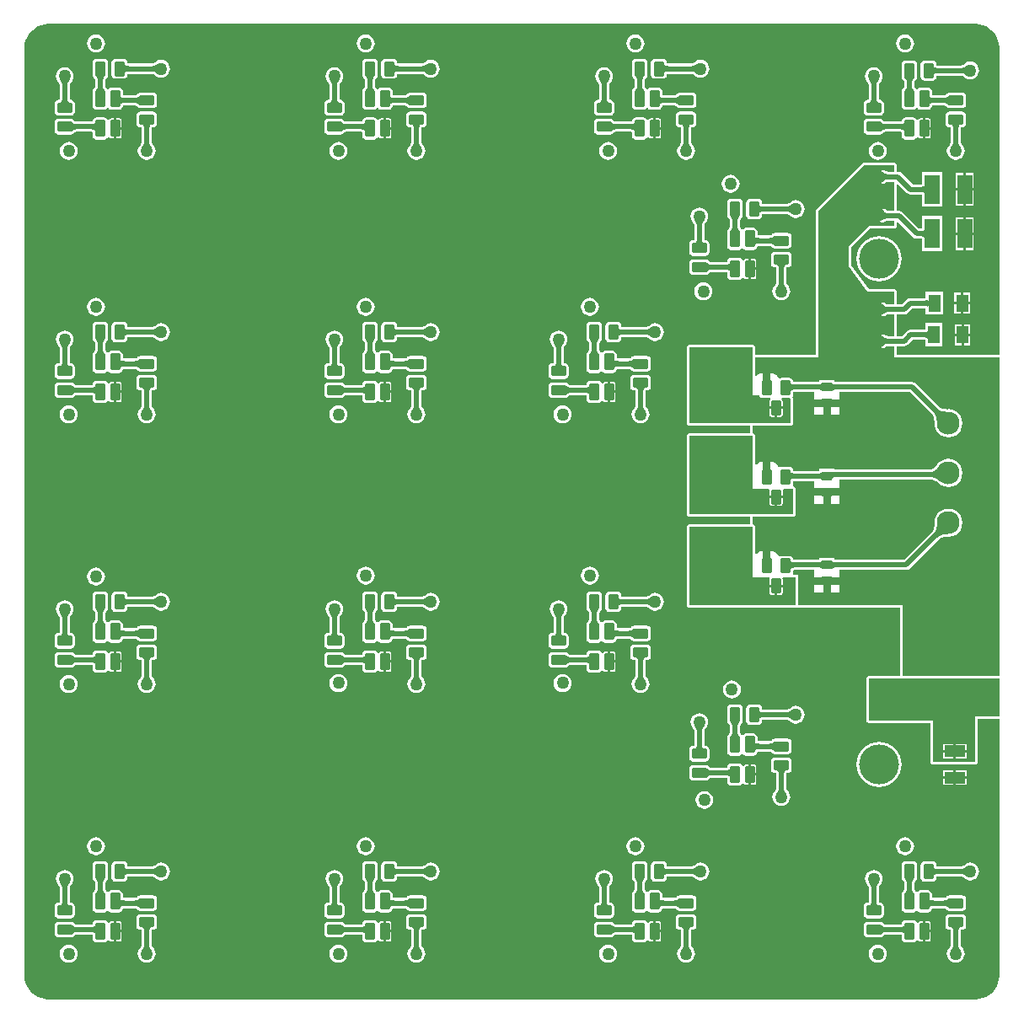
<source format=gtl>
G04*
G04 #@! TF.GenerationSoftware,Altium Limited,Altium Designer,20.1.12 (249)*
G04*
G04 Layer_Physical_Order=1*
G04 Layer_Color=255*
%FSAX25Y25*%
%MOIN*%
G70*
G04*
G04 #@! TF.SameCoordinates,CE78A03B-694A-4DC8-B1AE-BFA5CE161D15*
G04*
G04*
G04 #@! TF.FilePolarity,Positive*
G04*
G01*
G75*
%ADD16R,0.08000X0.04500*%
%ADD17R,0.04764X0.07165*%
%ADD18R,0.05118X0.07087*%
%ADD19R,0.05906X0.11811*%
G04:AMPARAMS|DCode=20|XSize=41.34mil|YSize=59.06mil|CornerRadius=4.13mil|HoleSize=0mil|Usage=FLASHONLY|Rotation=0.000|XOffset=0mil|YOffset=0mil|HoleType=Round|Shape=RoundedRectangle|*
%AMROUNDEDRECTD20*
21,1,0.04134,0.05079,0,0,0.0*
21,1,0.03307,0.05906,0,0,0.0*
1,1,0.00827,0.01654,-0.02539*
1,1,0.00827,-0.01654,-0.02539*
1,1,0.00827,-0.01654,0.02539*
1,1,0.00827,0.01654,0.02539*
%
%ADD20ROUNDEDRECTD20*%
G04:AMPARAMS|DCode=21|XSize=41.34mil|YSize=59.06mil|CornerRadius=4.13mil|HoleSize=0mil|Usage=FLASHONLY|Rotation=270.000|XOffset=0mil|YOffset=0mil|HoleType=Round|Shape=RoundedRectangle|*
%AMROUNDEDRECTD21*
21,1,0.04134,0.05079,0,0,270.0*
21,1,0.03307,0.05906,0,0,270.0*
1,1,0.00827,-0.02539,-0.01654*
1,1,0.00827,-0.02539,0.01654*
1,1,0.00827,0.02539,0.01654*
1,1,0.00827,0.02539,-0.01654*
%
%ADD21ROUNDEDRECTD21*%
%ADD22R,0.03937X0.03543*%
%ADD23R,0.03937X0.03543*%
G04:AMPARAMS|DCode=24|XSize=39.37mil|YSize=59.06mil|CornerRadius=3.94mil|HoleSize=0mil|Usage=FLASHONLY|Rotation=180.000|XOffset=0mil|YOffset=0mil|HoleType=Round|Shape=RoundedRectangle|*
%AMROUNDEDRECTD24*
21,1,0.03937,0.05118,0,0,180.0*
21,1,0.03150,0.05906,0,0,180.0*
1,1,0.00787,-0.01575,0.02559*
1,1,0.00787,0.01575,0.02559*
1,1,0.00787,0.01575,-0.02559*
1,1,0.00787,-0.01575,-0.02559*
%
%ADD24ROUNDEDRECTD24*%
G04:AMPARAMS|DCode=25|XSize=39.37mil|YSize=66.93mil|CornerRadius=3.94mil|HoleSize=0mil|Usage=FLASHONLY|Rotation=0.000|XOffset=0mil|YOffset=0mil|HoleType=Round|Shape=RoundedRectangle|*
%AMROUNDEDRECTD25*
21,1,0.03937,0.05906,0,0,0.0*
21,1,0.03150,0.06693,0,0,0.0*
1,1,0.00787,0.01575,-0.02953*
1,1,0.00787,-0.01575,-0.02953*
1,1,0.00787,-0.01575,0.02953*
1,1,0.00787,0.01575,0.02953*
%
%ADD25ROUNDEDRECTD25*%
%ADD38C,0.02000*%
%ADD39C,0.09055*%
%ADD40C,0.15748*%
%ADD41C,0.05000*%
G36*
X0379863Y-0002206D02*
X0381101Y-0002538D01*
X0382284Y-0003028D01*
X0383393Y-0003669D01*
X0384410Y-0004448D01*
X0385315Y-0005354D01*
X0386095Y-0006370D01*
X0386736Y-0007480D01*
X0387226Y-0008663D01*
X0387558Y-0009900D01*
X0387725Y-0011170D01*
X0387725Y-0011811D01*
X0387725Y-0011811D01*
X0387725Y-0011811D01*
X0387725Y-0132480D01*
X0387725Y-0132980D01*
X0347020Y-0132980D01*
Y-0129539D01*
X0350000D01*
X0350780Y-0129384D01*
X0351442Y-0128942D01*
X0353345Y-0127039D01*
X0357868D01*
X0358018Y-0127052D01*
X0358232Y-0127088D01*
X0358384Y-0127129D01*
X0358410Y-0127139D01*
Y-0129583D01*
X0365173D01*
Y-0120417D01*
X0358410D01*
Y-0122861D01*
X0358384Y-0122871D01*
X0358232Y-0122912D01*
X0358018Y-0122948D01*
X0357868Y-0122961D01*
X0352500D01*
X0351720Y-0123116D01*
X0351058Y-0123558D01*
X0349155Y-0125461D01*
X0347020D01*
Y-0117039D01*
X0350000D01*
X0350780Y-0116884D01*
X0351442Y-0116442D01*
X0353345Y-0114539D01*
X0357885D01*
X0358032Y-0114552D01*
X0358244Y-0114587D01*
X0358394Y-0114628D01*
X0358429Y-0114642D01*
Y-0117043D01*
X0365547D01*
Y-0107957D01*
X0358429D01*
Y-0110358D01*
X0358394Y-0110372D01*
X0358244Y-0110413D01*
X0358032Y-0110448D01*
X0357885Y-0110461D01*
X0352500D01*
X0351720Y-0110616D01*
X0351058Y-0111058D01*
X0349155Y-0112961D01*
X0347020D01*
Y-0108000D01*
X0346942Y-0107610D01*
X0346721Y-0107279D01*
X0346390Y-0107058D01*
X0346000Y-0106980D01*
X0336010D01*
X0329020Y-0097660D01*
X0329020Y-0090422D01*
X0336422Y-0083020D01*
X0346000Y-0083020D01*
X0346390Y-0082942D01*
X0346721Y-0082721D01*
X0346942Y-0082390D01*
X0347020Y-0082000D01*
Y-0080611D01*
X0347520Y-0080403D01*
X0353558Y-0086442D01*
X0353558Y-0086442D01*
X0354220Y-0086884D01*
X0355000Y-0087039D01*
X0356609D01*
X0356758Y-0087052D01*
X0356972Y-0087088D01*
X0357124Y-0087129D01*
X0357150Y-0087139D01*
Y-0091905D01*
X0365055D01*
Y-0078095D01*
X0357150D01*
Y-0082861D01*
X0357124Y-0082872D01*
X0356972Y-0082912D01*
X0356758Y-0082948D01*
X0356609Y-0082961D01*
X0355845D01*
X0349442Y-0076558D01*
X0348780Y-0076116D01*
X0348000Y-0075961D01*
X0347020D01*
X0347020Y-0065557D01*
X0347481Y-0065365D01*
X0351058Y-0068942D01*
X0351720Y-0069384D01*
X0352500Y-0069539D01*
X0356609D01*
X0356758Y-0069552D01*
X0356972Y-0069588D01*
X0357124Y-0069629D01*
X0357150Y-0069639D01*
Y-0074405D01*
X0365055D01*
Y-0060594D01*
X0357150D01*
Y-0065361D01*
X0357124Y-0065372D01*
X0356972Y-0065412D01*
X0356758Y-0065448D01*
X0356609Y-0065461D01*
X0353345D01*
X0348942Y-0061058D01*
X0348280Y-0060616D01*
X0347500Y-0060461D01*
X0347020D01*
Y-0058000D01*
X0346942Y-0057610D01*
X0346721Y-0057279D01*
X0346390Y-0057058D01*
X0346000Y-0056980D01*
X0334000D01*
X0333610Y-0057058D01*
X0333279Y-0057279D01*
X0315279Y-0075279D01*
X0315058Y-0075610D01*
X0314980Y-0076000D01*
Y-0132980D01*
X0291020Y-0132980D01*
Y-0130000D01*
X0290942Y-0129610D01*
X0290721Y-0129279D01*
X0290390Y-0129058D01*
X0290000Y-0128980D01*
X0265000D01*
X0264610Y-0129058D01*
X0264279Y-0129279D01*
X0264058Y-0129610D01*
X0263980Y-0130000D01*
Y-0160000D01*
X0264058Y-0160390D01*
X0264279Y-0160721D01*
X0264610Y-0160942D01*
X0265000Y-0161020D01*
X0288980D01*
Y-0163980D01*
X0288480Y-0163980D01*
X0265000Y-0163980D01*
X0264610Y-0164058D01*
X0264279Y-0164279D01*
X0264058Y-0164610D01*
X0263980Y-0165000D01*
Y-0196000D01*
X0264058Y-0196390D01*
X0264279Y-0196721D01*
X0264610Y-0196942D01*
X0265000Y-0197020D01*
X0288980Y-0197020D01*
X0288980Y-0199980D01*
X0265000D01*
X0264610Y-0200058D01*
X0264279Y-0200279D01*
X0264058Y-0200610D01*
X0263980Y-0201000D01*
Y-0232000D01*
X0264058Y-0232390D01*
X0264279Y-0232721D01*
X0264610Y-0232942D01*
X0265000Y-0233020D01*
X0307000D01*
X0307390Y-0232942D01*
X0307510Y-0232862D01*
X0307629Y-0232942D01*
X0308020Y-0233020D01*
X0308520Y-0233020D01*
X0348480Y-0233020D01*
X0348480Y-0259980D01*
X0336000D01*
X0335610Y-0260058D01*
X0335279Y-0260279D01*
X0335058Y-0260610D01*
X0334980Y-0261000D01*
Y-0277500D01*
X0335058Y-0277890D01*
X0335279Y-0278221D01*
X0335610Y-0278442D01*
X0336000Y-0278520D01*
X0360480Y-0278520D01*
Y-0294000D01*
X0360558Y-0294390D01*
X0360779Y-0294721D01*
X0361110Y-0294942D01*
X0361500Y-0295020D01*
X0378003D01*
X0378393Y-0294942D01*
X0378724Y-0294721D01*
X0378945Y-0294390D01*
X0379022Y-0294000D01*
Y-0277020D01*
X0387725Y-0277020D01*
X0387725Y-0277520D01*
X0387725Y-0378146D01*
X0387725Y-0378787D01*
X0387558Y-0380057D01*
X0387226Y-0381294D01*
X0386736Y-0382478D01*
X0386095Y-0383587D01*
X0385315Y-0384603D01*
X0384410Y-0385509D01*
X0383393Y-0386289D01*
X0382284Y-0386929D01*
X0381101Y-0387420D01*
X0379863Y-0387751D01*
X0378538Y-0387926D01*
X0377897Y-0387961D01*
X0011811Y-0387925D01*
X0011811Y-0387925D01*
X0011811Y-0387925D01*
X0011171D01*
X0009900Y-0387757D01*
X0008663Y-0387426D01*
X0007480Y-0386936D01*
X0006370Y-0386295D01*
X0005354Y-0385515D01*
X0004448Y-0384610D01*
X0003669Y-0383593D01*
X0003028Y-0382484D01*
X0002538Y-0381301D01*
X0002206Y-0380063D01*
X0002039Y-0378793D01*
X0002039Y-0378153D01*
X0002039Y-0048000D01*
Y-0011811D01*
Y-0011171D01*
X0002206Y-0009900D01*
X0002538Y-0008663D01*
X0003028Y-0007480D01*
X0003669Y-0006370D01*
X0004448Y-0005354D01*
X0005354Y-0004448D01*
X0006370Y-0003669D01*
X0007480Y-0003028D01*
X0008663Y-0002538D01*
X0009900Y-0002206D01*
X0011170Y-0002039D01*
X0011811Y-0002039D01*
X0011811Y-0002039D01*
X0011811Y-0002039D01*
X0377953Y-0002039D01*
X0378593D01*
X0379863Y-0002206D01*
D02*
G37*
G36*
X0346000Y-0060461D02*
X0343463D01*
X0343435Y-0060458D01*
X0343280Y-0060433D01*
X0343140Y-0060399D01*
X0343012Y-0060357D01*
X0342897Y-0060308D01*
X0342791Y-0060252D01*
X0342693Y-0060189D01*
X0342601Y-0060117D01*
X0342482Y-0060005D01*
X0342327Y-0059909D01*
X0342176Y-0059808D01*
X0342159Y-0059805D01*
X0342144Y-0059795D01*
X0341964Y-0059766D01*
X0341785Y-0059730D01*
X0341768Y-0059734D01*
X0341751Y-0059731D01*
X0341574Y-0059772D01*
X0341395Y-0059808D01*
X0341381Y-0059818D01*
X0341364Y-0059822D01*
X0341216Y-0059928D01*
X0341064Y-0060029D01*
X0341055Y-0060044D01*
X0341041Y-0060054D01*
X0340945Y-0060208D01*
X0340843Y-0060360D01*
X0340840Y-0060377D01*
X0340831Y-0060392D01*
X0340820Y-0060461D01*
X0340000D01*
X0339220Y-0060616D01*
X0338558Y-0061058D01*
X0338116Y-0061720D01*
X0337961Y-0062500D01*
X0338116Y-0063280D01*
X0338558Y-0063942D01*
X0339220Y-0064384D01*
X0340000Y-0064539D01*
X0340820D01*
X0340831Y-0064608D01*
X0340840Y-0064623D01*
X0340843Y-0064640D01*
X0340945Y-0064792D01*
X0341041Y-0064946D01*
X0341055Y-0064956D01*
X0341064Y-0064971D01*
X0341216Y-0065072D01*
X0341364Y-0065178D01*
X0341381Y-0065182D01*
X0341395Y-0065192D01*
X0341574Y-0065228D01*
X0341751Y-0065269D01*
X0341768Y-0065266D01*
X0341785Y-0065270D01*
X0341964Y-0065234D01*
X0342144Y-0065205D01*
X0342159Y-0065195D01*
X0342176Y-0065192D01*
X0342327Y-0065091D01*
X0342482Y-0064995D01*
X0342601Y-0064883D01*
X0342693Y-0064811D01*
X0342791Y-0064748D01*
X0342897Y-0064692D01*
X0343012Y-0064643D01*
X0343140Y-0064601D01*
X0343280Y-0064567D01*
X0343435Y-0064542D01*
X0343463Y-0064539D01*
X0346000D01*
X0346000Y-0075961D01*
X0343652D01*
X0343613Y-0075957D01*
X0343478Y-0075931D01*
X0343364Y-0075898D01*
X0343269Y-0075860D01*
X0343190Y-0075818D01*
X0343123Y-0075772D01*
X0343064Y-0075720D01*
X0343009Y-0075660D01*
X0342924Y-0075543D01*
X0342794Y-0075423D01*
X0342670Y-0075297D01*
X0342649Y-0075289D01*
X0342632Y-0075273D01*
X0342466Y-0075212D01*
X0342303Y-0075143D01*
X0342280Y-0075143D01*
X0342259Y-0075135D01*
X0342082Y-0075142D01*
X0341905Y-0075141D01*
X0341884Y-0075150D01*
X0341862Y-0075151D01*
X0341701Y-0075225D01*
X0341537Y-0075292D01*
X0341521Y-0075308D01*
X0341500Y-0075317D01*
X0341380Y-0075447D01*
X0341254Y-0075572D01*
X0340809Y-0075616D01*
X0340780Y-0075616D01*
X0340000Y-0075461D01*
X0339220Y-0075616D01*
X0338558Y-0076058D01*
X0338116Y-0076720D01*
X0337961Y-0077500D01*
X0338116Y-0078280D01*
X0338558Y-0078942D01*
X0339058Y-0079442D01*
X0339720Y-0079884D01*
X0340500Y-0080039D01*
X0340500Y-0080039D01*
X0340507D01*
X0340535Y-0080113D01*
X0340544Y-0080122D01*
X0340549Y-0080134D01*
X0340680Y-0080266D01*
X0340808Y-0080402D01*
X0340820Y-0080408D01*
X0340829Y-0080417D01*
X0341001Y-0080489D01*
X0341171Y-0080565D01*
X0341184Y-0080566D01*
X0341195Y-0080571D01*
X0341382Y-0080572D01*
X0341569Y-0080577D01*
X0341581Y-0080573D01*
X0341593Y-0080573D01*
X0341766Y-0080502D01*
X0341941Y-0080436D01*
X0342085Y-0080345D01*
X0342205Y-0080281D01*
X0342334Y-0080223D01*
X0342470Y-0080172D01*
X0342616Y-0080127D01*
X0342771Y-0080090D01*
X0342924Y-0080062D01*
X0343161Y-0080039D01*
X0346000D01*
Y-0082000D01*
X0336000Y-0082000D01*
X0328000Y-0090000D01*
X0328000Y-0098000D01*
X0335500Y-0108000D01*
X0346000D01*
Y-0112961D01*
X0343463D01*
X0343435Y-0112958D01*
X0343280Y-0112933D01*
X0343140Y-0112899D01*
X0343012Y-0112857D01*
X0342897Y-0112808D01*
X0342791Y-0112752D01*
X0342693Y-0112689D01*
X0342601Y-0112617D01*
X0342482Y-0112505D01*
X0342327Y-0112409D01*
X0342176Y-0112308D01*
X0342159Y-0112305D01*
X0342144Y-0112295D01*
X0341964Y-0112266D01*
X0341785Y-0112230D01*
X0341768Y-0112234D01*
X0341751Y-0112231D01*
X0341574Y-0112273D01*
X0341395Y-0112308D01*
X0341381Y-0112318D01*
X0341364Y-0112322D01*
X0341216Y-0112428D01*
X0341064Y-0112529D01*
X0341055Y-0112543D01*
X0341041Y-0112554D01*
X0340945Y-0112708D01*
X0340843Y-0112860D01*
X0340840Y-0112877D01*
X0340831Y-0112892D01*
X0340820Y-0112961D01*
X0340000D01*
X0339220Y-0113116D01*
X0338558Y-0113558D01*
X0338116Y-0114220D01*
X0337961Y-0115000D01*
X0338116Y-0115780D01*
X0338558Y-0116442D01*
X0339220Y-0116884D01*
X0340000Y-0117039D01*
X0340820D01*
X0340831Y-0117108D01*
X0340840Y-0117123D01*
X0340843Y-0117140D01*
X0340945Y-0117292D01*
X0341041Y-0117446D01*
X0341055Y-0117456D01*
X0341064Y-0117471D01*
X0341216Y-0117572D01*
X0341364Y-0117678D01*
X0341381Y-0117682D01*
X0341395Y-0117692D01*
X0341574Y-0117727D01*
X0341751Y-0117769D01*
X0341768Y-0117766D01*
X0341785Y-0117770D01*
X0341964Y-0117734D01*
X0342144Y-0117704D01*
X0342159Y-0117695D01*
X0342176Y-0117692D01*
X0342327Y-0117591D01*
X0342482Y-0117495D01*
X0342601Y-0117383D01*
X0342693Y-0117311D01*
X0342791Y-0117248D01*
X0342897Y-0117192D01*
X0343012Y-0117143D01*
X0343140Y-0117101D01*
X0343280Y-0117067D01*
X0343435Y-0117042D01*
X0343463Y-0117039D01*
X0346000D01*
Y-0125461D01*
X0343463D01*
X0343435Y-0125458D01*
X0343280Y-0125433D01*
X0343140Y-0125399D01*
X0343012Y-0125357D01*
X0342897Y-0125308D01*
X0342791Y-0125252D01*
X0342693Y-0125189D01*
X0342601Y-0125117D01*
X0342482Y-0125005D01*
X0342327Y-0124909D01*
X0342176Y-0124808D01*
X0342159Y-0124805D01*
X0342144Y-0124795D01*
X0341964Y-0124766D01*
X0341785Y-0124730D01*
X0341768Y-0124734D01*
X0341751Y-0124731D01*
X0341574Y-0124773D01*
X0341395Y-0124808D01*
X0341381Y-0124818D01*
X0341364Y-0124822D01*
X0341216Y-0124928D01*
X0341064Y-0125029D01*
X0341055Y-0125043D01*
X0341041Y-0125054D01*
X0340945Y-0125208D01*
X0340843Y-0125360D01*
X0340840Y-0125377D01*
X0340831Y-0125392D01*
X0340820Y-0125461D01*
X0340000D01*
X0339220Y-0125616D01*
X0338558Y-0126058D01*
X0338116Y-0126720D01*
X0337961Y-0127500D01*
X0338116Y-0128280D01*
X0338558Y-0128942D01*
X0339220Y-0129384D01*
X0340000Y-0129539D01*
X0340820D01*
X0340831Y-0129608D01*
X0340840Y-0129623D01*
X0340843Y-0129640D01*
X0340945Y-0129792D01*
X0341041Y-0129946D01*
X0341055Y-0129956D01*
X0341064Y-0129971D01*
X0341216Y-0130072D01*
X0341364Y-0130178D01*
X0341381Y-0130182D01*
X0341395Y-0130192D01*
X0341574Y-0130227D01*
X0341751Y-0130269D01*
X0341768Y-0130266D01*
X0341785Y-0130270D01*
X0341964Y-0130234D01*
X0342144Y-0130204D01*
X0342159Y-0130195D01*
X0342176Y-0130192D01*
X0342327Y-0130091D01*
X0342482Y-0129995D01*
X0342601Y-0129883D01*
X0342693Y-0129811D01*
X0342791Y-0129748D01*
X0342897Y-0129692D01*
X0343012Y-0129643D01*
X0343140Y-0129601D01*
X0343280Y-0129567D01*
X0343435Y-0129542D01*
X0343463Y-0129539D01*
X0346000D01*
Y-0134000D01*
X0387725Y-0134000D01*
X0387725Y-0259980D01*
X0349500D01*
X0349500Y-0232000D01*
X0308520Y-0232000D01*
X0308020Y-0232000D01*
X0308020Y-0221000D01*
X0308000Y-0220902D01*
Y-0220000D01*
X0307099D01*
X0307000Y-0219980D01*
X0306189D01*
X0306005Y-0219635D01*
X0305967Y-0219480D01*
X0306064Y-0218992D01*
Y-0218170D01*
X0306070Y-0218168D01*
X0306222Y-0218127D01*
X0306436Y-0218092D01*
X0306586Y-0218079D01*
X0314531D01*
Y-0220839D01*
X0319500D01*
X0324468D01*
Y-0218079D01*
X0350831D01*
X0351611Y-0217923D01*
X0352273Y-0217481D01*
X0364080Y-0205674D01*
X0364275Y-0205538D01*
X0364523Y-0205402D01*
X0364813Y-0205278D01*
X0365144Y-0205169D01*
X0365519Y-0205077D01*
X0365923Y-0205007D01*
X0366914Y-0204923D01*
X0367299Y-0204919D01*
X0367500Y-0204945D01*
X0368943Y-0204755D01*
X0370288Y-0204198D01*
X0371442Y-0203312D01*
X0372328Y-0202158D01*
X0372885Y-0200813D01*
X0373075Y-0199370D01*
X0372885Y-0197927D01*
X0372328Y-0196582D01*
X0371442Y-0195428D01*
X0370288Y-0194542D01*
X0368943Y-0193985D01*
X0367500Y-0193795D01*
X0366057Y-0193985D01*
X0364712Y-0194542D01*
X0363558Y-0195428D01*
X0362672Y-0196582D01*
X0362115Y-0197927D01*
X0361925Y-0199370D01*
X0361951Y-0199571D01*
X0361947Y-0199969D01*
X0361917Y-0200472D01*
X0361865Y-0200933D01*
X0361793Y-0201351D01*
X0361701Y-0201726D01*
X0361592Y-0202058D01*
X0361468Y-0202347D01*
X0361332Y-0202595D01*
X0361196Y-0202790D01*
X0349986Y-0214000D01*
X0322932D01*
X0322835Y-0213994D01*
X0322603Y-0213964D01*
X0322468Y-0213937D01*
Y-0213268D01*
X0321495D01*
X0321457Y-0213260D01*
X0321418Y-0213268D01*
X0317582D01*
X0317544Y-0213260D01*
X0317505Y-0213268D01*
X0316531D01*
Y-0213937D01*
X0316413Y-0213961D01*
X0316002Y-0214000D01*
X0306586D01*
X0306436Y-0213987D01*
X0306222Y-0213952D01*
X0306070Y-0213911D01*
X0306064Y-0213909D01*
Y-0213874D01*
X0305956Y-0213330D01*
X0305648Y-0212869D01*
X0305187Y-0212561D01*
X0304643Y-0212453D01*
X0301494D01*
X0300950Y-0212561D01*
X0300859Y-0212622D01*
X0300240Y-0212434D01*
X0300127Y-0212163D01*
X0299583Y-0211454D01*
X0298874Y-0210910D01*
X0298049Y-0210568D01*
X0297163Y-0210451D01*
X0297088D01*
Y-0216433D01*
X0294088D01*
Y-0210451D01*
X0294013D01*
X0293127Y-0210568D01*
X0292302Y-0210910D01*
X0291593Y-0211454D01*
X0291520Y-0211549D01*
X0291020Y-0211380D01*
X0291020Y-0201000D01*
X0290942Y-0200610D01*
X0290721Y-0200279D01*
X0290390Y-0200058D01*
X0290000Y-0199980D01*
X0290000Y-0197020D01*
X0306000D01*
X0306390Y-0196942D01*
X0306721Y-0196721D01*
X0306942Y-0196390D01*
X0307020Y-0196000D01*
Y-0186000D01*
X0306942Y-0185610D01*
X0306721Y-0185279D01*
X0306390Y-0185058D01*
X0306121Y-0185004D01*
X0305927Y-0184700D01*
X0305870Y-0184480D01*
X0305956Y-0184351D01*
X0306064Y-0183807D01*
Y-0182985D01*
X0306070Y-0182983D01*
X0306222Y-0182942D01*
X0306436Y-0182907D01*
X0306586Y-0182894D01*
X0314531D01*
Y-0185654D01*
X0319500D01*
X0324468D01*
Y-0182382D01*
X0324938Y-0182309D01*
X0360795D01*
X0361020Y-0182346D01*
X0361307Y-0182422D01*
X0361623Y-0182535D01*
X0361969Y-0182685D01*
X0362342Y-0182876D01*
X0362731Y-0183102D01*
X0363615Y-0183699D01*
X0364086Y-0184057D01*
X0364173Y-0184099D01*
X0364712Y-0184513D01*
X0366057Y-0185070D01*
X0367500Y-0185260D01*
X0368943Y-0185070D01*
X0370288Y-0184513D01*
X0371442Y-0183627D01*
X0372328Y-0182473D01*
X0372885Y-0181128D01*
X0373075Y-0179685D01*
X0372885Y-0178242D01*
X0372328Y-0176897D01*
X0371442Y-0175743D01*
X0370288Y-0174857D01*
X0368943Y-0174300D01*
X0367500Y-0174110D01*
X0366057Y-0174300D01*
X0364712Y-0174857D01*
X0363558Y-0175743D01*
X0363156Y-0176266D01*
X0363087Y-0176325D01*
X0362756Y-0176740D01*
X0362446Y-0177086D01*
X0362143Y-0177382D01*
X0361848Y-0177630D01*
X0361562Y-0177832D01*
X0361288Y-0177989D01*
X0361024Y-0178106D01*
X0360770Y-0178186D01*
X0360534Y-0178231D01*
X0322493D01*
X0322468Y-0178229D01*
Y-0178083D01*
X0321498D01*
X0321460Y-0178075D01*
X0321422Y-0178083D01*
X0317582D01*
X0317544Y-0178075D01*
X0317505Y-0178083D01*
X0316531D01*
Y-0178752D01*
X0316413Y-0178776D01*
X0316002Y-0178815D01*
X0306586D01*
X0306436Y-0178802D01*
X0306222Y-0178767D01*
X0306070Y-0178726D01*
X0306064Y-0178724D01*
Y-0178689D01*
X0305956Y-0178145D01*
X0305648Y-0177684D01*
X0305187Y-0177376D01*
X0304643Y-0177268D01*
X0301494D01*
X0300950Y-0177376D01*
X0300859Y-0177437D01*
X0300240Y-0177249D01*
X0300127Y-0176978D01*
X0299583Y-0176269D01*
X0298874Y-0175725D01*
X0298049Y-0175383D01*
X0297163Y-0175266D01*
X0297088D01*
Y-0181248D01*
X0294088D01*
Y-0175266D01*
X0294013D01*
X0293127Y-0175383D01*
X0292302Y-0175725D01*
X0291593Y-0176269D01*
X0291520Y-0176364D01*
X0291020Y-0176195D01*
Y-0165000D01*
X0290942Y-0164610D01*
X0290721Y-0164279D01*
X0290390Y-0164058D01*
X0290000Y-0163980D01*
Y-0161020D01*
X0305000D01*
X0305390Y-0160942D01*
X0305721Y-0160721D01*
X0305942Y-0160390D01*
X0306020Y-0160000D01*
Y-0150336D01*
X0306010Y-0150286D01*
X0306015Y-0150236D01*
X0305971Y-0150092D01*
X0305942Y-0149946D01*
X0305914Y-0149904D01*
X0305899Y-0149855D01*
X0305804Y-0149739D01*
X0305721Y-0149615D01*
X0305679Y-0149587D01*
X0305677Y-0149584D01*
X0305956Y-0149166D01*
X0306064Y-0148622D01*
Y-0147800D01*
X0306070Y-0147798D01*
X0306222Y-0147757D01*
X0306436Y-0147722D01*
X0306585Y-0147708D01*
X0314531D01*
Y-0150469D01*
X0319500D01*
X0324468D01*
Y-0147708D01*
X0352325D01*
X0361196Y-0156580D01*
X0361332Y-0156775D01*
X0361468Y-0157023D01*
X0361592Y-0157313D01*
X0361701Y-0157644D01*
X0361793Y-0158019D01*
X0361863Y-0158423D01*
X0361947Y-0159414D01*
X0361951Y-0159799D01*
X0361925Y-0160000D01*
X0362115Y-0161443D01*
X0362672Y-0162788D01*
X0363558Y-0163942D01*
X0364712Y-0164828D01*
X0366057Y-0165385D01*
X0367500Y-0165575D01*
X0368943Y-0165385D01*
X0370288Y-0164828D01*
X0371442Y-0163942D01*
X0372328Y-0162788D01*
X0372885Y-0161443D01*
X0373075Y-0160000D01*
X0372885Y-0158557D01*
X0372328Y-0157212D01*
X0371442Y-0156058D01*
X0370288Y-0155172D01*
X0368943Y-0154615D01*
X0367500Y-0154425D01*
X0367299Y-0154451D01*
X0366901Y-0154447D01*
X0366398Y-0154417D01*
X0365937Y-0154366D01*
X0365519Y-0154293D01*
X0365144Y-0154201D01*
X0364813Y-0154092D01*
X0364523Y-0153968D01*
X0364275Y-0153832D01*
X0364080Y-0153696D01*
X0354611Y-0144227D01*
X0353950Y-0143785D01*
X0353169Y-0143630D01*
X0322932D01*
X0322835Y-0143624D01*
X0322603Y-0143594D01*
X0322468Y-0143567D01*
Y-0142898D01*
X0321495D01*
X0321457Y-0142890D01*
X0321418Y-0142898D01*
X0317582D01*
X0317544Y-0142890D01*
X0317505Y-0142898D01*
X0316531D01*
Y-0143567D01*
X0316413Y-0143591D01*
X0316002Y-0143630D01*
X0306585D01*
X0306436Y-0143617D01*
X0306222Y-0143581D01*
X0306070Y-0143541D01*
X0306064Y-0143539D01*
Y-0143504D01*
X0305956Y-0142960D01*
X0305648Y-0142499D01*
X0305187Y-0142191D01*
X0304643Y-0142083D01*
X0301494D01*
X0300950Y-0142191D01*
X0300859Y-0142252D01*
X0300240Y-0142064D01*
X0300127Y-0141793D01*
X0299583Y-0141084D01*
X0298874Y-0140540D01*
X0298049Y-0140198D01*
X0297163Y-0140081D01*
X0297088D01*
Y-0146063D01*
X0294088D01*
Y-0140081D01*
X0294013D01*
X0293127Y-0140198D01*
X0292302Y-0140540D01*
X0291593Y-0141084D01*
X0291520Y-0141179D01*
X0291020Y-0141009D01*
Y-0134000D01*
X0316000Y-0134000D01*
Y-0076000D01*
X0334000Y-0058000D01*
X0346000D01*
Y-0060461D01*
D02*
G37*
G36*
X0341938Y-0060892D02*
X0342101Y-0061020D01*
X0342275Y-0061133D01*
X0342459Y-0061230D01*
X0342654Y-0061313D01*
X0342860Y-0061380D01*
X0343077Y-0061432D01*
X0343304Y-0061470D01*
X0343543Y-0061493D01*
X0343791Y-0061500D01*
Y-0063500D01*
X0343543Y-0063507D01*
X0343304Y-0063530D01*
X0343077Y-0063568D01*
X0342860Y-0063620D01*
X0342654Y-0063687D01*
X0342459Y-0063770D01*
X0342275Y-0063867D01*
X0342101Y-0063980D01*
X0341938Y-0064108D01*
X0341785Y-0064250D01*
Y-0060750D01*
X0341938Y-0060892D01*
D02*
G37*
G36*
X0358174Y-0069500D02*
X0358154Y-0069310D01*
X0358093Y-0069140D01*
X0357993Y-0068990D01*
X0357852Y-0068860D01*
X0357671Y-0068750D01*
X0357449Y-0068660D01*
X0357188Y-0068590D01*
X0356886Y-0068540D01*
X0356544Y-0068510D01*
X0356162Y-0068500D01*
Y-0066500D01*
X0356544Y-0066490D01*
X0356886Y-0066460D01*
X0357188Y-0066410D01*
X0357449Y-0066340D01*
X0357671Y-0066250D01*
X0357852Y-0066140D01*
X0357993Y-0066010D01*
X0358093Y-0065860D01*
X0358154Y-0065690D01*
X0358174Y-0065500D01*
Y-0069500D01*
D02*
G37*
G36*
X0342218Y-0076305D02*
X0342351Y-0076451D01*
X0342499Y-0076580D01*
X0342661Y-0076691D01*
X0342839Y-0076786D01*
X0343032Y-0076863D01*
X0343239Y-0076923D01*
X0343461Y-0076966D01*
X0343698Y-0076991D01*
X0343950Y-0077000D01*
X0343500Y-0079000D01*
X0343253Y-0079006D01*
X0342784Y-0079051D01*
X0342562Y-0079092D01*
X0342348Y-0079143D01*
X0342142Y-0079206D01*
X0341944Y-0079280D01*
X0341754Y-0079366D01*
X0341573Y-0079463D01*
X0341399Y-0079572D01*
X0342099Y-0076142D01*
X0342218Y-0076305D01*
D02*
G37*
G36*
X0358174Y-0087000D02*
X0358154Y-0086810D01*
X0358093Y-0086640D01*
X0357993Y-0086490D01*
X0357852Y-0086360D01*
X0357671Y-0086250D01*
X0357449Y-0086160D01*
X0357188Y-0086090D01*
X0356886Y-0086040D01*
X0356544Y-0086010D01*
X0356162Y-0086000D01*
Y-0084000D01*
X0356544Y-0083990D01*
X0356886Y-0083960D01*
X0357188Y-0083910D01*
X0357449Y-0083840D01*
X0357671Y-0083750D01*
X0357852Y-0083640D01*
X0357993Y-0083510D01*
X0358093Y-0083360D01*
X0358154Y-0083190D01*
X0358174Y-0083000D01*
Y-0087000D01*
D02*
G37*
G36*
X0359441Y-0114500D02*
X0359421Y-0114310D01*
X0359361Y-0114140D01*
X0359261Y-0113990D01*
X0359121Y-0113860D01*
X0358941Y-0113750D01*
X0358721Y-0113660D01*
X0358461Y-0113590D01*
X0358161Y-0113540D01*
X0357821Y-0113510D01*
X0357441Y-0113500D01*
Y-0111500D01*
X0357821Y-0111490D01*
X0358161Y-0111460D01*
X0358461Y-0111410D01*
X0358721Y-0111340D01*
X0358941Y-0111250D01*
X0359121Y-0111140D01*
X0359261Y-0111010D01*
X0359361Y-0110860D01*
X0359421Y-0110690D01*
X0359441Y-0110500D01*
Y-0114500D01*
D02*
G37*
G36*
X0341938Y-0113392D02*
X0342101Y-0113520D01*
X0342275Y-0113633D01*
X0342459Y-0113730D01*
X0342654Y-0113812D01*
X0342860Y-0113880D01*
X0343077Y-0113933D01*
X0343304Y-0113970D01*
X0343543Y-0113993D01*
X0343791Y-0114000D01*
Y-0116000D01*
X0343543Y-0116007D01*
X0343304Y-0116030D01*
X0343077Y-0116068D01*
X0342860Y-0116120D01*
X0342654Y-0116188D01*
X0342459Y-0116270D01*
X0342275Y-0116367D01*
X0342101Y-0116480D01*
X0341938Y-0116607D01*
X0341785Y-0116750D01*
Y-0113250D01*
X0341938Y-0113392D01*
D02*
G37*
G36*
X0359433Y-0127000D02*
X0359413Y-0126810D01*
X0359353Y-0126640D01*
X0359252Y-0126490D01*
X0359111Y-0126360D01*
X0358930Y-0126250D01*
X0358709Y-0126160D01*
X0358448Y-0126090D01*
X0358146Y-0126040D01*
X0357804Y-0126010D01*
X0357421Y-0126000D01*
Y-0124000D01*
X0357804Y-0123990D01*
X0358146Y-0123960D01*
X0358448Y-0123910D01*
X0358709Y-0123840D01*
X0358930Y-0123750D01*
X0359111Y-0123640D01*
X0359252Y-0123510D01*
X0359353Y-0123360D01*
X0359413Y-0123190D01*
X0359433Y-0123000D01*
Y-0127000D01*
D02*
G37*
G36*
X0341938Y-0125892D02*
X0342101Y-0126020D01*
X0342275Y-0126133D01*
X0342459Y-0126230D01*
X0342654Y-0126312D01*
X0342860Y-0126380D01*
X0343077Y-0126433D01*
X0343304Y-0126470D01*
X0343543Y-0126493D01*
X0343791Y-0126500D01*
Y-0128500D01*
X0343543Y-0128507D01*
X0343304Y-0128530D01*
X0343077Y-0128568D01*
X0342860Y-0128620D01*
X0342654Y-0128688D01*
X0342459Y-0128770D01*
X0342275Y-0128867D01*
X0342101Y-0128980D01*
X0341938Y-0129107D01*
X0341785Y-0129250D01*
Y-0125750D01*
X0341938Y-0125892D01*
D02*
G37*
G36*
X0321477Y-0144054D02*
X0321536Y-0144183D01*
X0321637Y-0144297D01*
X0321777Y-0144396D01*
X0321956Y-0144479D01*
X0322177Y-0144548D01*
X0322436Y-0144601D01*
X0322737Y-0144639D01*
X0323077Y-0144662D01*
X0323457Y-0144669D01*
Y-0146669D01*
X0323077Y-0146677D01*
X0322436Y-0146738D01*
X0322177Y-0146791D01*
X0321956Y-0146859D01*
X0321777Y-0146943D01*
X0321637Y-0147041D01*
X0321536Y-0147155D01*
X0321477Y-0147285D01*
X0321457Y-0147429D01*
Y-0143910D01*
X0321477Y-0144054D01*
D02*
G37*
G36*
X0317544Y-0147429D02*
X0317524Y-0147285D01*
X0317463Y-0147155D01*
X0317364Y-0147041D01*
X0317224Y-0146943D01*
X0317043Y-0146859D01*
X0316824Y-0146791D01*
X0316564Y-0146738D01*
X0316264Y-0146700D01*
X0315924Y-0146677D01*
X0315544Y-0146669D01*
Y-0144669D01*
X0315924Y-0144662D01*
X0316564Y-0144601D01*
X0316824Y-0144548D01*
X0317043Y-0144479D01*
X0317224Y-0144396D01*
X0317364Y-0144297D01*
X0317463Y-0144183D01*
X0317524Y-0144054D01*
X0317544Y-0143910D01*
Y-0147429D01*
D02*
G37*
G36*
X0305041Y-0143859D02*
X0305101Y-0144029D01*
X0305202Y-0144179D01*
X0305342Y-0144309D01*
X0305523Y-0144419D01*
X0305745Y-0144509D01*
X0306006Y-0144579D01*
X0306308Y-0144629D01*
X0306650Y-0144659D01*
X0307032Y-0144669D01*
Y-0146669D01*
X0306650Y-0146679D01*
X0306308Y-0146709D01*
X0306006Y-0146759D01*
X0305745Y-0146829D01*
X0305523Y-0146919D01*
X0305342Y-0147029D01*
X0305202Y-0147159D01*
X0305101Y-0147309D01*
X0305041Y-0147479D01*
X0305020Y-0147669D01*
Y-0143669D01*
X0305041Y-0143859D01*
D02*
G37*
G36*
X0363432Y-0154488D02*
X0363737Y-0154700D01*
X0364076Y-0154886D01*
X0364452Y-0155047D01*
X0364863Y-0155182D01*
X0365310Y-0155292D01*
X0365793Y-0155375D01*
X0366311Y-0155433D01*
X0366865Y-0155466D01*
X0367455Y-0155473D01*
X0362973Y-0159955D01*
X0362966Y-0159365D01*
X0362875Y-0158293D01*
X0362792Y-0157810D01*
X0362682Y-0157363D01*
X0362547Y-0156952D01*
X0362386Y-0156576D01*
X0362200Y-0156237D01*
X0361987Y-0155932D01*
X0361750Y-0155664D01*
X0363164Y-0154250D01*
X0363432Y-0154488D01*
D02*
G37*
G36*
X0290000Y-0149000D02*
X0292668D01*
X0292701Y-0149166D01*
X0293008Y-0149627D01*
X0293470Y-0149935D01*
X0294013Y-0150043D01*
X0297063D01*
X0297203Y-0150306D01*
X0297236Y-0150529D01*
X0297037Y-0150662D01*
X0296817Y-0150990D01*
X0296740Y-0151378D01*
Y-0153437D01*
X0299328D01*
X0301916D01*
Y-0151378D01*
X0301839Y-0150990D01*
X0301620Y-0150662D01*
X0301420Y-0150529D01*
X0301454Y-0150306D01*
X0301594Y-0150043D01*
X0304643D01*
X0305000Y-0150336D01*
Y-0160000D01*
X0265000D01*
Y-0130000D01*
X0290000D01*
Y-0149000D01*
D02*
G37*
G36*
X0321477Y-0179128D02*
X0321536Y-0179158D01*
X0321637Y-0179184D01*
X0321777Y-0179207D01*
X0321956Y-0179226D01*
X0322737Y-0179263D01*
X0323457Y-0179270D01*
Y-0181270D01*
X0323075Y-0181280D01*
X0322733Y-0181310D01*
X0322432Y-0181360D01*
X0322171Y-0181430D01*
X0321949Y-0181520D01*
X0321768Y-0181630D01*
X0321627Y-0181760D01*
X0321526Y-0181910D01*
X0321465Y-0182080D01*
X0321445Y-0182270D01*
X0321457Y-0179095D01*
X0321477Y-0179128D01*
D02*
G37*
G36*
X0317544Y-0182614D02*
X0317524Y-0182470D01*
X0317463Y-0182341D01*
X0317364Y-0182227D01*
X0317224Y-0182128D01*
X0317043Y-0182044D01*
X0316824Y-0181976D01*
X0316564Y-0181923D01*
X0316264Y-0181885D01*
X0315924Y-0181862D01*
X0315544Y-0181854D01*
Y-0179854D01*
X0315924Y-0179847D01*
X0316564Y-0179786D01*
X0316824Y-0179733D01*
X0317043Y-0179664D01*
X0317224Y-0179581D01*
X0317364Y-0179482D01*
X0317463Y-0179368D01*
X0317524Y-0179239D01*
X0317544Y-0179095D01*
Y-0182614D01*
D02*
G37*
G36*
X0305041Y-0179044D02*
X0305101Y-0179214D01*
X0305202Y-0179364D01*
X0305342Y-0179494D01*
X0305523Y-0179604D01*
X0305745Y-0179694D01*
X0306006Y-0179764D01*
X0306308Y-0179814D01*
X0306650Y-0179844D01*
X0307032Y-0179854D01*
Y-0181854D01*
X0306650Y-0181864D01*
X0306308Y-0181894D01*
X0306006Y-0181944D01*
X0305745Y-0182014D01*
X0305523Y-0182104D01*
X0305342Y-0182214D01*
X0305202Y-0182344D01*
X0305101Y-0182494D01*
X0305041Y-0182664D01*
X0305020Y-0182854D01*
Y-0178854D01*
X0305041Y-0179044D01*
D02*
G37*
G36*
X0364703Y-0183245D02*
X0364209Y-0182870D01*
X0363272Y-0182238D01*
X0362830Y-0181981D01*
X0362405Y-0181764D01*
X0361998Y-0181586D01*
X0361608Y-0181448D01*
X0361235Y-0181349D01*
X0360880Y-0181290D01*
X0360542Y-0181270D01*
X0360275Y-0179270D01*
X0360647Y-0179247D01*
X0361017Y-0179177D01*
X0361385Y-0179062D01*
X0361749Y-0178900D01*
X0362112Y-0178692D01*
X0362471Y-0178438D01*
X0362828Y-0178138D01*
X0363183Y-0177791D01*
X0363535Y-0177399D01*
X0363884Y-0176960D01*
X0364703Y-0183245D01*
D02*
G37*
G36*
X0290000Y-0186000D02*
X0296379D01*
X0296753Y-0186500D01*
X0296740Y-0186563D01*
Y-0188622D01*
X0299328D01*
Y-0189122D01*
D01*
Y-0188622D01*
X0301916D01*
Y-0186563D01*
X0301904Y-0186500D01*
X0302278Y-0186000D01*
X0306000D01*
Y-0196000D01*
X0265000Y-0196000D01*
Y-0165000D01*
X0290000Y-0165000D01*
Y-0186000D01*
D02*
G37*
G36*
X0367455Y-0203897D02*
X0366865Y-0203904D01*
X0365793Y-0203995D01*
X0365310Y-0204079D01*
X0364863Y-0204188D01*
X0364452Y-0204323D01*
X0364076Y-0204484D01*
X0363737Y-0204671D01*
X0363432Y-0204883D01*
X0363164Y-0205120D01*
X0361750Y-0203706D01*
X0361987Y-0203438D01*
X0362200Y-0203134D01*
X0362386Y-0202794D01*
X0362547Y-0202418D01*
X0362682Y-0202007D01*
X0362792Y-0201560D01*
X0362875Y-0201077D01*
X0362933Y-0200559D01*
X0362966Y-0200005D01*
X0362973Y-0199415D01*
X0367455Y-0203897D01*
D02*
G37*
G36*
X0321477Y-0214424D02*
X0321536Y-0214553D01*
X0321637Y-0214667D01*
X0321777Y-0214766D01*
X0321956Y-0214849D01*
X0322177Y-0214918D01*
X0322436Y-0214971D01*
X0322737Y-0215009D01*
X0323077Y-0215032D01*
X0323457Y-0215039D01*
Y-0217039D01*
X0323077Y-0217047D01*
X0322436Y-0217108D01*
X0322177Y-0217161D01*
X0321956Y-0217229D01*
X0321777Y-0217313D01*
X0321637Y-0217412D01*
X0321536Y-0217526D01*
X0321477Y-0217655D01*
X0321457Y-0217799D01*
Y-0214280D01*
X0321477Y-0214424D01*
D02*
G37*
G36*
X0317544Y-0217799D02*
X0317524Y-0217655D01*
X0317463Y-0217526D01*
X0317364Y-0217412D01*
X0317224Y-0217313D01*
X0317043Y-0217229D01*
X0316824Y-0217161D01*
X0316564Y-0217108D01*
X0316264Y-0217070D01*
X0315924Y-0217047D01*
X0315544Y-0217039D01*
Y-0215039D01*
X0315924Y-0215032D01*
X0316564Y-0214971D01*
X0316824Y-0214918D01*
X0317043Y-0214849D01*
X0317224Y-0214766D01*
X0317364Y-0214667D01*
X0317463Y-0214553D01*
X0317524Y-0214424D01*
X0317544Y-0214280D01*
Y-0217799D01*
D02*
G37*
G36*
X0305041Y-0214229D02*
X0305101Y-0214399D01*
X0305202Y-0214549D01*
X0305342Y-0214679D01*
X0305523Y-0214789D01*
X0305745Y-0214879D01*
X0306006Y-0214949D01*
X0306308Y-0214999D01*
X0306650Y-0215029D01*
X0307032Y-0215039D01*
Y-0217039D01*
X0306650Y-0217049D01*
X0306308Y-0217079D01*
X0306006Y-0217129D01*
X0305745Y-0217199D01*
X0305523Y-0217289D01*
X0305342Y-0217399D01*
X0305202Y-0217529D01*
X0305101Y-0217679D01*
X0305041Y-0217849D01*
X0305020Y-0218039D01*
Y-0214039D01*
X0305041Y-0214229D01*
D02*
G37*
G36*
X0290000Y-0221000D02*
X0296457D01*
X0296564Y-0221107D01*
X0296790Y-0221500D01*
X0296740Y-0221748D01*
Y-0223807D01*
X0299328D01*
X0301916D01*
Y-0221748D01*
X0301867Y-0221500D01*
X0302092Y-0221107D01*
X0302200Y-0221000D01*
X0307000D01*
X0307000Y-0232000D01*
X0265000D01*
Y-0201000D01*
X0290000D01*
X0290000Y-0221000D01*
D02*
G37*
G36*
X0387725Y-0276000D02*
X0378003Y-0276000D01*
Y-0294000D01*
X0361500D01*
Y-0277500D01*
X0336000Y-0277500D01*
Y-0261000D01*
X0387725D01*
Y-0276000D01*
D02*
G37*
%LPC*%
G36*
X0350384Y-0006253D02*
X0349470Y-0006374D01*
X0348619Y-0006726D01*
X0347888Y-0007287D01*
X0347327Y-0008018D01*
X0346974Y-0008870D01*
X0346854Y-0009783D01*
X0346974Y-0010697D01*
X0347327Y-0011549D01*
X0347888Y-0012280D01*
X0348619Y-0012841D01*
X0349470Y-0013193D01*
X0350384Y-0013314D01*
X0351297Y-0013193D01*
X0352149Y-0012841D01*
X0352880Y-0012280D01*
X0353441Y-0011549D01*
X0353794Y-0010697D01*
X0353914Y-0009783D01*
X0353794Y-0008870D01*
X0353441Y-0008018D01*
X0352880Y-0007287D01*
X0352149Y-0006726D01*
X0351297Y-0006374D01*
X0350384Y-0006253D01*
D02*
G37*
G36*
X0243717D02*
X0242804Y-0006374D01*
X0241952Y-0006726D01*
X0241221Y-0007287D01*
X0240660Y-0008018D01*
X0240307Y-0008870D01*
X0240187Y-0009783D01*
X0240307Y-0010697D01*
X0240660Y-0011549D01*
X0241221Y-0012280D01*
X0241952Y-0012841D01*
X0242804Y-0013193D01*
X0243717Y-0013314D01*
X0244631Y-0013193D01*
X0245482Y-0012841D01*
X0246213Y-0012280D01*
X0246774Y-0011549D01*
X0247127Y-0010697D01*
X0247247Y-0009783D01*
X0247127Y-0008870D01*
X0246774Y-0008018D01*
X0246213Y-0007287D01*
X0245482Y-0006726D01*
X0244631Y-0006374D01*
X0243717Y-0006253D01*
D02*
G37*
G36*
X0137050D02*
X0136137Y-0006374D01*
X0135285Y-0006726D01*
X0134554Y-0007287D01*
X0133993Y-0008018D01*
X0133641Y-0008870D01*
X0133520Y-0009783D01*
X0133641Y-0010697D01*
X0133993Y-0011549D01*
X0134554Y-0012280D01*
X0135285Y-0012841D01*
X0136137Y-0013193D01*
X0137050Y-0013314D01*
X0137964Y-0013193D01*
X0138816Y-0012841D01*
X0139547Y-0012280D01*
X0140108Y-0011549D01*
X0140460Y-0010697D01*
X0140581Y-0009783D01*
X0140460Y-0008870D01*
X0140108Y-0008018D01*
X0139547Y-0007287D01*
X0138816Y-0006726D01*
X0137964Y-0006374D01*
X0137050Y-0006253D01*
D02*
G37*
G36*
X0030384D02*
X0029470Y-0006374D01*
X0028619Y-0006726D01*
X0027888Y-0007287D01*
X0027327Y-0008018D01*
X0026974Y-0008870D01*
X0026854Y-0009783D01*
X0026974Y-0010697D01*
X0027327Y-0011549D01*
X0027888Y-0012280D01*
X0028619Y-0012841D01*
X0029470Y-0013193D01*
X0030384Y-0013314D01*
X0031297Y-0013193D01*
X0032149Y-0012841D01*
X0032880Y-0012280D01*
X0033441Y-0011549D01*
X0033794Y-0010697D01*
X0033914Y-0009783D01*
X0033794Y-0008870D01*
X0033441Y-0008018D01*
X0032880Y-0007287D01*
X0032149Y-0006726D01*
X0031297Y-0006374D01*
X0030384Y-0006253D01*
D02*
G37*
G36*
X0254603Y-0015803D02*
X0251296D01*
X0250744Y-0015913D01*
X0250277Y-0016225D01*
X0249964Y-0016693D01*
X0249855Y-0017244D01*
Y-0022323D01*
X0249964Y-0022874D01*
X0250277Y-0023342D01*
X0250744Y-0023654D01*
X0251296Y-0023764D01*
X0254603D01*
X0255154Y-0023654D01*
X0255622Y-0023342D01*
X0255934Y-0022874D01*
X0256044Y-0022323D01*
Y-0021914D01*
X0256050Y-0021912D01*
X0256202Y-0021871D01*
X0256416Y-0021836D01*
X0256565Y-0021823D01*
X0265987D01*
X0266014Y-0021825D01*
X0266169Y-0021851D01*
X0266310Y-0021885D01*
X0266437Y-0021927D01*
X0266553Y-0021976D01*
X0266659Y-0022031D01*
X0266756Y-0022095D01*
X0266848Y-0022166D01*
X0266912Y-0022226D01*
X0266953Y-0022280D01*
X0267684Y-0022841D01*
X0268536Y-0023193D01*
X0269449Y-0023314D01*
X0270363Y-0023193D01*
X0271215Y-0022841D01*
X0271946Y-0022280D01*
X0272507Y-0021549D01*
X0272859Y-0020697D01*
X0272980Y-0019783D01*
X0272859Y-0018870D01*
X0272507Y-0018018D01*
X0271946Y-0017287D01*
X0271215Y-0016726D01*
X0270363Y-0016374D01*
X0269449Y-0016253D01*
X0268536Y-0016374D01*
X0267684Y-0016726D01*
X0266953Y-0017287D01*
X0266912Y-0017341D01*
X0266848Y-0017401D01*
X0266756Y-0017472D01*
X0266659Y-0017536D01*
X0266553Y-0017592D01*
X0266437Y-0017640D01*
X0266310Y-0017682D01*
X0266169Y-0017716D01*
X0266014Y-0017742D01*
X0265987Y-0017744D01*
X0256565D01*
X0256416Y-0017731D01*
X0256202Y-0017696D01*
X0256050Y-0017655D01*
X0256044Y-0017653D01*
Y-0017244D01*
X0255934Y-0016693D01*
X0255622Y-0016225D01*
X0255154Y-0015913D01*
X0254603Y-0015803D01*
D02*
G37*
G36*
X0147936D02*
X0144629D01*
X0144078Y-0015913D01*
X0143610Y-0016225D01*
X0143298Y-0016693D01*
X0143188Y-0017244D01*
Y-0022323D01*
X0143298Y-0022874D01*
X0143610Y-0023342D01*
X0144078Y-0023654D01*
X0144629Y-0023764D01*
X0147936D01*
X0148488Y-0023654D01*
X0148955Y-0023342D01*
X0149268Y-0022874D01*
X0149377Y-0022323D01*
Y-0021914D01*
X0149383Y-0021912D01*
X0149535Y-0021871D01*
X0149749Y-0021836D01*
X0149899Y-0021823D01*
X0159320D01*
X0159347Y-0021825D01*
X0159502Y-0021851D01*
X0159643Y-0021885D01*
X0159771Y-0021927D01*
X0159886Y-0021976D01*
X0159992Y-0022031D01*
X0160090Y-0022095D01*
X0160182Y-0022166D01*
X0160246Y-0022226D01*
X0160286Y-0022280D01*
X0161018Y-0022841D01*
X0161869Y-0023193D01*
X0162783Y-0023314D01*
X0163696Y-0023193D01*
X0164548Y-0022841D01*
X0165279Y-0022280D01*
X0165840Y-0021549D01*
X0166193Y-0020697D01*
X0166313Y-0019783D01*
X0166193Y-0018870D01*
X0165840Y-0018018D01*
X0165279Y-0017287D01*
X0164548Y-0016726D01*
X0163696Y-0016374D01*
X0162783Y-0016253D01*
X0161869Y-0016374D01*
X0161018Y-0016726D01*
X0160286Y-0017287D01*
X0160246Y-0017341D01*
X0160181Y-0017401D01*
X0160090Y-0017472D01*
X0159992Y-0017536D01*
X0159886Y-0017592D01*
X0159771Y-0017640D01*
X0159643Y-0017682D01*
X0159502Y-0017716D01*
X0159347Y-0017742D01*
X0159320Y-0017744D01*
X0149899D01*
X0149749Y-0017731D01*
X0149535Y-0017696D01*
X0149383Y-0017655D01*
X0149377Y-0017653D01*
Y-0017244D01*
X0149268Y-0016693D01*
X0148955Y-0016225D01*
X0148488Y-0015913D01*
X0147936Y-0015803D01*
D02*
G37*
G36*
X0041270D02*
X0037963D01*
X0037411Y-0015913D01*
X0036944Y-0016225D01*
X0036631Y-0016693D01*
X0036522Y-0017244D01*
Y-0022323D01*
X0036631Y-0022874D01*
X0036944Y-0023342D01*
X0037411Y-0023654D01*
X0037963Y-0023764D01*
X0041270D01*
X0041821Y-0023654D01*
X0042289Y-0023342D01*
X0042601Y-0022874D01*
X0042711Y-0022323D01*
Y-0021914D01*
X0042716Y-0021912D01*
X0042868Y-0021871D01*
X0043083Y-0021836D01*
X0043232Y-0021823D01*
X0052653D01*
X0052681Y-0021825D01*
X0052836Y-0021851D01*
X0052976Y-0021885D01*
X0053104Y-0021927D01*
X0053220Y-0021976D01*
X0053325Y-0022031D01*
X0053423Y-0022095D01*
X0053515Y-0022166D01*
X0053579Y-0022226D01*
X0053620Y-0022280D01*
X0054351Y-0022841D01*
X0055202Y-0023193D01*
X0056116Y-0023314D01*
X0057030Y-0023193D01*
X0057881Y-0022841D01*
X0058612Y-0022280D01*
X0059173Y-0021549D01*
X0059526Y-0020697D01*
X0059646Y-0019783D01*
X0059526Y-0018870D01*
X0059173Y-0018018D01*
X0058612Y-0017287D01*
X0057881Y-0016726D01*
X0057030Y-0016374D01*
X0056116Y-0016253D01*
X0055202Y-0016374D01*
X0054351Y-0016726D01*
X0053620Y-0017287D01*
X0053579Y-0017341D01*
X0053515Y-0017401D01*
X0053423Y-0017472D01*
X0053325Y-0017536D01*
X0053219Y-0017592D01*
X0053104Y-0017640D01*
X0052976Y-0017682D01*
X0052836Y-0017716D01*
X0052681Y-0017742D01*
X0052653Y-0017744D01*
X0043232D01*
X0043083Y-0017731D01*
X0042868Y-0017696D01*
X0042716Y-0017655D01*
X0042711Y-0017653D01*
Y-0017244D01*
X0042601Y-0016693D01*
X0042289Y-0016225D01*
X0041821Y-0015913D01*
X0041270Y-0015803D01*
D02*
G37*
G36*
X0361270Y-0016520D02*
X0357963D01*
X0357411Y-0016629D01*
X0356944Y-0016942D01*
X0356631Y-0017409D01*
X0356522Y-0017961D01*
Y-0023039D01*
X0356631Y-0023591D01*
X0356944Y-0024058D01*
X0357411Y-0024371D01*
X0357963Y-0024480D01*
X0361270D01*
X0361821Y-0024371D01*
X0362289Y-0024058D01*
X0362601Y-0023591D01*
X0362711Y-0023039D01*
Y-0022631D01*
X0362716Y-0022628D01*
X0362868Y-0022588D01*
X0363083Y-0022552D01*
X0363232Y-0022539D01*
X0372653D01*
X0372681Y-0022542D01*
X0372836Y-0022567D01*
X0372976Y-0022601D01*
X0373104Y-0022643D01*
X0373219Y-0022692D01*
X0373325Y-0022748D01*
X0373423Y-0022811D01*
X0373515Y-0022883D01*
X0373579Y-0022943D01*
X0373620Y-0022996D01*
X0374351Y-0023557D01*
X0375202Y-0023910D01*
X0376116Y-0024030D01*
X0377030Y-0023910D01*
X0377881Y-0023557D01*
X0378612Y-0022996D01*
X0379173Y-0022265D01*
X0379526Y-0021414D01*
X0379646Y-0020500D01*
X0379526Y-0019586D01*
X0379173Y-0018735D01*
X0378612Y-0018004D01*
X0377881Y-0017443D01*
X0377030Y-0017090D01*
X0376116Y-0016970D01*
X0375202Y-0017090D01*
X0374351Y-0017443D01*
X0373620Y-0018004D01*
X0373579Y-0018057D01*
X0373515Y-0018117D01*
X0373423Y-0018189D01*
X0373325Y-0018252D01*
X0373219Y-0018308D01*
X0373104Y-0018357D01*
X0372976Y-0018399D01*
X0372836Y-0018433D01*
X0372681Y-0018458D01*
X0372653Y-0018461D01*
X0363232D01*
X0363083Y-0018448D01*
X0362868Y-0018412D01*
X0362716Y-0018372D01*
X0362711Y-0018369D01*
Y-0017961D01*
X0362601Y-0017409D01*
X0362289Y-0016942D01*
X0361821Y-0016629D01*
X0361270Y-0016520D01*
D02*
G37*
G36*
X0353750D02*
X0350443D01*
X0349891Y-0016629D01*
X0349424Y-0016942D01*
X0349112Y-0017409D01*
X0349002Y-0017961D01*
Y-0023039D01*
X0349112Y-0023591D01*
X0349268Y-0023825D01*
X0349276Y-0023847D01*
X0349304Y-0023879D01*
X0349424Y-0024058D01*
X0349525Y-0024126D01*
X0349541Y-0024144D01*
X0349674Y-0024244D01*
X0349749Y-0024315D01*
X0349815Y-0024394D01*
X0349874Y-0024484D01*
X0349928Y-0024589D01*
X0349976Y-0024714D01*
X0350017Y-0024862D01*
X0350049Y-0025033D01*
X0350057Y-0025114D01*
Y-0026604D01*
X0350049Y-0026684D01*
X0350019Y-0026860D01*
X0349979Y-0027011D01*
X0349933Y-0027137D01*
X0349882Y-0027241D01*
X0349827Y-0027327D01*
X0349769Y-0027399D01*
X0349704Y-0027461D01*
X0349582Y-0027553D01*
X0349567Y-0027571D01*
X0349468Y-0027637D01*
X0349346Y-0027819D01*
X0349318Y-0027851D01*
X0349310Y-0027873D01*
X0349160Y-0028098D01*
X0349051Y-0028642D01*
Y-0034547D01*
X0349160Y-0035091D01*
X0349468Y-0035552D01*
X0349929Y-0035860D01*
X0350472Y-0035968D01*
X0353622D01*
X0354166Y-0035860D01*
X0354627Y-0035552D01*
X0354699Y-0035443D01*
X0355301D01*
X0355373Y-0035552D01*
X0355834Y-0035860D01*
X0356378Y-0035968D01*
X0359527D01*
X0360071Y-0035860D01*
X0360532Y-0035552D01*
X0360840Y-0035091D01*
X0360948Y-0034547D01*
Y-0034414D01*
X0360954Y-0034412D01*
X0361106Y-0034371D01*
X0361320Y-0034336D01*
X0361470Y-0034323D01*
X0365789D01*
X0365871Y-0034331D01*
X0366042Y-0034363D01*
X0366189Y-0034404D01*
X0366314Y-0034452D01*
X0366420Y-0034506D01*
X0366510Y-0034565D01*
X0366589Y-0034631D01*
X0366660Y-0034706D01*
X0366760Y-0034839D01*
X0366778Y-0034855D01*
X0366845Y-0034956D01*
X0367024Y-0035076D01*
X0367056Y-0035104D01*
X0367079Y-0035112D01*
X0367313Y-0035268D01*
X0367864Y-0035378D01*
X0372943D01*
X0373494Y-0035268D01*
X0373962Y-0034956D01*
X0374274Y-0034488D01*
X0374384Y-0033937D01*
Y-0030630D01*
X0374274Y-0030078D01*
X0373962Y-0029611D01*
X0373494Y-0029298D01*
X0372943Y-0029189D01*
X0367864D01*
X0367313Y-0029298D01*
X0367079Y-0029455D01*
X0367056Y-0029463D01*
X0367024Y-0029491D01*
X0366845Y-0029611D01*
X0366778Y-0029712D01*
X0366760Y-0029728D01*
X0366660Y-0029861D01*
X0366589Y-0029936D01*
X0366510Y-0030002D01*
X0366420Y-0030061D01*
X0366314Y-0030115D01*
X0366189Y-0030163D01*
X0366042Y-0030204D01*
X0365871Y-0030236D01*
X0365789Y-0030244D01*
X0361470D01*
X0361320Y-0030231D01*
X0361106Y-0030196D01*
X0360954Y-0030155D01*
X0360948Y-0030153D01*
Y-0028642D01*
X0360840Y-0028098D01*
X0360532Y-0027637D01*
X0360071Y-0027329D01*
X0359527Y-0027221D01*
X0356378D01*
X0355834Y-0027329D01*
X0355373Y-0027637D01*
X0355301Y-0027745D01*
X0355040Y-0027813D01*
X0354699Y-0027745D01*
X0354627Y-0027637D01*
X0354533Y-0027575D01*
X0354520Y-0027560D01*
X0354423Y-0027485D01*
X0354382Y-0027443D01*
X0354340Y-0027387D01*
X0354296Y-0027310D01*
X0354251Y-0027207D01*
X0354208Y-0027076D01*
X0354171Y-0026915D01*
X0354142Y-0026723D01*
X0354136Y-0026652D01*
Y-0025114D01*
X0354144Y-0025033D01*
X0354176Y-0024862D01*
X0354217Y-0024714D01*
X0354265Y-0024589D01*
X0354318Y-0024484D01*
X0354378Y-0024394D01*
X0354444Y-0024315D01*
X0354519Y-0024243D01*
X0354652Y-0024144D01*
X0354668Y-0024126D01*
X0354769Y-0024058D01*
X0354889Y-0023879D01*
X0354917Y-0023847D01*
X0354925Y-0023825D01*
X0355081Y-0023591D01*
X0355191Y-0023039D01*
Y-0017961D01*
X0355081Y-0017409D01*
X0354769Y-0016942D01*
X0354302Y-0016629D01*
X0353750Y-0016520D01*
D02*
G37*
G36*
X0247083Y-0015803D02*
X0243776D01*
X0243225Y-0015913D01*
X0242757Y-0016225D01*
X0242445Y-0016693D01*
X0242335Y-0017244D01*
Y-0022323D01*
X0242445Y-0022874D01*
X0242601Y-0023108D01*
X0242609Y-0023131D01*
X0242638Y-0023163D01*
X0242757Y-0023342D01*
X0242858Y-0023409D01*
X0242874Y-0023427D01*
X0243007Y-0023527D01*
X0243082Y-0023598D01*
X0243148Y-0023677D01*
X0243208Y-0023767D01*
X0243262Y-0023873D01*
X0243310Y-0023998D01*
X0243351Y-0024145D01*
X0243382Y-0024316D01*
X0243391Y-0024398D01*
Y-0026604D01*
X0243383Y-0026684D01*
X0243352Y-0026860D01*
X0243312Y-0027011D01*
X0243266Y-0027137D01*
X0243215Y-0027241D01*
X0243161Y-0027327D01*
X0243102Y-0027399D01*
X0243037Y-0027461D01*
X0242915Y-0027553D01*
X0242900Y-0027571D01*
X0242801Y-0027637D01*
X0242679Y-0027819D01*
X0242651Y-0027851D01*
X0242643Y-0027873D01*
X0242493Y-0028098D01*
X0242385Y-0028642D01*
Y-0034547D01*
X0242493Y-0035091D01*
X0242801Y-0035552D01*
X0243262Y-0035860D01*
X0243806Y-0035968D01*
X0246955D01*
X0247499Y-0035860D01*
X0247960Y-0035552D01*
X0248033Y-0035443D01*
X0248634D01*
X0248707Y-0035552D01*
X0249167Y-0035860D01*
X0249711Y-0035968D01*
X0252861D01*
X0253405Y-0035860D01*
X0253866Y-0035552D01*
X0254174Y-0035091D01*
X0254282Y-0034547D01*
Y-0034414D01*
X0254287Y-0034412D01*
X0254440Y-0034371D01*
X0254654Y-0034336D01*
X0254803Y-0034323D01*
X0259122D01*
X0259204Y-0034331D01*
X0259375Y-0034363D01*
X0259523Y-0034404D01*
X0259647Y-0034452D01*
X0259753Y-0034506D01*
X0259843Y-0034565D01*
X0259922Y-0034631D01*
X0259993Y-0034706D01*
X0260093Y-0034839D01*
X0260111Y-0034855D01*
X0260179Y-0034956D01*
X0260358Y-0035076D01*
X0260389Y-0035104D01*
X0260412Y-0035112D01*
X0260646Y-0035268D01*
X0261198Y-0035378D01*
X0266276D01*
X0266828Y-0035268D01*
X0267295Y-0034956D01*
X0267608Y-0034488D01*
X0267717Y-0033937D01*
Y-0030630D01*
X0267608Y-0030078D01*
X0267295Y-0029611D01*
X0266828Y-0029298D01*
X0266276Y-0029189D01*
X0261198D01*
X0260646Y-0029298D01*
X0260412Y-0029455D01*
X0260389Y-0029463D01*
X0260358Y-0029491D01*
X0260179Y-0029611D01*
X0260111Y-0029712D01*
X0260093Y-0029728D01*
X0259993Y-0029861D01*
X0259922Y-0029936D01*
X0259843Y-0030002D01*
X0259753Y-0030061D01*
X0259647Y-0030115D01*
X0259523Y-0030163D01*
X0259375Y-0030204D01*
X0259204Y-0030236D01*
X0259122Y-0030244D01*
X0254803D01*
X0254654Y-0030231D01*
X0254440Y-0030196D01*
X0254287Y-0030155D01*
X0254282Y-0030153D01*
Y-0028642D01*
X0254174Y-0028098D01*
X0253866Y-0027637D01*
X0253405Y-0027329D01*
X0252861Y-0027221D01*
X0249711D01*
X0249167Y-0027329D01*
X0248707Y-0027637D01*
X0248634Y-0027745D01*
X0248373Y-0027813D01*
X0248033Y-0027745D01*
X0247960Y-0027637D01*
X0247867Y-0027575D01*
X0247854Y-0027560D01*
X0247756Y-0027485D01*
X0247716Y-0027443D01*
X0247674Y-0027387D01*
X0247629Y-0027310D01*
X0247584Y-0027207D01*
X0247541Y-0027076D01*
X0247504Y-0026915D01*
X0247475Y-0026723D01*
X0247469Y-0026652D01*
Y-0024398D01*
X0247477Y-0024316D01*
X0247509Y-0024145D01*
X0247550Y-0023998D01*
X0247598Y-0023873D01*
X0247652Y-0023767D01*
X0247711Y-0023677D01*
X0247777Y-0023598D01*
X0247852Y-0023527D01*
X0247985Y-0023427D01*
X0248001Y-0023409D01*
X0248102Y-0023342D01*
X0248222Y-0023163D01*
X0248251Y-0023131D01*
X0248258Y-0023108D01*
X0248415Y-0022874D01*
X0248524Y-0022323D01*
Y-0017244D01*
X0248415Y-0016693D01*
X0248102Y-0016225D01*
X0247635Y-0015913D01*
X0247083Y-0015803D01*
D02*
G37*
G36*
X0140417D02*
X0137110D01*
X0136558Y-0015913D01*
X0136091Y-0016225D01*
X0135778Y-0016693D01*
X0135669Y-0017244D01*
Y-0022323D01*
X0135778Y-0022874D01*
X0135934Y-0023108D01*
X0135942Y-0023131D01*
X0135971Y-0023163D01*
X0136091Y-0023342D01*
X0136192Y-0023409D01*
X0136208Y-0023427D01*
X0136340Y-0023527D01*
X0136416Y-0023598D01*
X0136482Y-0023677D01*
X0136541Y-0023767D01*
X0136595Y-0023873D01*
X0136643Y-0023998D01*
X0136684Y-0024145D01*
X0136715Y-0024316D01*
X0136724Y-0024398D01*
Y-0026604D01*
X0136716Y-0026684D01*
X0136685Y-0026860D01*
X0136646Y-0027011D01*
X0136599Y-0027137D01*
X0136548Y-0027241D01*
X0136494Y-0027327D01*
X0136435Y-0027399D01*
X0136371Y-0027461D01*
X0136249Y-0027553D01*
X0136233Y-0027571D01*
X0136134Y-0027637D01*
X0136013Y-0027819D01*
X0135984Y-0027851D01*
X0135977Y-0027873D01*
X0135826Y-0028098D01*
X0135718Y-0028642D01*
Y-0034547D01*
X0135826Y-0035091D01*
X0136134Y-0035552D01*
X0136595Y-0035860D01*
X0137139Y-0035968D01*
X0140289D01*
X0140832Y-0035860D01*
X0141294Y-0035552D01*
X0141366Y-0035443D01*
X0141967D01*
X0142040Y-0035552D01*
X0142501Y-0035860D01*
X0143045Y-0035968D01*
X0146194D01*
X0146738Y-0035860D01*
X0147199Y-0035552D01*
X0147507Y-0035091D01*
X0147615Y-0034547D01*
Y-0034414D01*
X0147621Y-0034412D01*
X0147773Y-0034371D01*
X0147987Y-0034336D01*
X0148136Y-0034323D01*
X0152456D01*
X0152538Y-0034331D01*
X0152709Y-0034363D01*
X0152856Y-0034404D01*
X0152981Y-0034452D01*
X0153086Y-0034506D01*
X0153177Y-0034565D01*
X0153255Y-0034631D01*
X0153327Y-0034706D01*
X0153426Y-0034839D01*
X0153444Y-0034855D01*
X0153512Y-0034956D01*
X0153691Y-0035076D01*
X0153723Y-0035104D01*
X0153746Y-0035112D01*
X0153979Y-0035268D01*
X0154531Y-0035378D01*
X0159610D01*
X0160161Y-0035268D01*
X0160629Y-0034956D01*
X0160941Y-0034488D01*
X0161051Y-0033937D01*
Y-0030630D01*
X0160941Y-0030078D01*
X0160629Y-0029611D01*
X0160161Y-0029298D01*
X0159610Y-0029189D01*
X0154531D01*
X0153979Y-0029298D01*
X0153746Y-0029455D01*
X0153723Y-0029463D01*
X0153691Y-0029491D01*
X0153512Y-0029611D01*
X0153444Y-0029712D01*
X0153426Y-0029728D01*
X0153327Y-0029861D01*
X0153255Y-0029936D01*
X0153177Y-0030002D01*
X0153086Y-0030061D01*
X0152981Y-0030115D01*
X0152856Y-0030163D01*
X0152709Y-0030204D01*
X0152538Y-0030236D01*
X0152456Y-0030244D01*
X0148136D01*
X0147987Y-0030231D01*
X0147773Y-0030196D01*
X0147621Y-0030155D01*
X0147615Y-0030153D01*
Y-0028642D01*
X0147507Y-0028098D01*
X0147199Y-0027637D01*
X0146738Y-0027329D01*
X0146194Y-0027221D01*
X0143045D01*
X0142501Y-0027329D01*
X0142040Y-0027637D01*
X0141967Y-0027745D01*
X0141707Y-0027813D01*
X0141366Y-0027745D01*
X0141294Y-0027637D01*
X0141200Y-0027575D01*
X0141187Y-0027560D01*
X0141090Y-0027485D01*
X0141049Y-0027443D01*
X0141007Y-0027387D01*
X0140962Y-0027310D01*
X0140917Y-0027207D01*
X0140875Y-0027076D01*
X0140837Y-0026915D01*
X0140808Y-0026723D01*
X0140802Y-0026652D01*
Y-0024398D01*
X0140811Y-0024316D01*
X0140842Y-0024145D01*
X0140883Y-0023998D01*
X0140931Y-0023873D01*
X0140985Y-0023767D01*
X0141045Y-0023677D01*
X0141111Y-0023598D01*
X0141186Y-0023527D01*
X0141319Y-0023427D01*
X0141335Y-0023409D01*
X0141436Y-0023342D01*
X0141555Y-0023163D01*
X0141584Y-0023131D01*
X0141592Y-0023108D01*
X0141748Y-0022874D01*
X0141858Y-0022323D01*
Y-0017244D01*
X0141748Y-0016693D01*
X0141436Y-0016225D01*
X0140968Y-0015913D01*
X0140417Y-0015803D01*
D02*
G37*
G36*
X0033750D02*
X0030443D01*
X0029891Y-0015913D01*
X0029424Y-0016225D01*
X0029111Y-0016693D01*
X0029002Y-0017244D01*
Y-0022323D01*
X0029111Y-0022874D01*
X0029268Y-0023108D01*
X0029276Y-0023131D01*
X0029304Y-0023163D01*
X0029424Y-0023342D01*
X0029525Y-0023409D01*
X0029541Y-0023427D01*
X0029674Y-0023527D01*
X0029749Y-0023598D01*
X0029815Y-0023677D01*
X0029874Y-0023767D01*
X0029928Y-0023873D01*
X0029976Y-0023998D01*
X0030017Y-0024145D01*
X0030049Y-0024316D01*
X0030057Y-0024398D01*
Y-0026604D01*
X0030049Y-0026684D01*
X0030019Y-0026860D01*
X0029979Y-0027011D01*
X0029933Y-0027137D01*
X0029882Y-0027241D01*
X0029827Y-0027327D01*
X0029769Y-0027399D01*
X0029704Y-0027461D01*
X0029582Y-0027554D01*
X0029567Y-0027571D01*
X0029468Y-0027637D01*
X0029346Y-0027819D01*
X0029318Y-0027851D01*
X0029310Y-0027873D01*
X0029160Y-0028098D01*
X0029051Y-0028642D01*
Y-0034547D01*
X0029160Y-0035091D01*
X0029468Y-0035552D01*
X0029929Y-0035860D01*
X0030472Y-0035968D01*
X0033622D01*
X0034166Y-0035860D01*
X0034627Y-0035552D01*
X0034699Y-0035444D01*
X0035301D01*
X0035373Y-0035552D01*
X0035834Y-0035860D01*
X0036378Y-0035968D01*
X0039528D01*
X0040071Y-0035860D01*
X0040532Y-0035552D01*
X0040840Y-0035091D01*
X0040949Y-0034547D01*
Y-0034414D01*
X0040954Y-0034412D01*
X0041106Y-0034371D01*
X0041320Y-0034336D01*
X0041470Y-0034323D01*
X0045789D01*
X0045871Y-0034331D01*
X0046042Y-0034363D01*
X0046189Y-0034404D01*
X0046314Y-0034452D01*
X0046420Y-0034506D01*
X0046510Y-0034565D01*
X0046589Y-0034631D01*
X0046660Y-0034706D01*
X0046760Y-0034839D01*
X0046778Y-0034855D01*
X0046845Y-0034956D01*
X0047024Y-0035076D01*
X0047056Y-0035104D01*
X0047079Y-0035112D01*
X0047313Y-0035268D01*
X0047864Y-0035378D01*
X0052943D01*
X0053494Y-0035268D01*
X0053962Y-0034956D01*
X0054274Y-0034488D01*
X0054384Y-0033937D01*
Y-0030630D01*
X0054274Y-0030078D01*
X0053962Y-0029611D01*
X0053494Y-0029298D01*
X0052943Y-0029189D01*
X0047864D01*
X0047313Y-0029298D01*
X0047079Y-0029455D01*
X0047056Y-0029463D01*
X0047024Y-0029491D01*
X0046845Y-0029611D01*
X0046778Y-0029712D01*
X0046760Y-0029728D01*
X0046660Y-0029861D01*
X0046589Y-0029936D01*
X0046510Y-0030002D01*
X0046420Y-0030061D01*
X0046314Y-0030115D01*
X0046189Y-0030163D01*
X0046042Y-0030204D01*
X0045871Y-0030236D01*
X0045789Y-0030244D01*
X0041470D01*
X0041320Y-0030231D01*
X0041106Y-0030196D01*
X0040954Y-0030155D01*
X0040949Y-0030153D01*
Y-0028642D01*
X0040840Y-0028098D01*
X0040532Y-0027637D01*
X0040071Y-0027329D01*
X0039528Y-0027221D01*
X0036378D01*
X0035834Y-0027329D01*
X0035373Y-0027637D01*
X0035301Y-0027745D01*
X0035040Y-0027813D01*
X0034699Y-0027745D01*
X0034627Y-0027637D01*
X0034533Y-0027575D01*
X0034520Y-0027560D01*
X0034423Y-0027485D01*
X0034383Y-0027443D01*
X0034340Y-0027387D01*
X0034296Y-0027310D01*
X0034251Y-0027207D01*
X0034208Y-0027076D01*
X0034171Y-0026915D01*
X0034142Y-0026723D01*
X0034136Y-0026652D01*
Y-0024398D01*
X0034144Y-0024316D01*
X0034176Y-0024145D01*
X0034217Y-0023998D01*
X0034265Y-0023873D01*
X0034319Y-0023767D01*
X0034378Y-0023677D01*
X0034444Y-0023598D01*
X0034519Y-0023527D01*
X0034652Y-0023427D01*
X0034668Y-0023409D01*
X0034769Y-0023342D01*
X0034889Y-0023163D01*
X0034917Y-0023131D01*
X0034925Y-0023108D01*
X0035081Y-0022874D01*
X0035191Y-0022323D01*
Y-0017244D01*
X0035081Y-0016693D01*
X0034769Y-0016225D01*
X0034301Y-0015913D01*
X0033750Y-0015803D01*
D02*
G37*
G36*
X0338000Y-0019167D02*
X0337086Y-0019287D01*
X0336235Y-0019639D01*
X0335504Y-0020201D01*
X0334943Y-0020932D01*
X0334590Y-0021783D01*
X0334470Y-0022697D01*
X0334590Y-0023610D01*
X0334943Y-0024462D01*
X0335504Y-0025193D01*
X0335557Y-0025234D01*
X0335617Y-0025298D01*
X0335689Y-0025390D01*
X0335752Y-0025488D01*
X0335808Y-0025593D01*
X0335857Y-0025709D01*
X0335899Y-0025837D01*
X0335933Y-0025977D01*
X0335958Y-0026132D01*
X0335961Y-0026159D01*
Y-0031581D01*
X0335948Y-0031730D01*
X0335912Y-0031945D01*
X0335872Y-0032097D01*
X0335869Y-0032102D01*
X0335461D01*
X0334909Y-0032212D01*
X0334442Y-0032524D01*
X0334129Y-0032992D01*
X0334019Y-0033543D01*
Y-0036850D01*
X0334129Y-0037402D01*
X0334442Y-0037869D01*
X0334909Y-0038182D01*
X0335461Y-0038291D01*
X0340539D01*
X0341091Y-0038182D01*
X0341558Y-0037869D01*
X0341871Y-0037402D01*
X0341980Y-0036850D01*
Y-0033543D01*
X0341871Y-0032992D01*
X0341558Y-0032524D01*
X0341091Y-0032212D01*
X0340539Y-0032102D01*
X0340131D01*
X0340128Y-0032097D01*
X0340088Y-0031945D01*
X0340052Y-0031730D01*
X0340039Y-0031581D01*
Y-0026159D01*
X0340042Y-0026132D01*
X0340067Y-0025977D01*
X0340101Y-0025837D01*
X0340143Y-0025709D01*
X0340192Y-0025593D01*
X0340248Y-0025488D01*
X0340311Y-0025390D01*
X0340383Y-0025298D01*
X0340443Y-0025234D01*
X0340496Y-0025193D01*
X0341057Y-0024462D01*
X0341410Y-0023610D01*
X0341530Y-0022697D01*
X0341410Y-0021783D01*
X0341057Y-0020932D01*
X0340496Y-0020201D01*
X0339765Y-0019639D01*
X0338914Y-0019287D01*
X0338000Y-0019167D01*
D02*
G37*
G36*
X0231333D02*
X0230420Y-0019287D01*
X0229568Y-0019639D01*
X0228837Y-0020201D01*
X0228276Y-0020932D01*
X0227923Y-0021783D01*
X0227803Y-0022697D01*
X0227923Y-0023610D01*
X0228276Y-0024462D01*
X0228837Y-0025193D01*
X0228890Y-0025234D01*
X0228950Y-0025298D01*
X0229022Y-0025390D01*
X0229085Y-0025488D01*
X0229141Y-0025593D01*
X0229190Y-0025709D01*
X0229232Y-0025837D01*
X0229266Y-0025977D01*
X0229292Y-0026132D01*
X0229294Y-0026159D01*
Y-0031581D01*
X0229281Y-0031730D01*
X0229246Y-0031945D01*
X0229205Y-0032097D01*
X0229203Y-0032102D01*
X0228794D01*
X0228242Y-0032212D01*
X0227775Y-0032524D01*
X0227463Y-0032992D01*
X0227353Y-0033543D01*
Y-0036850D01*
X0227463Y-0037402D01*
X0227775Y-0037869D01*
X0228242Y-0038182D01*
X0228794Y-0038291D01*
X0233873D01*
X0234424Y-0038182D01*
X0234892Y-0037869D01*
X0235204Y-0037402D01*
X0235314Y-0036850D01*
Y-0033543D01*
X0235204Y-0032992D01*
X0234892Y-0032524D01*
X0234424Y-0032212D01*
X0233873Y-0032102D01*
X0233464D01*
X0233462Y-0032097D01*
X0233421Y-0031945D01*
X0233386Y-0031730D01*
X0233372Y-0031581D01*
Y-0026159D01*
X0233375Y-0026132D01*
X0233401Y-0025977D01*
X0233435Y-0025837D01*
X0233476Y-0025709D01*
X0233525Y-0025593D01*
X0233581Y-0025488D01*
X0233645Y-0025390D01*
X0233716Y-0025298D01*
X0233776Y-0025234D01*
X0233830Y-0025193D01*
X0234391Y-0024462D01*
X0234743Y-0023610D01*
X0234863Y-0022697D01*
X0234743Y-0021783D01*
X0234391Y-0020932D01*
X0233830Y-0020201D01*
X0233098Y-0019639D01*
X0232247Y-0019287D01*
X0231333Y-0019167D01*
D02*
G37*
G36*
X0124667D02*
X0123753Y-0019287D01*
X0122902Y-0019639D01*
X0122170Y-0020201D01*
X0121609Y-0020932D01*
X0121257Y-0021783D01*
X0121136Y-0022697D01*
X0121257Y-0023610D01*
X0121609Y-0024462D01*
X0122170Y-0025193D01*
X0122224Y-0025234D01*
X0122284Y-0025298D01*
X0122355Y-0025390D01*
X0122419Y-0025488D01*
X0122475Y-0025593D01*
X0122523Y-0025709D01*
X0122565Y-0025837D01*
X0122599Y-0025977D01*
X0122625Y-0026132D01*
X0122627Y-0026159D01*
Y-0031581D01*
X0122614Y-0031730D01*
X0122579Y-0031945D01*
X0122538Y-0032097D01*
X0122536Y-0032102D01*
X0122127D01*
X0121576Y-0032212D01*
X0121108Y-0032524D01*
X0120796Y-0032992D01*
X0120686Y-0033543D01*
Y-0036850D01*
X0120796Y-0037402D01*
X0121108Y-0037869D01*
X0121576Y-0038182D01*
X0122127Y-0038291D01*
X0127206D01*
X0127758Y-0038182D01*
X0128225Y-0037869D01*
X0128537Y-0037402D01*
X0128647Y-0036850D01*
Y-0033543D01*
X0128537Y-0032992D01*
X0128225Y-0032524D01*
X0127758Y-0032212D01*
X0127206Y-0032102D01*
X0126797D01*
X0126795Y-0032097D01*
X0126754Y-0031945D01*
X0126719Y-0031730D01*
X0126706Y-0031581D01*
Y-0026159D01*
X0126708Y-0026132D01*
X0126734Y-0025977D01*
X0126768Y-0025837D01*
X0126810Y-0025709D01*
X0126859Y-0025593D01*
X0126915Y-0025488D01*
X0126978Y-0025390D01*
X0127050Y-0025298D01*
X0127110Y-0025234D01*
X0127163Y-0025193D01*
X0127724Y-0024462D01*
X0128077Y-0023610D01*
X0128197Y-0022697D01*
X0128077Y-0021783D01*
X0127724Y-0020932D01*
X0127163Y-0020201D01*
X0126432Y-0019639D01*
X0125580Y-0019287D01*
X0124667Y-0019167D01*
D02*
G37*
G36*
X0018000Y-0019167D02*
X0017086Y-0019287D01*
X0016235Y-0019640D01*
X0015504Y-0020201D01*
X0014943Y-0020932D01*
X0014590Y-0021783D01*
X0014470Y-0022697D01*
X0014590Y-0023610D01*
X0014943Y-0024462D01*
X0015504Y-0025193D01*
X0015557Y-0025234D01*
X0015617Y-0025298D01*
X0015689Y-0025390D01*
X0015752Y-0025488D01*
X0015808Y-0025593D01*
X0015857Y-0025709D01*
X0015899Y-0025837D01*
X0015933Y-0025977D01*
X0015958Y-0026132D01*
X0015961Y-0026160D01*
Y-0031581D01*
X0015948Y-0031730D01*
X0015912Y-0031945D01*
X0015871Y-0032097D01*
X0015869Y-0032102D01*
X0015461D01*
X0014909Y-0032212D01*
X0014442Y-0032524D01*
X0014129Y-0032992D01*
X0014020Y-0033543D01*
Y-0036850D01*
X0014129Y-0037402D01*
X0014442Y-0037869D01*
X0014909Y-0038182D01*
X0015461Y-0038291D01*
X0020539D01*
X0021091Y-0038182D01*
X0021558Y-0037869D01*
X0021871Y-0037402D01*
X0021980Y-0036850D01*
Y-0033543D01*
X0021871Y-0032992D01*
X0021558Y-0032524D01*
X0021091Y-0032212D01*
X0020539Y-0032102D01*
X0020131D01*
X0020129Y-0032097D01*
X0020088Y-0031945D01*
X0020052Y-0031730D01*
X0020039Y-0031581D01*
Y-0026160D01*
X0020042Y-0026132D01*
X0020067Y-0025977D01*
X0020101Y-0025837D01*
X0020143Y-0025709D01*
X0020192Y-0025593D01*
X0020248Y-0025488D01*
X0020311Y-0025390D01*
X0020383Y-0025298D01*
X0020443Y-0025234D01*
X0020496Y-0025193D01*
X0021057Y-0024462D01*
X0021410Y-0023610D01*
X0021530Y-0022697D01*
X0021410Y-0021783D01*
X0021057Y-0020932D01*
X0020496Y-0020201D01*
X0019765Y-0019640D01*
X0018914Y-0019287D01*
X0018000Y-0019167D01*
D02*
G37*
G36*
X0353622Y-0039032D02*
X0350472D01*
X0349929Y-0039140D01*
X0349468Y-0039448D01*
X0349160Y-0039909D01*
X0349051Y-0040453D01*
Y-0040586D01*
X0349046Y-0040588D01*
X0348894Y-0040629D01*
X0348679Y-0040664D01*
X0348530Y-0040677D01*
X0342614D01*
X0342533Y-0040669D01*
X0342362Y-0040637D01*
X0342214Y-0040596D01*
X0342090Y-0040548D01*
X0341984Y-0040494D01*
X0341894Y-0040435D01*
X0341815Y-0040369D01*
X0341743Y-0040294D01*
X0341644Y-0040161D01*
X0341626Y-0040145D01*
X0341558Y-0040044D01*
X0341379Y-0039924D01*
X0341347Y-0039896D01*
X0341325Y-0039888D01*
X0341091Y-0039732D01*
X0340539Y-0039622D01*
X0335461D01*
X0334909Y-0039732D01*
X0334442Y-0040044D01*
X0334129Y-0040512D01*
X0334019Y-0041063D01*
Y-0044370D01*
X0334129Y-0044922D01*
X0334442Y-0045389D01*
X0334909Y-0045701D01*
X0335461Y-0045811D01*
X0340539D01*
X0341091Y-0045701D01*
X0341325Y-0045545D01*
X0341347Y-0045537D01*
X0341379Y-0045509D01*
X0341558Y-0045389D01*
X0341626Y-0045288D01*
X0341644Y-0045272D01*
X0341744Y-0045139D01*
X0341815Y-0045064D01*
X0341894Y-0044998D01*
X0341984Y-0044939D01*
X0342090Y-0044885D01*
X0342214Y-0044837D01*
X0342362Y-0044796D01*
X0342533Y-0044764D01*
X0342614Y-0044756D01*
X0348530D01*
X0348679Y-0044769D01*
X0348894Y-0044804D01*
X0349046Y-0044845D01*
X0349051Y-0044847D01*
Y-0046358D01*
X0349160Y-0046902D01*
X0349468Y-0047363D01*
X0349929Y-0047671D01*
X0350472Y-0047779D01*
X0353622D01*
X0354166Y-0047671D01*
X0354627Y-0047363D01*
X0354935Y-0046902D01*
X0354949Y-0046831D01*
X0355310Y-0046769D01*
X0355468Y-0046785D01*
X0355662Y-0047075D01*
X0355990Y-0047294D01*
X0356378Y-0047371D01*
X0357453D01*
Y-0043406D01*
Y-0039440D01*
X0356378D01*
X0355990Y-0039517D01*
X0355662Y-0039736D01*
X0355468Y-0040026D01*
X0355310Y-0040042D01*
X0354949Y-0039980D01*
X0354935Y-0039909D01*
X0354627Y-0039448D01*
X0354166Y-0039140D01*
X0353622Y-0039032D01*
D02*
G37*
G36*
X0246955D02*
X0243806D01*
X0243262Y-0039140D01*
X0242801Y-0039448D01*
X0242493Y-0039909D01*
X0242385Y-0040453D01*
Y-0040586D01*
X0242379Y-0040588D01*
X0242227Y-0040629D01*
X0242013Y-0040664D01*
X0241864Y-0040677D01*
X0235948D01*
X0235866Y-0040669D01*
X0235695Y-0040637D01*
X0235548Y-0040596D01*
X0235423Y-0040548D01*
X0235317Y-0040494D01*
X0235227Y-0040435D01*
X0235148Y-0040369D01*
X0235077Y-0040294D01*
X0234977Y-0040161D01*
X0234959Y-0040145D01*
X0234892Y-0040044D01*
X0234713Y-0039924D01*
X0234681Y-0039896D01*
X0234658Y-0039888D01*
X0234424Y-0039732D01*
X0233873Y-0039622D01*
X0228794D01*
X0228242Y-0039732D01*
X0227775Y-0040044D01*
X0227463Y-0040512D01*
X0227353Y-0041063D01*
Y-0044370D01*
X0227463Y-0044922D01*
X0227775Y-0045389D01*
X0228242Y-0045701D01*
X0228794Y-0045811D01*
X0233873D01*
X0234424Y-0045701D01*
X0234658Y-0045545D01*
X0234681Y-0045537D01*
X0234713Y-0045509D01*
X0234892Y-0045389D01*
X0234959Y-0045288D01*
X0234977Y-0045272D01*
X0235077Y-0045139D01*
X0235148Y-0045064D01*
X0235227Y-0044998D01*
X0235317Y-0044939D01*
X0235423Y-0044885D01*
X0235548Y-0044837D01*
X0235695Y-0044796D01*
X0235866Y-0044764D01*
X0235948Y-0044756D01*
X0241864D01*
X0242013Y-0044769D01*
X0242227Y-0044804D01*
X0242379Y-0044845D01*
X0242385Y-0044847D01*
Y-0046358D01*
X0242493Y-0046902D01*
X0242801Y-0047363D01*
X0243262Y-0047671D01*
X0243806Y-0047779D01*
X0246955D01*
X0247499Y-0047671D01*
X0247960Y-0047363D01*
X0248268Y-0046902D01*
X0248282Y-0046831D01*
X0248643Y-0046769D01*
X0248801Y-0046785D01*
X0248995Y-0047075D01*
X0249324Y-0047294D01*
X0249711Y-0047371D01*
X0250786D01*
Y-0043406D01*
Y-0039440D01*
X0249711D01*
X0249324Y-0039517D01*
X0248995Y-0039736D01*
X0248801Y-0040026D01*
X0248643Y-0040042D01*
X0248282Y-0039980D01*
X0248268Y-0039909D01*
X0247960Y-0039448D01*
X0247499Y-0039140D01*
X0246955Y-0039032D01*
D02*
G37*
G36*
X0140289D02*
X0137139D01*
X0136595Y-0039140D01*
X0136134Y-0039448D01*
X0135826Y-0039909D01*
X0135718Y-0040453D01*
Y-0040586D01*
X0135713Y-0040588D01*
X0135560Y-0040629D01*
X0135346Y-0040664D01*
X0135197Y-0040677D01*
X0129281D01*
X0129199Y-0040669D01*
X0129028Y-0040637D01*
X0128881Y-0040596D01*
X0128756Y-0040548D01*
X0128650Y-0040494D01*
X0128560Y-0040435D01*
X0128481Y-0040369D01*
X0128410Y-0040294D01*
X0128311Y-0040161D01*
X0128293Y-0040145D01*
X0128225Y-0040044D01*
X0128046Y-0039924D01*
X0128014Y-0039896D01*
X0127991Y-0039888D01*
X0127758Y-0039732D01*
X0127206Y-0039622D01*
X0122127D01*
X0121576Y-0039732D01*
X0121108Y-0040044D01*
X0120796Y-0040512D01*
X0120686Y-0041063D01*
Y-0044370D01*
X0120796Y-0044922D01*
X0121108Y-0045389D01*
X0121576Y-0045701D01*
X0122127Y-0045811D01*
X0127206D01*
X0127758Y-0045701D01*
X0127991Y-0045545D01*
X0128014Y-0045537D01*
X0128046Y-0045509D01*
X0128225Y-0045389D01*
X0128293Y-0045288D01*
X0128311Y-0045272D01*
X0128410Y-0045139D01*
X0128481Y-0045064D01*
X0128560Y-0044998D01*
X0128650Y-0044939D01*
X0128756Y-0044885D01*
X0128881Y-0044837D01*
X0129028Y-0044796D01*
X0129199Y-0044764D01*
X0129281Y-0044756D01*
X0135197D01*
X0135346Y-0044769D01*
X0135560Y-0044804D01*
X0135713Y-0044845D01*
X0135718Y-0044847D01*
Y-0046358D01*
X0135826Y-0046902D01*
X0136134Y-0047363D01*
X0136595Y-0047671D01*
X0137139Y-0047779D01*
X0140289D01*
X0140832Y-0047671D01*
X0141294Y-0047363D01*
X0141602Y-0046902D01*
X0141616Y-0046831D01*
X0141977Y-0046769D01*
X0142135Y-0046785D01*
X0142328Y-0047075D01*
X0142657Y-0047294D01*
X0143045Y-0047371D01*
X0144119D01*
Y-0043406D01*
Y-0039440D01*
X0143045D01*
X0142657Y-0039517D01*
X0142328Y-0039736D01*
X0142135Y-0040026D01*
X0141977Y-0040042D01*
X0141616Y-0039980D01*
X0141602Y-0039909D01*
X0141294Y-0039448D01*
X0140832Y-0039140D01*
X0140289Y-0039032D01*
D02*
G37*
G36*
X0033622Y-0039032D02*
X0030472D01*
X0029929Y-0039140D01*
X0029468Y-0039448D01*
X0029160Y-0039909D01*
X0029051Y-0040453D01*
Y-0040586D01*
X0029046Y-0040588D01*
X0028894Y-0040629D01*
X0028679Y-0040664D01*
X0028530Y-0040677D01*
X0022614D01*
X0022533Y-0040669D01*
X0022362Y-0040637D01*
X0022215Y-0040596D01*
X0022090Y-0040548D01*
X0021984Y-0040494D01*
X0021894Y-0040435D01*
X0021815Y-0040369D01*
X0021744Y-0040294D01*
X0021644Y-0040161D01*
X0021626Y-0040145D01*
X0021558Y-0040044D01*
X0021379Y-0039924D01*
X0021348Y-0039896D01*
X0021325Y-0039888D01*
X0021091Y-0039732D01*
X0020539Y-0039622D01*
X0015461D01*
X0014909Y-0039732D01*
X0014442Y-0040044D01*
X0014129Y-0040512D01*
X0014020Y-0041063D01*
Y-0044370D01*
X0014129Y-0044922D01*
X0014442Y-0045389D01*
X0014909Y-0045701D01*
X0015461Y-0045811D01*
X0020539D01*
X0021091Y-0045701D01*
X0021325Y-0045545D01*
X0021347Y-0045537D01*
X0021379Y-0045509D01*
X0021558Y-0045389D01*
X0021626Y-0045288D01*
X0021644Y-0045272D01*
X0021744Y-0045139D01*
X0021815Y-0045064D01*
X0021894Y-0044998D01*
X0021984Y-0044939D01*
X0022090Y-0044885D01*
X0022214Y-0044837D01*
X0022362Y-0044796D01*
X0022533Y-0044764D01*
X0022614Y-0044756D01*
X0028530D01*
X0028679Y-0044769D01*
X0028894Y-0044804D01*
X0029046Y-0044845D01*
X0029051Y-0044847D01*
Y-0046358D01*
X0029160Y-0046902D01*
X0029468Y-0047363D01*
X0029929Y-0047671D01*
X0030472Y-0047779D01*
X0033622D01*
X0034166Y-0047671D01*
X0034627Y-0047363D01*
X0034935Y-0046902D01*
X0034949Y-0046831D01*
X0035310Y-0046769D01*
X0035468Y-0046785D01*
X0035662Y-0047075D01*
X0035990Y-0047294D01*
X0036378Y-0047371D01*
X0037453D01*
Y-0043406D01*
Y-0039440D01*
X0036378D01*
X0035990Y-0039517D01*
X0035662Y-0039736D01*
X0035468Y-0040026D01*
X0035310Y-0040042D01*
X0034949Y-0039980D01*
X0034935Y-0039909D01*
X0034627Y-0039448D01*
X0034166Y-0039140D01*
X0033622Y-0039032D01*
D02*
G37*
G36*
X0359527Y-0039440D02*
X0358453D01*
Y-0042906D01*
X0360541D01*
Y-0040453D01*
X0360464Y-0040065D01*
X0360244Y-0039736D01*
X0359915Y-0039517D01*
X0359527Y-0039440D01*
D02*
G37*
G36*
X0252861D02*
X0251786D01*
Y-0042906D01*
X0253874D01*
Y-0040453D01*
X0253797Y-0040065D01*
X0253577Y-0039736D01*
X0253249Y-0039517D01*
X0252861Y-0039440D01*
D02*
G37*
G36*
X0146194D02*
X0145119D01*
Y-0042906D01*
X0147207D01*
Y-0040453D01*
X0147130Y-0040065D01*
X0146911Y-0039736D01*
X0146582Y-0039517D01*
X0146194Y-0039440D01*
D02*
G37*
G36*
X0039528Y-0039440D02*
X0038453D01*
Y-0042906D01*
X0040541D01*
Y-0040453D01*
X0040464Y-0040065D01*
X0040244Y-0039736D01*
X0039915Y-0039517D01*
X0039528Y-0039440D01*
D02*
G37*
G36*
X0360541Y-0043905D02*
X0358453D01*
Y-0047371D01*
X0359527D01*
X0359915Y-0047294D01*
X0360244Y-0047075D01*
X0360464Y-0046746D01*
X0360541Y-0046358D01*
Y-0043905D01*
D02*
G37*
G36*
X0253874D02*
X0251786D01*
Y-0047371D01*
X0252861D01*
X0253249Y-0047294D01*
X0253577Y-0047075D01*
X0253797Y-0046746D01*
X0253874Y-0046358D01*
Y-0043905D01*
D02*
G37*
G36*
X0147207D02*
X0145119D01*
Y-0047371D01*
X0146194D01*
X0146582Y-0047294D01*
X0146911Y-0047075D01*
X0147130Y-0046746D01*
X0147207Y-0046358D01*
Y-0043905D01*
D02*
G37*
G36*
X0040541Y-0043905D02*
X0038453D01*
Y-0047371D01*
X0039528D01*
X0039915Y-0047294D01*
X0040244Y-0047075D01*
X0040464Y-0046746D01*
X0040541Y-0046358D01*
Y-0043905D01*
D02*
G37*
G36*
X0372943Y-0036709D02*
X0367864D01*
X0367313Y-0036818D01*
X0366845Y-0037131D01*
X0366533Y-0037598D01*
X0366423Y-0038150D01*
Y-0041457D01*
X0366533Y-0042008D01*
X0366845Y-0042476D01*
X0367313Y-0042788D01*
X0367864Y-0042898D01*
X0368273D01*
X0368275Y-0042903D01*
X0368316Y-0043055D01*
X0368351Y-0043270D01*
X0368364Y-0043419D01*
Y-0048840D01*
X0368362Y-0048868D01*
X0368336Y-0049023D01*
X0368302Y-0049163D01*
X0368260Y-0049291D01*
X0368212Y-0049406D01*
X0368156Y-0049512D01*
X0368092Y-0049610D01*
X0368021Y-0049702D01*
X0367961Y-0049766D01*
X0367907Y-0049807D01*
X0367346Y-0050538D01*
X0366994Y-0051389D01*
X0366873Y-0052303D01*
X0366994Y-0053217D01*
X0367346Y-0054068D01*
X0367907Y-0054799D01*
X0368638Y-0055360D01*
X0369490Y-0055713D01*
X0370404Y-0055833D01*
X0371317Y-0055713D01*
X0372169Y-0055360D01*
X0372900Y-0054799D01*
X0373461Y-0054068D01*
X0373814Y-0053217D01*
X0373934Y-0052303D01*
X0373814Y-0051389D01*
X0373461Y-0050538D01*
X0372900Y-0049807D01*
X0372847Y-0049766D01*
X0372787Y-0049702D01*
X0372715Y-0049610D01*
X0372652Y-0049512D01*
X0372596Y-0049406D01*
X0372547Y-0049291D01*
X0372505Y-0049163D01*
X0372471Y-0049023D01*
X0372445Y-0048868D01*
X0372443Y-0048840D01*
Y-0043419D01*
X0372456Y-0043270D01*
X0372491Y-0043055D01*
X0372532Y-0042903D01*
X0372534Y-0042898D01*
X0372943D01*
X0373494Y-0042788D01*
X0373962Y-0042476D01*
X0374274Y-0042008D01*
X0374384Y-0041457D01*
Y-0038150D01*
X0374274Y-0037598D01*
X0373962Y-0037131D01*
X0373494Y-0036818D01*
X0372943Y-0036709D01*
D02*
G37*
G36*
X0266276D02*
X0261198D01*
X0260646Y-0036818D01*
X0260179Y-0037131D01*
X0259866Y-0037598D01*
X0259756Y-0038150D01*
Y-0041457D01*
X0259866Y-0042008D01*
X0260179Y-0042476D01*
X0260646Y-0042788D01*
X0261198Y-0042898D01*
X0261606D01*
X0261608Y-0042903D01*
X0261649Y-0043055D01*
X0261685Y-0043270D01*
X0261698Y-0043419D01*
Y-0048840D01*
X0261695Y-0048868D01*
X0261670Y-0049023D01*
X0261635Y-0049163D01*
X0261594Y-0049291D01*
X0261545Y-0049406D01*
X0261489Y-0049512D01*
X0261426Y-0049610D01*
X0261354Y-0049702D01*
X0261294Y-0049766D01*
X0261241Y-0049807D01*
X0260680Y-0050538D01*
X0260327Y-0051389D01*
X0260207Y-0052303D01*
X0260327Y-0053217D01*
X0260680Y-0054068D01*
X0261241Y-0054799D01*
X0261972Y-0055360D01*
X0262823Y-0055713D01*
X0263737Y-0055833D01*
X0264651Y-0055713D01*
X0265502Y-0055360D01*
X0266233Y-0054799D01*
X0266794Y-0054068D01*
X0267147Y-0053217D01*
X0267267Y-0052303D01*
X0267147Y-0051389D01*
X0266794Y-0050538D01*
X0266233Y-0049807D01*
X0266180Y-0049766D01*
X0266120Y-0049702D01*
X0266048Y-0049610D01*
X0265985Y-0049512D01*
X0265929Y-0049406D01*
X0265880Y-0049291D01*
X0265838Y-0049163D01*
X0265804Y-0049023D01*
X0265779Y-0048868D01*
X0265776Y-0048840D01*
Y-0043419D01*
X0265789Y-0043270D01*
X0265825Y-0043055D01*
X0265865Y-0042903D01*
X0265868Y-0042898D01*
X0266276D01*
X0266828Y-0042788D01*
X0267295Y-0042476D01*
X0267608Y-0042008D01*
X0267717Y-0041457D01*
Y-0038150D01*
X0267608Y-0037598D01*
X0267295Y-0037131D01*
X0266828Y-0036818D01*
X0266276Y-0036709D01*
D02*
G37*
G36*
X0159610D02*
X0154531D01*
X0153979Y-0036818D01*
X0153512Y-0037131D01*
X0153200Y-0037598D01*
X0153090Y-0038150D01*
Y-0041457D01*
X0153200Y-0042008D01*
X0153512Y-0042476D01*
X0153979Y-0042788D01*
X0154531Y-0042898D01*
X0154939D01*
X0154942Y-0042903D01*
X0154982Y-0043055D01*
X0155018Y-0043270D01*
X0155031Y-0043419D01*
Y-0048840D01*
X0155028Y-0048868D01*
X0155003Y-0049023D01*
X0154969Y-0049163D01*
X0154927Y-0049291D01*
X0154878Y-0049406D01*
X0154822Y-0049512D01*
X0154759Y-0049610D01*
X0154687Y-0049702D01*
X0154627Y-0049766D01*
X0154574Y-0049807D01*
X0154013Y-0050538D01*
X0153660Y-0051389D01*
X0153540Y-0052303D01*
X0153660Y-0053217D01*
X0154013Y-0054068D01*
X0154574Y-0054799D01*
X0155305Y-0055360D01*
X0156157Y-0055713D01*
X0157070Y-0055833D01*
X0157984Y-0055713D01*
X0158835Y-0055360D01*
X0159566Y-0054799D01*
X0160127Y-0054068D01*
X0160480Y-0053217D01*
X0160600Y-0052303D01*
X0160480Y-0051389D01*
X0160127Y-0050538D01*
X0159566Y-0049807D01*
X0159513Y-0049766D01*
X0159453Y-0049702D01*
X0159381Y-0049610D01*
X0159318Y-0049512D01*
X0159262Y-0049406D01*
X0159213Y-0049291D01*
X0159172Y-0049163D01*
X0159138Y-0049023D01*
X0159112Y-0048868D01*
X0159109Y-0048840D01*
Y-0043419D01*
X0159123Y-0043270D01*
X0159158Y-0043055D01*
X0159199Y-0042903D01*
X0159201Y-0042898D01*
X0159610D01*
X0160161Y-0042788D01*
X0160629Y-0042476D01*
X0160941Y-0042008D01*
X0161051Y-0041457D01*
Y-0038150D01*
X0160941Y-0037598D01*
X0160629Y-0037131D01*
X0160161Y-0036818D01*
X0159610Y-0036709D01*
D02*
G37*
G36*
X0052943D02*
X0047864D01*
X0047313Y-0036818D01*
X0046845Y-0037131D01*
X0046533Y-0037598D01*
X0046423Y-0038150D01*
Y-0041457D01*
X0046533Y-0042008D01*
X0046845Y-0042476D01*
X0047313Y-0042788D01*
X0047864Y-0042898D01*
X0048273D01*
X0048275Y-0042903D01*
X0048316Y-0043055D01*
X0048351Y-0043270D01*
X0048364Y-0043419D01*
Y-0048840D01*
X0048362Y-0048868D01*
X0048336Y-0049023D01*
X0048302Y-0049163D01*
X0048260Y-0049291D01*
X0048212Y-0049406D01*
X0048156Y-0049512D01*
X0048092Y-0049610D01*
X0048021Y-0049702D01*
X0047961Y-0049766D01*
X0047907Y-0049807D01*
X0047346Y-0050538D01*
X0046994Y-0051389D01*
X0046873Y-0052303D01*
X0046994Y-0053217D01*
X0047346Y-0054068D01*
X0047907Y-0054799D01*
X0048638Y-0055360D01*
X0049490Y-0055713D01*
X0050404Y-0055833D01*
X0051317Y-0055713D01*
X0052169Y-0055360D01*
X0052900Y-0054799D01*
X0053461Y-0054068D01*
X0053813Y-0053217D01*
X0053934Y-0052303D01*
X0053813Y-0051389D01*
X0053461Y-0050538D01*
X0052900Y-0049807D01*
X0052846Y-0049766D01*
X0052787Y-0049702D01*
X0052715Y-0049610D01*
X0052652Y-0049512D01*
X0052596Y-0049406D01*
X0052547Y-0049291D01*
X0052505Y-0049163D01*
X0052471Y-0049023D01*
X0052445Y-0048868D01*
X0052443Y-0048840D01*
Y-0043419D01*
X0052456Y-0043270D01*
X0052491Y-0043055D01*
X0052532Y-0042903D01*
X0052534Y-0042898D01*
X0052943D01*
X0053494Y-0042788D01*
X0053962Y-0042476D01*
X0054274Y-0042008D01*
X0054384Y-0041457D01*
Y-0038150D01*
X0054274Y-0037598D01*
X0053962Y-0037131D01*
X0053494Y-0036818D01*
X0052943Y-0036709D01*
D02*
G37*
G36*
X0339596Y-0048773D02*
X0338683Y-0048893D01*
X0337831Y-0049246D01*
X0337100Y-0049807D01*
X0336539Y-0050538D01*
X0336187Y-0051389D01*
X0336066Y-0052303D01*
X0336187Y-0053217D01*
X0336539Y-0054068D01*
X0337100Y-0054799D01*
X0337831Y-0055360D01*
X0338683Y-0055713D01*
X0339596Y-0055833D01*
X0340510Y-0055713D01*
X0341361Y-0055360D01*
X0342093Y-0054799D01*
X0342654Y-0054068D01*
X0343006Y-0053217D01*
X0343127Y-0052303D01*
X0343006Y-0051389D01*
X0342654Y-0050538D01*
X0342093Y-0049807D01*
X0341361Y-0049246D01*
X0340510Y-0048893D01*
X0339596Y-0048773D01*
D02*
G37*
G36*
X0232930D02*
X0232016Y-0048893D01*
X0231165Y-0049246D01*
X0230434Y-0049807D01*
X0229872Y-0050538D01*
X0229520Y-0051389D01*
X0229399Y-0052303D01*
X0229520Y-0053217D01*
X0229872Y-0054068D01*
X0230434Y-0054799D01*
X0231165Y-0055360D01*
X0232016Y-0055713D01*
X0232930Y-0055833D01*
X0233843Y-0055713D01*
X0234695Y-0055360D01*
X0235426Y-0054799D01*
X0235987Y-0054068D01*
X0236340Y-0053217D01*
X0236460Y-0052303D01*
X0236340Y-0051389D01*
X0235987Y-0050538D01*
X0235426Y-0049807D01*
X0234695Y-0049246D01*
X0233843Y-0048893D01*
X0232930Y-0048773D01*
D02*
G37*
G36*
X0126263D02*
X0125349Y-0048893D01*
X0124498Y-0049246D01*
X0123767Y-0049807D01*
X0123206Y-0050538D01*
X0122853Y-0051389D01*
X0122733Y-0052303D01*
X0122853Y-0053217D01*
X0123206Y-0054068D01*
X0123767Y-0054799D01*
X0124498Y-0055360D01*
X0125349Y-0055713D01*
X0126263Y-0055833D01*
X0127177Y-0055713D01*
X0128028Y-0055360D01*
X0128759Y-0054799D01*
X0129320Y-0054068D01*
X0129673Y-0053217D01*
X0129793Y-0052303D01*
X0129673Y-0051389D01*
X0129320Y-0050538D01*
X0128759Y-0049807D01*
X0128028Y-0049246D01*
X0127177Y-0048893D01*
X0126263Y-0048773D01*
D02*
G37*
G36*
X0019596D02*
X0018683Y-0048893D01*
X0017831Y-0049246D01*
X0017100Y-0049807D01*
X0016539Y-0050538D01*
X0016186Y-0051389D01*
X0016066Y-0052303D01*
X0016186Y-0053217D01*
X0016539Y-0054068D01*
X0017100Y-0054799D01*
X0017831Y-0055360D01*
X0018683Y-0055713D01*
X0019596Y-0055833D01*
X0020510Y-0055713D01*
X0021362Y-0055360D01*
X0022093Y-0054799D01*
X0022654Y-0054068D01*
X0023006Y-0053217D01*
X0023127Y-0052303D01*
X0023006Y-0051389D01*
X0022654Y-0050538D01*
X0022093Y-0049807D01*
X0021362Y-0049246D01*
X0020510Y-0048893D01*
X0019596Y-0048773D01*
D02*
G37*
G36*
X0377450Y-0060994D02*
X0374398D01*
Y-0067000D01*
X0377450D01*
Y-0060994D01*
D02*
G37*
G36*
X0373398D02*
X0370345D01*
Y-0067000D01*
X0373398D01*
Y-0060994D01*
D02*
G37*
G36*
X0281384Y-0061753D02*
X0280470Y-0061874D01*
X0279619Y-0062226D01*
X0278888Y-0062787D01*
X0278327Y-0063518D01*
X0277974Y-0064370D01*
X0277854Y-0065284D01*
X0277974Y-0066197D01*
X0278327Y-0067049D01*
X0278888Y-0067780D01*
X0279619Y-0068341D01*
X0280470Y-0068693D01*
X0281384Y-0068814D01*
X0282297Y-0068693D01*
X0283149Y-0068341D01*
X0283880Y-0067780D01*
X0284441Y-0067049D01*
X0284794Y-0066197D01*
X0284914Y-0065284D01*
X0284794Y-0064370D01*
X0284441Y-0063518D01*
X0283880Y-0062787D01*
X0283149Y-0062226D01*
X0282297Y-0061874D01*
X0281384Y-0061753D01*
D02*
G37*
G36*
X0377450Y-0068000D02*
X0374398D01*
Y-0074006D01*
X0377450D01*
Y-0068000D01*
D02*
G37*
G36*
X0373398D02*
X0370345D01*
Y-0074006D01*
X0373398D01*
Y-0068000D01*
D02*
G37*
G36*
X0292270Y-0071303D02*
X0288963D01*
X0288411Y-0071413D01*
X0287944Y-0071725D01*
X0287631Y-0072193D01*
X0287522Y-0072744D01*
Y-0077823D01*
X0287631Y-0078374D01*
X0287944Y-0078842D01*
X0288411Y-0079154D01*
X0288963Y-0079264D01*
X0292270D01*
X0292821Y-0079154D01*
X0293289Y-0078842D01*
X0293601Y-0078374D01*
X0293711Y-0077823D01*
Y-0077414D01*
X0293716Y-0077412D01*
X0293868Y-0077371D01*
X0294083Y-0077336D01*
X0294232Y-0077323D01*
X0303653D01*
X0303681Y-0077325D01*
X0303836Y-0077351D01*
X0303976Y-0077385D01*
X0304104Y-0077427D01*
X0304220Y-0077476D01*
X0304325Y-0077531D01*
X0304423Y-0077595D01*
X0304515Y-0077666D01*
X0304579Y-0077726D01*
X0304620Y-0077780D01*
X0305351Y-0078341D01*
X0306202Y-0078693D01*
X0307116Y-0078814D01*
X0308030Y-0078693D01*
X0308881Y-0078341D01*
X0309612Y-0077780D01*
X0310173Y-0077049D01*
X0310526Y-0076197D01*
X0310646Y-0075283D01*
X0310526Y-0074370D01*
X0310173Y-0073518D01*
X0309612Y-0072787D01*
X0308881Y-0072226D01*
X0308030Y-0071874D01*
X0307116Y-0071753D01*
X0306202Y-0071874D01*
X0305351Y-0072226D01*
X0304620Y-0072787D01*
X0304579Y-0072841D01*
X0304515Y-0072900D01*
X0304423Y-0072972D01*
X0304325Y-0073036D01*
X0304220Y-0073091D01*
X0304104Y-0073140D01*
X0303976Y-0073182D01*
X0303836Y-0073216D01*
X0303681Y-0073242D01*
X0303653Y-0073244D01*
X0294232D01*
X0294083Y-0073231D01*
X0293868Y-0073196D01*
X0293716Y-0073155D01*
X0293711Y-0073153D01*
Y-0072744D01*
X0293601Y-0072193D01*
X0293289Y-0071725D01*
X0292821Y-0071413D01*
X0292270Y-0071303D01*
D02*
G37*
G36*
X0377450Y-0078495D02*
X0374398D01*
Y-0084500D01*
X0377450D01*
Y-0078495D01*
D02*
G37*
G36*
X0373398D02*
X0370345D01*
Y-0084500D01*
X0373398D01*
Y-0078495D01*
D02*
G37*
G36*
X0284750Y-0071303D02*
X0281443D01*
X0280891Y-0071413D01*
X0280424Y-0071725D01*
X0280112Y-0072193D01*
X0280002Y-0072744D01*
Y-0077823D01*
X0280112Y-0078374D01*
X0280268Y-0078608D01*
X0280276Y-0078631D01*
X0280304Y-0078663D01*
X0280424Y-0078842D01*
X0280525Y-0078909D01*
X0280541Y-0078927D01*
X0280674Y-0079027D01*
X0280749Y-0079098D01*
X0280815Y-0079177D01*
X0280874Y-0079267D01*
X0280928Y-0079373D01*
X0280976Y-0079498D01*
X0281017Y-0079645D01*
X0281049Y-0079816D01*
X0281057Y-0079898D01*
Y-0082104D01*
X0281049Y-0082184D01*
X0281019Y-0082360D01*
X0280979Y-0082511D01*
X0280933Y-0082637D01*
X0280882Y-0082741D01*
X0280827Y-0082827D01*
X0280769Y-0082899D01*
X0280704Y-0082961D01*
X0280582Y-0083053D01*
X0280567Y-0083071D01*
X0280468Y-0083137D01*
X0280346Y-0083319D01*
X0280318Y-0083351D01*
X0280310Y-0083373D01*
X0280160Y-0083598D01*
X0280051Y-0084142D01*
Y-0090047D01*
X0280160Y-0090591D01*
X0280468Y-0091052D01*
X0280929Y-0091360D01*
X0281472Y-0091468D01*
X0284622D01*
X0285166Y-0091360D01*
X0285627Y-0091052D01*
X0285699Y-0090944D01*
X0286301D01*
X0286373Y-0091052D01*
X0286834Y-0091360D01*
X0287378Y-0091468D01*
X0290528D01*
X0291071Y-0091360D01*
X0291532Y-0091052D01*
X0291840Y-0090591D01*
X0291949Y-0090047D01*
Y-0089914D01*
X0291954Y-0089912D01*
X0292106Y-0089871D01*
X0292320Y-0089836D01*
X0292470Y-0089823D01*
X0296789D01*
X0296871Y-0089831D01*
X0297042Y-0089863D01*
X0297189Y-0089904D01*
X0297314Y-0089952D01*
X0297420Y-0090006D01*
X0297510Y-0090065D01*
X0297589Y-0090131D01*
X0297660Y-0090206D01*
X0297760Y-0090339D01*
X0297778Y-0090355D01*
X0297845Y-0090456D01*
X0298024Y-0090576D01*
X0298056Y-0090604D01*
X0298079Y-0090612D01*
X0298313Y-0090768D01*
X0298864Y-0090878D01*
X0303943D01*
X0304494Y-0090768D01*
X0304962Y-0090456D01*
X0305274Y-0089988D01*
X0305384Y-0089437D01*
Y-0086130D01*
X0305274Y-0085578D01*
X0304962Y-0085111D01*
X0304494Y-0084799D01*
X0303943Y-0084689D01*
X0298864D01*
X0298313Y-0084799D01*
X0298079Y-0084955D01*
X0298056Y-0084963D01*
X0298024Y-0084991D01*
X0297845Y-0085111D01*
X0297778Y-0085212D01*
X0297760Y-0085228D01*
X0297660Y-0085361D01*
X0297589Y-0085436D01*
X0297510Y-0085502D01*
X0297420Y-0085561D01*
X0297314Y-0085615D01*
X0297189Y-0085663D01*
X0297042Y-0085704D01*
X0296871Y-0085736D01*
X0296789Y-0085744D01*
X0292470D01*
X0292320Y-0085731D01*
X0292106Y-0085696D01*
X0291954Y-0085655D01*
X0291949Y-0085653D01*
Y-0084142D01*
X0291840Y-0083598D01*
X0291532Y-0083137D01*
X0291071Y-0082829D01*
X0290528Y-0082721D01*
X0287378D01*
X0286834Y-0082829D01*
X0286373Y-0083137D01*
X0286301Y-0083245D01*
X0286040Y-0083313D01*
X0285699Y-0083245D01*
X0285627Y-0083137D01*
X0285533Y-0083074D01*
X0285520Y-0083060D01*
X0285423Y-0082985D01*
X0285383Y-0082943D01*
X0285340Y-0082887D01*
X0285296Y-0082810D01*
X0285251Y-0082708D01*
X0285208Y-0082576D01*
X0285171Y-0082415D01*
X0285142Y-0082223D01*
X0285136Y-0082152D01*
Y-0079898D01*
X0285144Y-0079816D01*
X0285176Y-0079645D01*
X0285217Y-0079498D01*
X0285265Y-0079373D01*
X0285318Y-0079267D01*
X0285378Y-0079177D01*
X0285444Y-0079098D01*
X0285519Y-0079027D01*
X0285652Y-0078927D01*
X0285668Y-0078909D01*
X0285769Y-0078842D01*
X0285889Y-0078663D01*
X0285917Y-0078631D01*
X0285925Y-0078608D01*
X0286081Y-0078374D01*
X0286191Y-0077823D01*
Y-0072744D01*
X0286081Y-0072193D01*
X0285769Y-0071725D01*
X0285301Y-0071413D01*
X0284750Y-0071303D01*
D02*
G37*
G36*
X0377450Y-0085500D02*
X0374398D01*
Y-0091505D01*
X0377450D01*
Y-0085500D01*
D02*
G37*
G36*
X0373398D02*
X0370345D01*
Y-0091505D01*
X0373398D01*
Y-0085500D01*
D02*
G37*
G36*
X0269000Y-0074667D02*
X0268086Y-0074787D01*
X0267235Y-0075139D01*
X0266504Y-0075700D01*
X0265943Y-0076432D01*
X0265590Y-0077283D01*
X0265470Y-0078197D01*
X0265590Y-0079110D01*
X0265943Y-0079962D01*
X0266504Y-0080693D01*
X0266557Y-0080734D01*
X0266617Y-0080798D01*
X0266689Y-0080890D01*
X0266752Y-0080988D01*
X0266808Y-0081093D01*
X0266857Y-0081209D01*
X0266899Y-0081336D01*
X0266933Y-0081477D01*
X0266958Y-0081632D01*
X0266961Y-0081659D01*
Y-0087081D01*
X0266948Y-0087230D01*
X0266912Y-0087445D01*
X0266872Y-0087597D01*
X0266869Y-0087602D01*
X0266461D01*
X0265909Y-0087712D01*
X0265442Y-0088024D01*
X0265129Y-0088492D01*
X0265019Y-0089043D01*
Y-0092350D01*
X0265129Y-0092902D01*
X0265442Y-0093369D01*
X0265909Y-0093682D01*
X0266461Y-0093792D01*
X0271539D01*
X0272091Y-0093682D01*
X0272558Y-0093369D01*
X0272871Y-0092902D01*
X0272980Y-0092350D01*
Y-0089043D01*
X0272871Y-0088492D01*
X0272558Y-0088024D01*
X0272091Y-0087712D01*
X0271539Y-0087602D01*
X0271131D01*
X0271129Y-0087597D01*
X0271088Y-0087445D01*
X0271052Y-0087230D01*
X0271039Y-0087081D01*
Y-0081659D01*
X0271042Y-0081632D01*
X0271067Y-0081477D01*
X0271101Y-0081336D01*
X0271143Y-0081209D01*
X0271192Y-0081093D01*
X0271248Y-0080988D01*
X0271311Y-0080890D01*
X0271383Y-0080798D01*
X0271443Y-0080734D01*
X0271496Y-0080693D01*
X0272057Y-0079962D01*
X0272410Y-0079110D01*
X0272530Y-0078197D01*
X0272410Y-0077283D01*
X0272057Y-0076432D01*
X0271496Y-0075700D01*
X0270765Y-0075139D01*
X0269914Y-0074787D01*
X0269000Y-0074667D01*
D02*
G37*
G36*
X0284622Y-0094532D02*
X0281472D01*
X0280929Y-0094640D01*
X0280468Y-0094948D01*
X0280160Y-0095409D01*
X0280051Y-0095953D01*
Y-0096086D01*
X0280046Y-0096088D01*
X0279894Y-0096129D01*
X0279679Y-0096164D01*
X0279530Y-0096177D01*
X0273614D01*
X0273533Y-0096169D01*
X0273362Y-0096137D01*
X0273214Y-0096096D01*
X0273090Y-0096048D01*
X0272984Y-0095994D01*
X0272894Y-0095935D01*
X0272815Y-0095869D01*
X0272744Y-0095794D01*
X0272644Y-0095661D01*
X0272626Y-0095645D01*
X0272558Y-0095544D01*
X0272379Y-0095424D01*
X0272347Y-0095396D01*
X0272325Y-0095388D01*
X0272091Y-0095232D01*
X0271539Y-0095122D01*
X0266461D01*
X0265909Y-0095232D01*
X0265442Y-0095544D01*
X0265129Y-0096012D01*
X0265019Y-0096563D01*
Y-0099870D01*
X0265129Y-0100422D01*
X0265442Y-0100889D01*
X0265909Y-0101201D01*
X0266461Y-0101311D01*
X0271539D01*
X0272091Y-0101201D01*
X0272325Y-0101045D01*
X0272347Y-0101037D01*
X0272379Y-0101009D01*
X0272558Y-0100889D01*
X0272626Y-0100788D01*
X0272644Y-0100772D01*
X0272744Y-0100639D01*
X0272815Y-0100564D01*
X0272894Y-0100498D01*
X0272984Y-0100439D01*
X0273090Y-0100385D01*
X0273214Y-0100337D01*
X0273362Y-0100296D01*
X0273533Y-0100264D01*
X0273614Y-0100256D01*
X0279530D01*
X0279679Y-0100269D01*
X0279894Y-0100304D01*
X0280046Y-0100345D01*
X0280051Y-0100347D01*
Y-0101858D01*
X0280160Y-0102402D01*
X0280468Y-0102863D01*
X0280929Y-0103171D01*
X0281472Y-0103279D01*
X0284622D01*
X0285166Y-0103171D01*
X0285627Y-0102863D01*
X0285935Y-0102402D01*
X0285949Y-0102331D01*
X0286310Y-0102269D01*
X0286468Y-0102285D01*
X0286662Y-0102575D01*
X0286990Y-0102794D01*
X0287378Y-0102871D01*
X0288453D01*
Y-0098905D01*
Y-0094940D01*
X0287378D01*
X0286990Y-0095017D01*
X0286662Y-0095236D01*
X0286468Y-0095526D01*
X0286310Y-0095542D01*
X0285949Y-0095480D01*
X0285935Y-0095409D01*
X0285627Y-0094948D01*
X0285166Y-0094640D01*
X0284622Y-0094532D01*
D02*
G37*
G36*
X0290528Y-0094940D02*
X0289453D01*
Y-0098405D01*
X0291541D01*
Y-0095953D01*
X0291464Y-0095565D01*
X0291244Y-0095236D01*
X0290915Y-0095017D01*
X0290528Y-0094940D01*
D02*
G37*
G36*
X0291541Y-0099405D02*
X0289453D01*
Y-0102871D01*
X0290528D01*
X0290915Y-0102794D01*
X0291244Y-0102575D01*
X0291464Y-0102246D01*
X0291541Y-0101858D01*
Y-0099405D01*
D02*
G37*
G36*
X0340000Y-0086083D02*
X0338260Y-0086254D01*
X0336588Y-0086762D01*
X0335046Y-0087586D01*
X0333695Y-0088695D01*
X0332586Y-0090046D01*
X0331762Y-0091588D01*
X0331254Y-0093260D01*
X0331083Y-0095000D01*
X0331254Y-0096740D01*
X0331762Y-0098412D01*
X0332586Y-0099954D01*
X0333695Y-0101305D01*
X0335046Y-0102414D01*
X0336588Y-0103238D01*
X0338260Y-0103746D01*
X0340000Y-0103917D01*
X0341740Y-0103746D01*
X0343412Y-0103238D01*
X0344954Y-0102414D01*
X0346305Y-0101305D01*
X0347414Y-0099954D01*
X0348238Y-0098412D01*
X0348746Y-0096740D01*
X0348917Y-0095000D01*
X0348746Y-0093260D01*
X0348238Y-0091588D01*
X0347414Y-0090046D01*
X0346305Y-0088695D01*
X0344954Y-0087586D01*
X0343412Y-0086762D01*
X0341740Y-0086254D01*
X0340000Y-0086083D01*
D02*
G37*
G36*
X0303943Y-0092208D02*
X0298864D01*
X0298313Y-0092318D01*
X0297845Y-0092631D01*
X0297533Y-0093098D01*
X0297423Y-0093650D01*
Y-0096957D01*
X0297533Y-0097508D01*
X0297845Y-0097976D01*
X0298313Y-0098288D01*
X0298864Y-0098398D01*
X0299273D01*
X0299275Y-0098403D01*
X0299316Y-0098555D01*
X0299351Y-0098770D01*
X0299364Y-0098919D01*
Y-0104340D01*
X0299362Y-0104368D01*
X0299336Y-0104523D01*
X0299302Y-0104663D01*
X0299260Y-0104791D01*
X0299212Y-0104906D01*
X0299156Y-0105012D01*
X0299092Y-0105110D01*
X0299021Y-0105202D01*
X0298961Y-0105266D01*
X0298907Y-0105307D01*
X0298346Y-0106038D01*
X0297994Y-0106889D01*
X0297873Y-0107803D01*
X0297994Y-0108717D01*
X0298346Y-0109568D01*
X0298907Y-0110299D01*
X0299639Y-0110860D01*
X0300490Y-0111213D01*
X0301404Y-0111333D01*
X0302317Y-0111213D01*
X0303169Y-0110860D01*
X0303900Y-0110299D01*
X0304461Y-0109568D01*
X0304814Y-0108717D01*
X0304934Y-0107803D01*
X0304814Y-0106889D01*
X0304461Y-0106038D01*
X0303900Y-0105307D01*
X0303847Y-0105266D01*
X0303786Y-0105202D01*
X0303715Y-0105110D01*
X0303651Y-0105012D01*
X0303596Y-0104906D01*
X0303547Y-0104791D01*
X0303505Y-0104663D01*
X0303471Y-0104523D01*
X0303445Y-0104368D01*
X0303443Y-0104340D01*
Y-0098919D01*
X0303456Y-0098770D01*
X0303491Y-0098555D01*
X0303532Y-0098403D01*
X0303534Y-0098398D01*
X0303943D01*
X0304494Y-0098288D01*
X0304962Y-0097976D01*
X0305274Y-0097508D01*
X0305384Y-0096957D01*
Y-0093650D01*
X0305274Y-0093098D01*
X0304962Y-0092631D01*
X0304494Y-0092318D01*
X0303943Y-0092208D01*
D02*
G37*
G36*
X0270596Y-0104273D02*
X0269683Y-0104393D01*
X0268831Y-0104746D01*
X0268100Y-0105307D01*
X0267539Y-0106038D01*
X0267186Y-0106889D01*
X0267066Y-0107803D01*
X0267186Y-0108717D01*
X0267539Y-0109568D01*
X0268100Y-0110299D01*
X0268831Y-0110860D01*
X0269683Y-0111213D01*
X0270596Y-0111333D01*
X0271510Y-0111213D01*
X0272361Y-0110860D01*
X0273093Y-0110299D01*
X0273654Y-0109568D01*
X0274006Y-0108717D01*
X0274127Y-0107803D01*
X0274006Y-0106889D01*
X0273654Y-0106038D01*
X0273093Y-0105307D01*
X0272361Y-0104746D01*
X0271510Y-0104393D01*
X0270596Y-0104273D01*
D02*
G37*
G36*
X0376171Y-0108357D02*
X0373512D01*
Y-0112000D01*
X0376171D01*
Y-0108357D01*
D02*
G37*
G36*
X0372512D02*
X0369853D01*
Y-0112000D01*
X0372512D01*
Y-0108357D01*
D02*
G37*
G36*
X0376171Y-0113000D02*
X0373512D01*
Y-0116643D01*
X0376171D01*
Y-0113000D01*
D02*
G37*
G36*
X0372512D02*
X0369853D01*
Y-0116643D01*
X0372512D01*
Y-0113000D01*
D02*
G37*
G36*
X0225717Y-0110420D02*
X0224803Y-0110540D01*
X0223952Y-0110893D01*
X0223221Y-0111454D01*
X0222660Y-0112185D01*
X0222307Y-0113037D01*
X0222187Y-0113950D01*
X0222307Y-0114864D01*
X0222660Y-0115715D01*
X0223221Y-0116446D01*
X0223952Y-0117007D01*
X0224803Y-0117360D01*
X0225717Y-0117480D01*
X0226631Y-0117360D01*
X0227482Y-0117007D01*
X0228213Y-0116446D01*
X0228774Y-0115715D01*
X0229127Y-0114864D01*
X0229247Y-0113950D01*
X0229127Y-0113037D01*
X0228774Y-0112185D01*
X0228213Y-0111454D01*
X0227482Y-0110893D01*
X0226631Y-0110540D01*
X0225717Y-0110420D01*
D02*
G37*
G36*
X0137050D02*
X0136137Y-0110540D01*
X0135285Y-0110893D01*
X0134554Y-0111454D01*
X0133993Y-0112185D01*
X0133641Y-0113037D01*
X0133520Y-0113950D01*
X0133641Y-0114864D01*
X0133993Y-0115715D01*
X0134554Y-0116446D01*
X0135285Y-0117007D01*
X0136137Y-0117360D01*
X0137050Y-0117480D01*
X0137964Y-0117360D01*
X0138816Y-0117007D01*
X0139547Y-0116446D01*
X0140108Y-0115715D01*
X0140460Y-0114864D01*
X0140581Y-0113950D01*
X0140460Y-0113037D01*
X0140108Y-0112185D01*
X0139547Y-0111454D01*
X0138816Y-0110893D01*
X0137964Y-0110540D01*
X0137050Y-0110420D01*
D02*
G37*
G36*
X0030384D02*
X0029470Y-0110540D01*
X0028619Y-0110893D01*
X0027888Y-0111454D01*
X0027327Y-0112185D01*
X0026974Y-0113037D01*
X0026854Y-0113950D01*
X0026974Y-0114864D01*
X0027327Y-0115715D01*
X0027888Y-0116446D01*
X0028619Y-0117007D01*
X0029470Y-0117360D01*
X0030384Y-0117480D01*
X0031297Y-0117360D01*
X0032149Y-0117007D01*
X0032880Y-0116446D01*
X0033441Y-0115715D01*
X0033794Y-0114864D01*
X0033914Y-0113950D01*
X0033794Y-0113037D01*
X0033441Y-0112185D01*
X0032880Y-0111454D01*
X0032149Y-0110893D01*
X0031297Y-0110540D01*
X0030384Y-0110420D01*
D02*
G37*
G36*
X0376190Y-0120817D02*
X0373709D01*
Y-0124500D01*
X0376190D01*
Y-0120817D01*
D02*
G37*
G36*
X0372709D02*
X0370227D01*
Y-0124500D01*
X0372709D01*
Y-0120817D01*
D02*
G37*
G36*
X0236603Y-0119970D02*
X0233296D01*
X0232744Y-0120079D01*
X0232277Y-0120392D01*
X0231964Y-0120859D01*
X0231855Y-0121411D01*
Y-0126489D01*
X0231964Y-0127041D01*
X0232277Y-0127508D01*
X0232744Y-0127821D01*
X0233296Y-0127931D01*
X0236603D01*
X0237155Y-0127821D01*
X0237622Y-0127508D01*
X0237934Y-0127041D01*
X0238044Y-0126489D01*
Y-0126081D01*
X0238050Y-0126079D01*
X0238202Y-0126038D01*
X0238416Y-0126002D01*
X0238565Y-0125989D01*
X0247987D01*
X0248014Y-0125992D01*
X0248169Y-0126017D01*
X0248310Y-0126052D01*
X0248437Y-0126093D01*
X0248553Y-0126142D01*
X0248659Y-0126198D01*
X0248756Y-0126261D01*
X0248848Y-0126333D01*
X0248912Y-0126393D01*
X0248953Y-0126446D01*
X0249684Y-0127007D01*
X0250536Y-0127360D01*
X0251449Y-0127480D01*
X0252363Y-0127360D01*
X0253215Y-0127007D01*
X0253946Y-0126446D01*
X0254507Y-0125715D01*
X0254859Y-0124864D01*
X0254980Y-0123950D01*
X0254859Y-0123037D01*
X0254507Y-0122185D01*
X0253946Y-0121454D01*
X0253215Y-0120893D01*
X0252363Y-0120540D01*
X0251449Y-0120420D01*
X0250536Y-0120540D01*
X0249684Y-0120893D01*
X0248953Y-0121454D01*
X0248912Y-0121507D01*
X0248848Y-0121567D01*
X0248756Y-0121639D01*
X0248659Y-0121702D01*
X0248553Y-0121758D01*
X0248437Y-0121807D01*
X0248310Y-0121849D01*
X0248169Y-0121883D01*
X0248014Y-0121908D01*
X0247987Y-0121911D01*
X0238565D01*
X0238416Y-0121898D01*
X0238202Y-0121862D01*
X0238050Y-0121822D01*
X0238044Y-0121819D01*
Y-0121411D01*
X0237934Y-0120859D01*
X0237622Y-0120392D01*
X0237155Y-0120079D01*
X0236603Y-0119970D01*
D02*
G37*
G36*
X0147936D02*
X0144629D01*
X0144078Y-0120079D01*
X0143610Y-0120392D01*
X0143298Y-0120859D01*
X0143188Y-0121411D01*
Y-0126489D01*
X0143298Y-0127041D01*
X0143610Y-0127508D01*
X0144078Y-0127821D01*
X0144629Y-0127931D01*
X0147936D01*
X0148488Y-0127821D01*
X0148955Y-0127508D01*
X0149268Y-0127041D01*
X0149377Y-0126489D01*
Y-0126081D01*
X0149383Y-0126079D01*
X0149535Y-0126038D01*
X0149749Y-0126002D01*
X0149899Y-0125989D01*
X0159320D01*
X0159347Y-0125992D01*
X0159502Y-0126017D01*
X0159643Y-0126052D01*
X0159771Y-0126093D01*
X0159886Y-0126142D01*
X0159992Y-0126198D01*
X0160090Y-0126261D01*
X0160182Y-0126333D01*
X0160246Y-0126393D01*
X0160286Y-0126446D01*
X0161018Y-0127007D01*
X0161869Y-0127360D01*
X0162783Y-0127480D01*
X0163696Y-0127360D01*
X0164548Y-0127007D01*
X0165279Y-0126446D01*
X0165840Y-0125715D01*
X0166193Y-0124864D01*
X0166313Y-0123950D01*
X0166193Y-0123037D01*
X0165840Y-0122185D01*
X0165279Y-0121454D01*
X0164548Y-0120893D01*
X0163696Y-0120540D01*
X0162783Y-0120420D01*
X0161869Y-0120540D01*
X0161018Y-0120893D01*
X0160286Y-0121454D01*
X0160246Y-0121507D01*
X0160181Y-0121567D01*
X0160090Y-0121639D01*
X0159992Y-0121702D01*
X0159886Y-0121758D01*
X0159771Y-0121807D01*
X0159643Y-0121849D01*
X0159502Y-0121883D01*
X0159347Y-0121908D01*
X0159320Y-0121911D01*
X0149899D01*
X0149749Y-0121898D01*
X0149535Y-0121862D01*
X0149383Y-0121822D01*
X0149377Y-0121819D01*
Y-0121411D01*
X0149268Y-0120859D01*
X0148955Y-0120392D01*
X0148488Y-0120079D01*
X0147936Y-0119970D01*
D02*
G37*
G36*
X0041270D02*
X0037963D01*
X0037411Y-0120079D01*
X0036944Y-0120392D01*
X0036631Y-0120859D01*
X0036522Y-0121411D01*
Y-0126489D01*
X0036631Y-0127041D01*
X0036944Y-0127508D01*
X0037411Y-0127821D01*
X0037963Y-0127931D01*
X0041270D01*
X0041821Y-0127821D01*
X0042289Y-0127508D01*
X0042601Y-0127041D01*
X0042711Y-0126489D01*
Y-0126081D01*
X0042716Y-0126079D01*
X0042868Y-0126038D01*
X0043083Y-0126002D01*
X0043232Y-0125989D01*
X0052653D01*
X0052681Y-0125992D01*
X0052836Y-0126017D01*
X0052976Y-0126052D01*
X0053104Y-0126093D01*
X0053220Y-0126142D01*
X0053325Y-0126198D01*
X0053423Y-0126261D01*
X0053515Y-0126333D01*
X0053579Y-0126393D01*
X0053620Y-0126446D01*
X0054351Y-0127007D01*
X0055202Y-0127360D01*
X0056116Y-0127480D01*
X0057030Y-0127360D01*
X0057881Y-0127007D01*
X0058612Y-0126446D01*
X0059173Y-0125715D01*
X0059526Y-0124864D01*
X0059646Y-0123950D01*
X0059526Y-0123037D01*
X0059173Y-0122185D01*
X0058612Y-0121454D01*
X0057881Y-0120893D01*
X0057030Y-0120540D01*
X0056116Y-0120420D01*
X0055202Y-0120540D01*
X0054351Y-0120893D01*
X0053620Y-0121454D01*
X0053579Y-0121507D01*
X0053515Y-0121567D01*
X0053423Y-0121639D01*
X0053325Y-0121702D01*
X0053219Y-0121758D01*
X0053104Y-0121807D01*
X0052976Y-0121849D01*
X0052836Y-0121883D01*
X0052681Y-0121908D01*
X0052653Y-0121911D01*
X0043232D01*
X0043083Y-0121898D01*
X0042868Y-0121862D01*
X0042716Y-0121822D01*
X0042711Y-0121819D01*
Y-0121411D01*
X0042601Y-0120859D01*
X0042289Y-0120392D01*
X0041821Y-0120079D01*
X0041270Y-0119970D01*
D02*
G37*
G36*
X0376190Y-0125500D02*
X0373709D01*
Y-0129183D01*
X0376190D01*
Y-0125500D01*
D02*
G37*
G36*
X0372709D02*
X0370227D01*
Y-0129183D01*
X0372709D01*
Y-0125500D01*
D02*
G37*
G36*
X0229083Y-0119970D02*
X0225776D01*
X0225225Y-0120079D01*
X0224757Y-0120392D01*
X0224445Y-0120859D01*
X0224335Y-0121411D01*
Y-0126489D01*
X0224445Y-0127041D01*
X0224601Y-0127275D01*
X0224609Y-0127298D01*
X0224638Y-0127330D01*
X0224757Y-0127508D01*
X0224858Y-0127576D01*
X0224874Y-0127594D01*
X0225007Y-0127694D01*
X0225082Y-0127765D01*
X0225148Y-0127844D01*
X0225208Y-0127934D01*
X0225261Y-0128040D01*
X0225310Y-0128165D01*
X0225350Y-0128312D01*
X0225382Y-0128483D01*
X0225391Y-0128565D01*
Y-0130771D01*
X0225383Y-0130850D01*
X0225352Y-0131027D01*
X0225312Y-0131178D01*
X0225266Y-0131304D01*
X0225215Y-0131408D01*
X0225161Y-0131493D01*
X0225102Y-0131565D01*
X0225037Y-0131628D01*
X0224915Y-0131720D01*
X0224900Y-0131737D01*
X0224801Y-0131804D01*
X0224679Y-0131986D01*
X0224651Y-0132018D01*
X0224643Y-0132039D01*
X0224493Y-0132265D01*
X0224385Y-0132808D01*
Y-0138714D01*
X0224493Y-0139258D01*
X0224801Y-0139719D01*
X0225262Y-0140027D01*
X0225806Y-0140135D01*
X0228955D01*
X0229499Y-0140027D01*
X0229960Y-0139719D01*
X0230033Y-0139610D01*
X0230634D01*
X0230707Y-0139719D01*
X0231168Y-0140027D01*
X0231711Y-0140135D01*
X0234861D01*
X0235405Y-0140027D01*
X0235866Y-0139719D01*
X0236174Y-0139258D01*
X0236282Y-0138714D01*
Y-0138581D01*
X0236287Y-0138579D01*
X0236440Y-0138538D01*
X0236654Y-0138502D01*
X0236803Y-0138489D01*
X0241123D01*
X0241204Y-0138498D01*
X0241375Y-0138529D01*
X0241523Y-0138570D01*
X0241647Y-0138618D01*
X0241753Y-0138672D01*
X0241843Y-0138732D01*
X0241922Y-0138798D01*
X0241993Y-0138873D01*
X0242093Y-0139005D01*
X0242111Y-0139022D01*
X0242179Y-0139123D01*
X0242358Y-0139242D01*
X0242389Y-0139271D01*
X0242412Y-0139279D01*
X0242646Y-0139435D01*
X0243198Y-0139545D01*
X0248276D01*
X0248828Y-0139435D01*
X0249295Y-0139123D01*
X0249608Y-0138655D01*
X0249717Y-0138104D01*
Y-0134797D01*
X0249608Y-0134245D01*
X0249295Y-0133778D01*
X0248828Y-0133465D01*
X0248276Y-0133355D01*
X0243198D01*
X0242646Y-0133465D01*
X0242412Y-0133621D01*
X0242389Y-0133629D01*
X0242358Y-0133658D01*
X0242179Y-0133778D01*
X0242111Y-0133879D01*
X0242093Y-0133895D01*
X0241993Y-0134028D01*
X0241922Y-0134103D01*
X0241843Y-0134169D01*
X0241753Y-0134228D01*
X0241647Y-0134282D01*
X0241523Y-0134330D01*
X0241375Y-0134371D01*
X0241204Y-0134403D01*
X0241123Y-0134411D01*
X0236803D01*
X0236654Y-0134398D01*
X0236440Y-0134362D01*
X0236287Y-0134322D01*
X0236282Y-0134319D01*
Y-0132808D01*
X0236174Y-0132265D01*
X0235866Y-0131804D01*
X0235405Y-0131496D01*
X0234861Y-0131387D01*
X0231711D01*
X0231168Y-0131496D01*
X0230707Y-0131804D01*
X0230634Y-0131912D01*
X0230373Y-0131980D01*
X0230033Y-0131912D01*
X0229960Y-0131804D01*
X0229867Y-0131741D01*
X0229854Y-0131726D01*
X0229756Y-0131651D01*
X0229716Y-0131610D01*
X0229674Y-0131554D01*
X0229629Y-0131477D01*
X0229584Y-0131374D01*
X0229541Y-0131243D01*
X0229504Y-0131081D01*
X0229475Y-0130889D01*
X0229469Y-0130819D01*
Y-0128565D01*
X0229477Y-0128483D01*
X0229509Y-0128312D01*
X0229550Y-0128165D01*
X0229598Y-0128040D01*
X0229652Y-0127934D01*
X0229711Y-0127844D01*
X0229777Y-0127765D01*
X0229853Y-0127694D01*
X0229985Y-0127594D01*
X0230001Y-0127576D01*
X0230102Y-0127508D01*
X0230222Y-0127330D01*
X0230251Y-0127298D01*
X0230258Y-0127275D01*
X0230415Y-0127041D01*
X0230524Y-0126489D01*
Y-0121411D01*
X0230415Y-0120859D01*
X0230102Y-0120392D01*
X0229635Y-0120079D01*
X0229083Y-0119970D01*
D02*
G37*
G36*
X0140417D02*
X0137110D01*
X0136558Y-0120079D01*
X0136091Y-0120392D01*
X0135778Y-0120859D01*
X0135669Y-0121411D01*
Y-0126489D01*
X0135778Y-0127041D01*
X0135934Y-0127275D01*
X0135942Y-0127298D01*
X0135971Y-0127330D01*
X0136091Y-0127508D01*
X0136192Y-0127576D01*
X0136208Y-0127594D01*
X0136340Y-0127694D01*
X0136416Y-0127765D01*
X0136482Y-0127844D01*
X0136541Y-0127934D01*
X0136595Y-0128040D01*
X0136643Y-0128165D01*
X0136684Y-0128312D01*
X0136715Y-0128483D01*
X0136724Y-0128565D01*
Y-0130771D01*
X0136716Y-0130850D01*
X0136685Y-0131027D01*
X0136646Y-0131178D01*
X0136599Y-0131304D01*
X0136548Y-0131408D01*
X0136494Y-0131493D01*
X0136435Y-0131565D01*
X0136371Y-0131628D01*
X0136249Y-0131720D01*
X0136233Y-0131737D01*
X0136134Y-0131804D01*
X0136013Y-0131986D01*
X0135984Y-0132018D01*
X0135977Y-0132039D01*
X0135826Y-0132265D01*
X0135718Y-0132808D01*
Y-0138714D01*
X0135826Y-0139258D01*
X0136134Y-0139719D01*
X0136595Y-0140027D01*
X0137139Y-0140135D01*
X0140289D01*
X0140832Y-0140027D01*
X0141294Y-0139719D01*
X0141366Y-0139610D01*
X0141967D01*
X0142040Y-0139719D01*
X0142501Y-0140027D01*
X0143045Y-0140135D01*
X0146194D01*
X0146738Y-0140027D01*
X0147199Y-0139719D01*
X0147507Y-0139258D01*
X0147615Y-0138714D01*
Y-0138581D01*
X0147621Y-0138579D01*
X0147773Y-0138538D01*
X0147987Y-0138502D01*
X0148136Y-0138489D01*
X0152456D01*
X0152538Y-0138498D01*
X0152709Y-0138529D01*
X0152856Y-0138570D01*
X0152981Y-0138618D01*
X0153086Y-0138672D01*
X0153177Y-0138732D01*
X0153255Y-0138798D01*
X0153327Y-0138873D01*
X0153426Y-0139005D01*
X0153444Y-0139022D01*
X0153512Y-0139123D01*
X0153691Y-0139242D01*
X0153723Y-0139271D01*
X0153746Y-0139279D01*
X0153979Y-0139435D01*
X0154531Y-0139545D01*
X0159610D01*
X0160161Y-0139435D01*
X0160629Y-0139123D01*
X0160941Y-0138655D01*
X0161051Y-0138104D01*
Y-0134797D01*
X0160941Y-0134245D01*
X0160629Y-0133778D01*
X0160161Y-0133465D01*
X0159610Y-0133355D01*
X0154531D01*
X0153979Y-0133465D01*
X0153746Y-0133621D01*
X0153723Y-0133629D01*
X0153691Y-0133658D01*
X0153512Y-0133778D01*
X0153444Y-0133879D01*
X0153426Y-0133895D01*
X0153327Y-0134028D01*
X0153255Y-0134103D01*
X0153177Y-0134169D01*
X0153086Y-0134228D01*
X0152981Y-0134282D01*
X0152856Y-0134330D01*
X0152709Y-0134371D01*
X0152538Y-0134403D01*
X0152456Y-0134411D01*
X0148136D01*
X0147987Y-0134398D01*
X0147773Y-0134362D01*
X0147621Y-0134322D01*
X0147615Y-0134319D01*
Y-0132808D01*
X0147507Y-0132265D01*
X0147199Y-0131804D01*
X0146738Y-0131496D01*
X0146194Y-0131387D01*
X0143045D01*
X0142501Y-0131496D01*
X0142040Y-0131804D01*
X0141967Y-0131912D01*
X0141707Y-0131980D01*
X0141366Y-0131912D01*
X0141294Y-0131804D01*
X0141200Y-0131741D01*
X0141187Y-0131726D01*
X0141090Y-0131651D01*
X0141049Y-0131610D01*
X0141007Y-0131554D01*
X0140962Y-0131477D01*
X0140917Y-0131374D01*
X0140875Y-0131243D01*
X0140837Y-0131081D01*
X0140808Y-0130889D01*
X0140802Y-0130819D01*
Y-0128565D01*
X0140811Y-0128483D01*
X0140842Y-0128312D01*
X0140883Y-0128165D01*
X0140931Y-0128040D01*
X0140985Y-0127934D01*
X0141045Y-0127844D01*
X0141111Y-0127765D01*
X0141186Y-0127694D01*
X0141319Y-0127594D01*
X0141335Y-0127576D01*
X0141436Y-0127508D01*
X0141555Y-0127330D01*
X0141584Y-0127298D01*
X0141592Y-0127275D01*
X0141748Y-0127041D01*
X0141858Y-0126489D01*
Y-0121411D01*
X0141748Y-0120859D01*
X0141436Y-0120392D01*
X0140968Y-0120079D01*
X0140417Y-0119970D01*
D02*
G37*
G36*
X0033750D02*
X0030443D01*
X0029891Y-0120079D01*
X0029424Y-0120392D01*
X0029111Y-0120859D01*
X0029002Y-0121411D01*
Y-0126489D01*
X0029111Y-0127041D01*
X0029268Y-0127275D01*
X0029276Y-0127298D01*
X0029304Y-0127330D01*
X0029424Y-0127508D01*
X0029525Y-0127576D01*
X0029541Y-0127594D01*
X0029674Y-0127694D01*
X0029749Y-0127765D01*
X0029815Y-0127844D01*
X0029874Y-0127934D01*
X0029928Y-0128040D01*
X0029976Y-0128165D01*
X0030017Y-0128312D01*
X0030049Y-0128483D01*
X0030057Y-0128565D01*
Y-0130771D01*
X0030049Y-0130850D01*
X0030019Y-0131027D01*
X0029979Y-0131178D01*
X0029933Y-0131304D01*
X0029882Y-0131408D01*
X0029827Y-0131493D01*
X0029769Y-0131565D01*
X0029704Y-0131628D01*
X0029582Y-0131720D01*
X0029567Y-0131737D01*
X0029468Y-0131804D01*
X0029346Y-0131986D01*
X0029318Y-0132018D01*
X0029310Y-0132039D01*
X0029160Y-0132265D01*
X0029051Y-0132808D01*
Y-0138714D01*
X0029160Y-0139258D01*
X0029468Y-0139719D01*
X0029929Y-0140027D01*
X0030472Y-0140135D01*
X0033622D01*
X0034166Y-0140027D01*
X0034627Y-0139719D01*
X0034699Y-0139610D01*
X0035301D01*
X0035373Y-0139719D01*
X0035834Y-0140027D01*
X0036378Y-0140135D01*
X0039528D01*
X0040071Y-0140027D01*
X0040532Y-0139719D01*
X0040840Y-0139258D01*
X0040949Y-0138714D01*
Y-0138581D01*
X0040954Y-0138579D01*
X0041106Y-0138538D01*
X0041320Y-0138502D01*
X0041470Y-0138489D01*
X0045789D01*
X0045871Y-0138498D01*
X0046042Y-0138529D01*
X0046189Y-0138570D01*
X0046314Y-0138618D01*
X0046420Y-0138672D01*
X0046510Y-0138732D01*
X0046589Y-0138798D01*
X0046660Y-0138873D01*
X0046760Y-0139005D01*
X0046778Y-0139022D01*
X0046845Y-0139123D01*
X0047024Y-0139242D01*
X0047056Y-0139271D01*
X0047079Y-0139279D01*
X0047313Y-0139435D01*
X0047864Y-0139545D01*
X0052943D01*
X0053494Y-0139435D01*
X0053962Y-0139123D01*
X0054274Y-0138655D01*
X0054384Y-0138104D01*
Y-0134797D01*
X0054274Y-0134245D01*
X0053962Y-0133778D01*
X0053494Y-0133465D01*
X0052943Y-0133355D01*
X0047864D01*
X0047313Y-0133465D01*
X0047079Y-0133621D01*
X0047056Y-0133629D01*
X0047024Y-0133658D01*
X0046845Y-0133778D01*
X0046778Y-0133879D01*
X0046760Y-0133895D01*
X0046660Y-0134028D01*
X0046589Y-0134103D01*
X0046510Y-0134169D01*
X0046420Y-0134228D01*
X0046314Y-0134282D01*
X0046189Y-0134330D01*
X0046042Y-0134371D01*
X0045871Y-0134403D01*
X0045789Y-0134411D01*
X0041470D01*
X0041320Y-0134398D01*
X0041106Y-0134362D01*
X0040954Y-0134322D01*
X0040949Y-0134319D01*
Y-0132808D01*
X0040840Y-0132265D01*
X0040532Y-0131804D01*
X0040071Y-0131496D01*
X0039528Y-0131387D01*
X0036378D01*
X0035834Y-0131496D01*
X0035373Y-0131804D01*
X0035301Y-0131912D01*
X0035040Y-0131980D01*
X0034699Y-0131912D01*
X0034627Y-0131804D01*
X0034533Y-0131741D01*
X0034520Y-0131726D01*
X0034423Y-0131651D01*
X0034383Y-0131610D01*
X0034340Y-0131554D01*
X0034296Y-0131477D01*
X0034251Y-0131374D01*
X0034208Y-0131243D01*
X0034171Y-0131081D01*
X0034142Y-0130889D01*
X0034136Y-0130819D01*
Y-0128565D01*
X0034144Y-0128483D01*
X0034176Y-0128312D01*
X0034217Y-0128165D01*
X0034265Y-0128040D01*
X0034319Y-0127934D01*
X0034378Y-0127844D01*
X0034444Y-0127765D01*
X0034519Y-0127694D01*
X0034652Y-0127594D01*
X0034668Y-0127576D01*
X0034769Y-0127508D01*
X0034889Y-0127330D01*
X0034917Y-0127298D01*
X0034925Y-0127275D01*
X0035081Y-0127041D01*
X0035191Y-0126489D01*
Y-0121411D01*
X0035081Y-0120859D01*
X0034769Y-0120392D01*
X0034301Y-0120079D01*
X0033750Y-0119970D01*
D02*
G37*
G36*
X0213333Y-0123333D02*
X0212420Y-0123453D01*
X0211568Y-0123806D01*
X0210837Y-0124367D01*
X0210276Y-0125098D01*
X0209923Y-0125950D01*
X0209803Y-0126864D01*
X0209923Y-0127777D01*
X0210276Y-0128629D01*
X0210837Y-0129360D01*
X0210890Y-0129401D01*
X0210950Y-0129465D01*
X0211022Y-0129556D01*
X0211085Y-0129654D01*
X0211141Y-0129760D01*
X0211190Y-0129876D01*
X0211232Y-0130003D01*
X0211266Y-0130144D01*
X0211292Y-0130299D01*
X0211294Y-0130326D01*
Y-0135748D01*
X0211281Y-0135897D01*
X0211246Y-0136111D01*
X0211205Y-0136263D01*
X0211203Y-0136269D01*
X0210794D01*
X0210243Y-0136379D01*
X0209775Y-0136691D01*
X0209463Y-0137159D01*
X0209353Y-0137710D01*
Y-0141017D01*
X0209463Y-0141569D01*
X0209775Y-0142036D01*
X0210243Y-0142349D01*
X0210794Y-0142458D01*
X0215873D01*
X0216424Y-0142349D01*
X0216892Y-0142036D01*
X0217204Y-0141569D01*
X0217314Y-0141017D01*
Y-0137710D01*
X0217204Y-0137159D01*
X0216892Y-0136691D01*
X0216424Y-0136379D01*
X0215873Y-0136269D01*
X0215464D01*
X0215462Y-0136263D01*
X0215421Y-0136111D01*
X0215386Y-0135897D01*
X0215372Y-0135748D01*
Y-0130326D01*
X0215375Y-0130299D01*
X0215401Y-0130144D01*
X0215435Y-0130003D01*
X0215476Y-0129876D01*
X0215525Y-0129760D01*
X0215581Y-0129654D01*
X0215645Y-0129557D01*
X0215716Y-0129465D01*
X0215776Y-0129401D01*
X0215830Y-0129360D01*
X0216391Y-0128629D01*
X0216743Y-0127777D01*
X0216863Y-0126864D01*
X0216743Y-0125950D01*
X0216391Y-0125098D01*
X0215830Y-0124367D01*
X0215098Y-0123806D01*
X0214247Y-0123453D01*
X0213333Y-0123333D01*
D02*
G37*
G36*
X0124667D02*
X0123753Y-0123453D01*
X0122902Y-0123806D01*
X0122170Y-0124367D01*
X0121609Y-0125098D01*
X0121257Y-0125950D01*
X0121136Y-0126864D01*
X0121257Y-0127777D01*
X0121609Y-0128629D01*
X0122170Y-0129360D01*
X0122224Y-0129401D01*
X0122284Y-0129465D01*
X0122355Y-0129556D01*
X0122419Y-0129654D01*
X0122475Y-0129760D01*
X0122523Y-0129876D01*
X0122565Y-0130003D01*
X0122599Y-0130144D01*
X0122625Y-0130299D01*
X0122627Y-0130326D01*
Y-0135748D01*
X0122614Y-0135897D01*
X0122579Y-0136111D01*
X0122538Y-0136263D01*
X0122536Y-0136269D01*
X0122127D01*
X0121576Y-0136379D01*
X0121108Y-0136691D01*
X0120796Y-0137159D01*
X0120686Y-0137710D01*
Y-0141017D01*
X0120796Y-0141569D01*
X0121108Y-0142036D01*
X0121576Y-0142349D01*
X0122127Y-0142458D01*
X0127206D01*
X0127758Y-0142349D01*
X0128225Y-0142036D01*
X0128537Y-0141569D01*
X0128647Y-0141017D01*
Y-0137710D01*
X0128537Y-0137159D01*
X0128225Y-0136691D01*
X0127758Y-0136379D01*
X0127206Y-0136269D01*
X0126797D01*
X0126795Y-0136263D01*
X0126754Y-0136111D01*
X0126719Y-0135897D01*
X0126706Y-0135748D01*
Y-0130326D01*
X0126708Y-0130299D01*
X0126734Y-0130144D01*
X0126768Y-0130003D01*
X0126810Y-0129876D01*
X0126859Y-0129760D01*
X0126915Y-0129654D01*
X0126978Y-0129557D01*
X0127050Y-0129465D01*
X0127110Y-0129401D01*
X0127163Y-0129360D01*
X0127724Y-0128629D01*
X0128077Y-0127777D01*
X0128197Y-0126864D01*
X0128077Y-0125950D01*
X0127724Y-0125098D01*
X0127163Y-0124367D01*
X0126432Y-0123806D01*
X0125580Y-0123453D01*
X0124667Y-0123333D01*
D02*
G37*
G36*
X0018000D02*
X0017086Y-0123453D01*
X0016235Y-0123806D01*
X0015504Y-0124367D01*
X0014943Y-0125098D01*
X0014590Y-0125950D01*
X0014470Y-0126864D01*
X0014590Y-0127777D01*
X0014943Y-0128629D01*
X0015504Y-0129360D01*
X0015557Y-0129401D01*
X0015617Y-0129465D01*
X0015689Y-0129556D01*
X0015752Y-0129654D01*
X0015808Y-0129760D01*
X0015857Y-0129876D01*
X0015899Y-0130003D01*
X0015933Y-0130144D01*
X0015958Y-0130299D01*
X0015961Y-0130326D01*
Y-0135748D01*
X0015948Y-0135897D01*
X0015912Y-0136111D01*
X0015871Y-0136263D01*
X0015869Y-0136269D01*
X0015461D01*
X0014909Y-0136379D01*
X0014442Y-0136691D01*
X0014129Y-0137159D01*
X0014020Y-0137710D01*
Y-0141017D01*
X0014129Y-0141569D01*
X0014442Y-0142036D01*
X0014909Y-0142349D01*
X0015461Y-0142458D01*
X0020539D01*
X0021091Y-0142349D01*
X0021558Y-0142036D01*
X0021871Y-0141569D01*
X0021980Y-0141017D01*
Y-0137710D01*
X0021871Y-0137159D01*
X0021558Y-0136691D01*
X0021091Y-0136379D01*
X0020539Y-0136269D01*
X0020131D01*
X0020129Y-0136263D01*
X0020088Y-0136111D01*
X0020052Y-0135897D01*
X0020039Y-0135748D01*
Y-0130326D01*
X0020042Y-0130299D01*
X0020067Y-0130144D01*
X0020101Y-0130003D01*
X0020143Y-0129876D01*
X0020192Y-0129760D01*
X0020248Y-0129654D01*
X0020311Y-0129557D01*
X0020383Y-0129465D01*
X0020443Y-0129401D01*
X0020496Y-0129360D01*
X0021057Y-0128629D01*
X0021410Y-0127777D01*
X0021530Y-0126864D01*
X0021410Y-0125950D01*
X0021057Y-0125098D01*
X0020496Y-0124367D01*
X0019765Y-0123806D01*
X0018914Y-0123453D01*
X0018000Y-0123333D01*
D02*
G37*
G36*
X0228955Y-0143198D02*
X0225806D01*
X0225262Y-0143307D01*
X0224801Y-0143615D01*
X0224493Y-0144076D01*
X0224385Y-0144619D01*
Y-0144753D01*
X0224379Y-0144755D01*
X0224227Y-0144796D01*
X0224013Y-0144831D01*
X0223864Y-0144844D01*
X0217948D01*
X0217866Y-0144835D01*
X0217695Y-0144804D01*
X0217548Y-0144763D01*
X0217423Y-0144715D01*
X0217317Y-0144661D01*
X0217227Y-0144602D01*
X0217148Y-0144536D01*
X0217077Y-0144460D01*
X0216977Y-0144328D01*
X0216959Y-0144312D01*
X0216892Y-0144211D01*
X0216713Y-0144091D01*
X0216681Y-0144062D01*
X0216658Y-0144054D01*
X0216424Y-0143898D01*
X0215873Y-0143789D01*
X0210794D01*
X0210243Y-0143898D01*
X0209775Y-0144211D01*
X0209463Y-0144678D01*
X0209353Y-0145230D01*
Y-0148537D01*
X0209463Y-0149088D01*
X0209775Y-0149556D01*
X0210243Y-0149868D01*
X0210794Y-0149978D01*
X0215873D01*
X0216424Y-0149868D01*
X0216658Y-0149712D01*
X0216681Y-0149704D01*
X0216713Y-0149675D01*
X0216892Y-0149556D01*
X0216959Y-0149455D01*
X0216977Y-0149439D01*
X0217077Y-0149306D01*
X0217148Y-0149231D01*
X0217227Y-0149165D01*
X0217317Y-0149105D01*
X0217423Y-0149051D01*
X0217548Y-0149003D01*
X0217695Y-0148962D01*
X0217866Y-0148931D01*
X0217948Y-0148922D01*
X0223864D01*
X0224013Y-0148935D01*
X0224227Y-0148971D01*
X0224379Y-0149012D01*
X0224385Y-0149014D01*
Y-0150525D01*
X0224493Y-0151069D01*
X0224801Y-0151530D01*
X0225262Y-0151838D01*
X0225806Y-0151946D01*
X0228955D01*
X0229499Y-0151838D01*
X0229960Y-0151530D01*
X0230268Y-0151069D01*
X0230282Y-0150998D01*
X0230644Y-0150935D01*
X0230801Y-0150952D01*
X0230995Y-0151241D01*
X0231324Y-0151461D01*
X0231711Y-0151538D01*
X0232786D01*
Y-0147572D01*
Y-0143606D01*
X0231711D01*
X0231324Y-0143683D01*
X0230995Y-0143903D01*
X0230801Y-0144193D01*
X0230644Y-0144209D01*
X0230282Y-0144147D01*
X0230268Y-0144076D01*
X0229960Y-0143615D01*
X0229499Y-0143307D01*
X0228955Y-0143198D01*
D02*
G37*
G36*
X0140289D02*
X0137139D01*
X0136595Y-0143307D01*
X0136134Y-0143615D01*
X0135826Y-0144076D01*
X0135718Y-0144619D01*
Y-0144753D01*
X0135713Y-0144755D01*
X0135560Y-0144796D01*
X0135346Y-0144831D01*
X0135197Y-0144844D01*
X0129281D01*
X0129199Y-0144835D01*
X0129028Y-0144804D01*
X0128881Y-0144763D01*
X0128756Y-0144715D01*
X0128650Y-0144661D01*
X0128560Y-0144602D01*
X0128481Y-0144536D01*
X0128410Y-0144460D01*
X0128311Y-0144328D01*
X0128293Y-0144312D01*
X0128225Y-0144211D01*
X0128046Y-0144091D01*
X0128014Y-0144062D01*
X0127991Y-0144054D01*
X0127758Y-0143898D01*
X0127206Y-0143789D01*
X0122127D01*
X0121576Y-0143898D01*
X0121108Y-0144211D01*
X0120796Y-0144678D01*
X0120686Y-0145230D01*
Y-0148537D01*
X0120796Y-0149088D01*
X0121108Y-0149556D01*
X0121576Y-0149868D01*
X0122127Y-0149978D01*
X0127206D01*
X0127758Y-0149868D01*
X0127991Y-0149712D01*
X0128014Y-0149704D01*
X0128046Y-0149675D01*
X0128225Y-0149556D01*
X0128293Y-0149455D01*
X0128311Y-0149439D01*
X0128410Y-0149306D01*
X0128481Y-0149231D01*
X0128560Y-0149165D01*
X0128650Y-0149105D01*
X0128756Y-0149051D01*
X0128881Y-0149003D01*
X0129028Y-0148962D01*
X0129199Y-0148931D01*
X0129281Y-0148922D01*
X0135197D01*
X0135346Y-0148935D01*
X0135560Y-0148971D01*
X0135713Y-0149012D01*
X0135718Y-0149014D01*
Y-0150525D01*
X0135826Y-0151069D01*
X0136134Y-0151530D01*
X0136595Y-0151838D01*
X0137139Y-0151946D01*
X0140289D01*
X0140832Y-0151838D01*
X0141294Y-0151530D01*
X0141602Y-0151069D01*
X0141616Y-0150998D01*
X0141977Y-0150935D01*
X0142135Y-0150952D01*
X0142328Y-0151241D01*
X0142657Y-0151461D01*
X0143045Y-0151538D01*
X0144119D01*
Y-0147572D01*
Y-0143606D01*
X0143045D01*
X0142657Y-0143683D01*
X0142328Y-0143903D01*
X0142135Y-0144193D01*
X0141977Y-0144209D01*
X0141616Y-0144147D01*
X0141602Y-0144076D01*
X0141294Y-0143615D01*
X0140832Y-0143307D01*
X0140289Y-0143198D01*
D02*
G37*
G36*
X0033622D02*
X0030472D01*
X0029929Y-0143307D01*
X0029468Y-0143615D01*
X0029160Y-0144076D01*
X0029051Y-0144619D01*
Y-0144753D01*
X0029046Y-0144755D01*
X0028894Y-0144796D01*
X0028679Y-0144831D01*
X0028530Y-0144844D01*
X0022614D01*
X0022533Y-0144835D01*
X0022362Y-0144804D01*
X0022215Y-0144763D01*
X0022090Y-0144715D01*
X0021984Y-0144661D01*
X0021894Y-0144602D01*
X0021815Y-0144536D01*
X0021744Y-0144460D01*
X0021644Y-0144328D01*
X0021626Y-0144312D01*
X0021558Y-0144211D01*
X0021379Y-0144091D01*
X0021347Y-0144062D01*
X0021325Y-0144054D01*
X0021091Y-0143898D01*
X0020539Y-0143789D01*
X0015461D01*
X0014909Y-0143898D01*
X0014442Y-0144211D01*
X0014129Y-0144678D01*
X0014020Y-0145230D01*
Y-0148537D01*
X0014129Y-0149088D01*
X0014442Y-0149556D01*
X0014909Y-0149868D01*
X0015461Y-0149978D01*
X0020539D01*
X0021091Y-0149868D01*
X0021325Y-0149712D01*
X0021347Y-0149704D01*
X0021379Y-0149675D01*
X0021558Y-0149556D01*
X0021626Y-0149455D01*
X0021644Y-0149439D01*
X0021744Y-0149306D01*
X0021815Y-0149231D01*
X0021894Y-0149165D01*
X0021984Y-0149105D01*
X0022090Y-0149051D01*
X0022214Y-0149003D01*
X0022362Y-0148962D01*
X0022533Y-0148931D01*
X0022614Y-0148922D01*
X0028530D01*
X0028679Y-0148935D01*
X0028894Y-0148971D01*
X0029046Y-0149012D01*
X0029051Y-0149014D01*
Y-0150525D01*
X0029160Y-0151069D01*
X0029468Y-0151530D01*
X0029929Y-0151838D01*
X0030472Y-0151946D01*
X0033622D01*
X0034166Y-0151838D01*
X0034627Y-0151530D01*
X0034935Y-0151069D01*
X0034949Y-0150998D01*
X0035310Y-0150935D01*
X0035468Y-0150952D01*
X0035662Y-0151241D01*
X0035990Y-0151461D01*
X0036378Y-0151538D01*
X0037453D01*
Y-0147572D01*
Y-0143606D01*
X0036378D01*
X0035990Y-0143683D01*
X0035662Y-0143903D01*
X0035468Y-0144193D01*
X0035310Y-0144209D01*
X0034949Y-0144147D01*
X0034935Y-0144076D01*
X0034627Y-0143615D01*
X0034166Y-0143307D01*
X0033622Y-0143198D01*
D02*
G37*
G36*
X0234861Y-0143606D02*
X0233786D01*
Y-0147072D01*
X0235874D01*
Y-0144619D01*
X0235797Y-0144232D01*
X0235577Y-0143903D01*
X0235249Y-0143683D01*
X0234861Y-0143606D01*
D02*
G37*
G36*
X0146194D02*
X0145119D01*
Y-0147072D01*
X0147207D01*
Y-0144619D01*
X0147130Y-0144232D01*
X0146911Y-0143903D01*
X0146582Y-0143683D01*
X0146194Y-0143606D01*
D02*
G37*
G36*
X0039528D02*
X0038453D01*
Y-0147072D01*
X0040541D01*
Y-0144619D01*
X0040464Y-0144232D01*
X0040244Y-0143903D01*
X0039915Y-0143683D01*
X0039528Y-0143606D01*
D02*
G37*
G36*
X0235874Y-0148072D02*
X0233786D01*
Y-0151538D01*
X0234861D01*
X0235249Y-0151461D01*
X0235577Y-0151241D01*
X0235797Y-0150913D01*
X0235874Y-0150525D01*
Y-0148072D01*
D02*
G37*
G36*
X0147207D02*
X0145119D01*
Y-0151538D01*
X0146194D01*
X0146582Y-0151461D01*
X0146911Y-0151241D01*
X0147130Y-0150913D01*
X0147207Y-0150525D01*
Y-0148072D01*
D02*
G37*
G36*
X0040541D02*
X0038453D01*
Y-0151538D01*
X0039528D01*
X0039915Y-0151461D01*
X0040244Y-0151241D01*
X0040464Y-0150913D01*
X0040541Y-0150525D01*
Y-0148072D01*
D02*
G37*
G36*
X0248276Y-0140875D02*
X0243198D01*
X0242646Y-0140985D01*
X0242179Y-0141297D01*
X0241866Y-0141765D01*
X0241757Y-0142316D01*
Y-0145623D01*
X0241866Y-0146175D01*
X0242179Y-0146642D01*
X0242646Y-0146955D01*
X0243198Y-0147064D01*
X0243606D01*
X0243608Y-0147070D01*
X0243649Y-0147222D01*
X0243685Y-0147436D01*
X0243698Y-0147586D01*
Y-0153007D01*
X0243695Y-0153034D01*
X0243670Y-0153190D01*
X0243636Y-0153330D01*
X0243594Y-0153457D01*
X0243545Y-0153573D01*
X0243489Y-0153679D01*
X0243426Y-0153777D01*
X0243354Y-0153869D01*
X0243294Y-0153933D01*
X0243241Y-0153973D01*
X0242680Y-0154705D01*
X0242327Y-0155556D01*
X0242207Y-0156470D01*
X0242327Y-0157383D01*
X0242680Y-0158235D01*
X0243241Y-0158966D01*
X0243972Y-0159527D01*
X0244823Y-0159880D01*
X0245737Y-0160000D01*
X0246651Y-0159880D01*
X0247502Y-0159527D01*
X0248233Y-0158966D01*
X0248794Y-0158235D01*
X0249147Y-0157383D01*
X0249267Y-0156470D01*
X0249147Y-0155556D01*
X0248794Y-0154705D01*
X0248233Y-0153973D01*
X0248180Y-0153933D01*
X0248120Y-0153868D01*
X0248048Y-0153777D01*
X0247985Y-0153679D01*
X0247929Y-0153573D01*
X0247880Y-0153457D01*
X0247838Y-0153330D01*
X0247804Y-0153190D01*
X0247779Y-0153034D01*
X0247776Y-0153007D01*
Y-0147586D01*
X0247789Y-0147436D01*
X0247825Y-0147222D01*
X0247865Y-0147070D01*
X0247868Y-0147064D01*
X0248276D01*
X0248828Y-0146955D01*
X0249295Y-0146642D01*
X0249608Y-0146175D01*
X0249717Y-0145623D01*
Y-0142316D01*
X0249608Y-0141765D01*
X0249295Y-0141297D01*
X0248828Y-0140985D01*
X0248276Y-0140875D01*
D02*
G37*
G36*
X0159610D02*
X0154531D01*
X0153979Y-0140985D01*
X0153512Y-0141297D01*
X0153200Y-0141765D01*
X0153090Y-0142316D01*
Y-0145623D01*
X0153200Y-0146175D01*
X0153512Y-0146642D01*
X0153979Y-0146955D01*
X0154531Y-0147064D01*
X0154939D01*
X0154942Y-0147070D01*
X0154982Y-0147222D01*
X0155018Y-0147436D01*
X0155031Y-0147586D01*
Y-0153007D01*
X0155028Y-0153034D01*
X0155003Y-0153190D01*
X0154969Y-0153330D01*
X0154927Y-0153457D01*
X0154878Y-0153573D01*
X0154822Y-0153679D01*
X0154759Y-0153777D01*
X0154687Y-0153869D01*
X0154627Y-0153933D01*
X0154574Y-0153973D01*
X0154013Y-0154705D01*
X0153660Y-0155556D01*
X0153540Y-0156470D01*
X0153660Y-0157383D01*
X0154013Y-0158235D01*
X0154574Y-0158966D01*
X0155305Y-0159527D01*
X0156157Y-0159880D01*
X0157070Y-0160000D01*
X0157984Y-0159880D01*
X0158835Y-0159527D01*
X0159566Y-0158966D01*
X0160127Y-0158235D01*
X0160480Y-0157383D01*
X0160600Y-0156470D01*
X0160480Y-0155556D01*
X0160127Y-0154705D01*
X0159566Y-0153973D01*
X0159513Y-0153933D01*
X0159453Y-0153868D01*
X0159381Y-0153777D01*
X0159318Y-0153679D01*
X0159262Y-0153573D01*
X0159213Y-0153457D01*
X0159172Y-0153330D01*
X0159138Y-0153190D01*
X0159112Y-0153034D01*
X0159109Y-0153007D01*
Y-0147586D01*
X0159123Y-0147436D01*
X0159158Y-0147222D01*
X0159199Y-0147070D01*
X0159201Y-0147064D01*
X0159610D01*
X0160161Y-0146955D01*
X0160629Y-0146642D01*
X0160941Y-0146175D01*
X0161051Y-0145623D01*
Y-0142316D01*
X0160941Y-0141765D01*
X0160629Y-0141297D01*
X0160161Y-0140985D01*
X0159610Y-0140875D01*
D02*
G37*
G36*
X0052943D02*
X0047864D01*
X0047313Y-0140985D01*
X0046845Y-0141297D01*
X0046533Y-0141765D01*
X0046423Y-0142316D01*
Y-0145623D01*
X0046533Y-0146175D01*
X0046845Y-0146642D01*
X0047313Y-0146955D01*
X0047864Y-0147064D01*
X0048273D01*
X0048275Y-0147070D01*
X0048316Y-0147222D01*
X0048351Y-0147436D01*
X0048364Y-0147586D01*
Y-0153007D01*
X0048362Y-0153034D01*
X0048336Y-0153190D01*
X0048302Y-0153330D01*
X0048260Y-0153457D01*
X0048212Y-0153573D01*
X0048156Y-0153679D01*
X0048092Y-0153777D01*
X0048021Y-0153869D01*
X0047961Y-0153933D01*
X0047907Y-0153973D01*
X0047346Y-0154705D01*
X0046994Y-0155556D01*
X0046873Y-0156470D01*
X0046994Y-0157383D01*
X0047346Y-0158235D01*
X0047907Y-0158966D01*
X0048638Y-0159527D01*
X0049490Y-0159880D01*
X0050404Y-0160000D01*
X0051317Y-0159880D01*
X0052169Y-0159527D01*
X0052900Y-0158966D01*
X0053461Y-0158235D01*
X0053813Y-0157383D01*
X0053934Y-0156470D01*
X0053813Y-0155556D01*
X0053461Y-0154705D01*
X0052900Y-0153973D01*
X0052846Y-0153933D01*
X0052787Y-0153868D01*
X0052715Y-0153777D01*
X0052652Y-0153679D01*
X0052596Y-0153573D01*
X0052547Y-0153457D01*
X0052505Y-0153330D01*
X0052471Y-0153190D01*
X0052445Y-0153034D01*
X0052443Y-0153007D01*
Y-0147586D01*
X0052456Y-0147436D01*
X0052491Y-0147222D01*
X0052532Y-0147070D01*
X0052534Y-0147064D01*
X0052943D01*
X0053494Y-0146955D01*
X0053962Y-0146642D01*
X0054274Y-0146175D01*
X0054384Y-0145623D01*
Y-0142316D01*
X0054274Y-0141765D01*
X0053962Y-0141297D01*
X0053494Y-0140985D01*
X0052943Y-0140875D01*
D02*
G37*
G36*
X0214930Y-0152940D02*
X0214016Y-0153060D01*
X0213165Y-0153413D01*
X0212434Y-0153974D01*
X0211873Y-0154705D01*
X0211520Y-0155556D01*
X0211400Y-0156470D01*
X0211520Y-0157384D01*
X0211873Y-0158235D01*
X0212434Y-0158966D01*
X0213165Y-0159527D01*
X0214016Y-0159880D01*
X0214930Y-0160000D01*
X0215843Y-0159880D01*
X0216695Y-0159527D01*
X0217426Y-0158966D01*
X0217987Y-0158235D01*
X0218340Y-0157384D01*
X0218460Y-0156470D01*
X0218340Y-0155556D01*
X0217987Y-0154705D01*
X0217426Y-0153974D01*
X0216695Y-0153413D01*
X0215843Y-0153060D01*
X0214930Y-0152940D01*
D02*
G37*
G36*
X0126263D02*
X0125349Y-0153060D01*
X0124498Y-0153413D01*
X0123767Y-0153974D01*
X0123206Y-0154705D01*
X0122853Y-0155556D01*
X0122733Y-0156470D01*
X0122853Y-0157384D01*
X0123206Y-0158235D01*
X0123767Y-0158966D01*
X0124498Y-0159527D01*
X0125349Y-0159880D01*
X0126263Y-0160000D01*
X0127177Y-0159880D01*
X0128028Y-0159527D01*
X0128759Y-0158966D01*
X0129320Y-0158235D01*
X0129673Y-0157384D01*
X0129793Y-0156470D01*
X0129673Y-0155556D01*
X0129320Y-0154705D01*
X0128759Y-0153974D01*
X0128028Y-0153413D01*
X0127177Y-0153060D01*
X0126263Y-0152940D01*
D02*
G37*
G36*
X0019596D02*
X0018683Y-0153060D01*
X0017831Y-0153413D01*
X0017100Y-0153974D01*
X0016539Y-0154705D01*
X0016186Y-0155556D01*
X0016066Y-0156470D01*
X0016186Y-0157384D01*
X0016539Y-0158235D01*
X0017100Y-0158966D01*
X0017831Y-0159527D01*
X0018683Y-0159880D01*
X0019596Y-0160000D01*
X0020510Y-0159880D01*
X0021362Y-0159527D01*
X0022093Y-0158966D01*
X0022654Y-0158235D01*
X0023006Y-0157384D01*
X0023127Y-0156470D01*
X0023006Y-0155556D01*
X0022654Y-0154705D01*
X0022093Y-0153974D01*
X0021362Y-0153413D01*
X0020510Y-0153060D01*
X0019596Y-0152940D01*
D02*
G37*
G36*
X0225717Y-0216723D02*
X0224803Y-0216843D01*
X0223952Y-0217196D01*
X0223221Y-0217757D01*
X0222660Y-0218488D01*
X0222307Y-0219339D01*
X0222187Y-0220253D01*
X0222307Y-0221166D01*
X0222660Y-0222018D01*
X0223221Y-0222749D01*
X0223952Y-0223310D01*
X0224803Y-0223663D01*
X0225717Y-0223783D01*
X0226631Y-0223663D01*
X0227482Y-0223310D01*
X0228213Y-0222749D01*
X0228774Y-0222018D01*
X0229127Y-0221166D01*
X0229247Y-0220253D01*
X0229127Y-0219339D01*
X0228774Y-0218488D01*
X0228213Y-0217757D01*
X0227482Y-0217196D01*
X0226631Y-0216843D01*
X0225717Y-0216723D01*
D02*
G37*
G36*
X0137050D02*
X0136137Y-0216843D01*
X0135285Y-0217196D01*
X0134554Y-0217757D01*
X0133993Y-0218488D01*
X0133641Y-0219339D01*
X0133520Y-0220253D01*
X0133641Y-0221166D01*
X0133993Y-0222018D01*
X0134554Y-0222749D01*
X0135285Y-0223310D01*
X0136137Y-0223663D01*
X0137050Y-0223783D01*
X0137964Y-0223663D01*
X0138816Y-0223310D01*
X0139547Y-0222749D01*
X0140108Y-0222018D01*
X0140460Y-0221166D01*
X0140581Y-0220253D01*
X0140460Y-0219339D01*
X0140108Y-0218488D01*
X0139547Y-0217757D01*
X0138816Y-0217196D01*
X0137964Y-0216843D01*
X0137050Y-0216723D01*
D02*
G37*
G36*
X0030384Y-0217087D02*
X0029470Y-0217207D01*
X0028619Y-0217560D01*
X0027888Y-0218121D01*
X0027327Y-0218852D01*
X0026974Y-0219703D01*
X0026854Y-0220617D01*
X0026974Y-0221531D01*
X0027327Y-0222382D01*
X0027888Y-0223113D01*
X0028619Y-0223674D01*
X0029470Y-0224027D01*
X0030384Y-0224147D01*
X0031297Y-0224027D01*
X0032149Y-0223674D01*
X0032880Y-0223113D01*
X0033441Y-0222382D01*
X0033794Y-0221531D01*
X0033914Y-0220617D01*
X0033794Y-0219703D01*
X0033441Y-0218852D01*
X0032880Y-0218121D01*
X0032149Y-0217560D01*
X0031297Y-0217207D01*
X0030384Y-0217087D01*
D02*
G37*
G36*
X0236603Y-0226636D02*
X0233296D01*
X0232744Y-0226746D01*
X0232277Y-0227059D01*
X0231964Y-0227526D01*
X0231855Y-0228078D01*
Y-0233156D01*
X0231964Y-0233708D01*
X0232277Y-0234175D01*
X0232744Y-0234488D01*
X0233296Y-0234597D01*
X0236603D01*
X0237155Y-0234488D01*
X0237622Y-0234175D01*
X0237934Y-0233708D01*
X0238044Y-0233156D01*
Y-0232748D01*
X0238050Y-0232745D01*
X0238202Y-0232705D01*
X0238416Y-0232669D01*
X0238565Y-0232656D01*
X0247987D01*
X0248014Y-0232659D01*
X0248169Y-0232684D01*
X0248310Y-0232718D01*
X0248437Y-0232760D01*
X0248553Y-0232809D01*
X0248659Y-0232865D01*
X0248756Y-0232928D01*
X0248848Y-0233000D01*
X0248912Y-0233060D01*
X0248953Y-0233113D01*
X0249684Y-0233674D01*
X0250536Y-0234027D01*
X0251449Y-0234147D01*
X0252363Y-0234027D01*
X0253215Y-0233674D01*
X0253946Y-0233113D01*
X0254507Y-0232382D01*
X0254859Y-0231530D01*
X0254980Y-0230617D01*
X0254859Y-0229703D01*
X0254507Y-0228852D01*
X0253946Y-0228121D01*
X0253215Y-0227560D01*
X0252363Y-0227207D01*
X0251449Y-0227087D01*
X0250536Y-0227207D01*
X0249684Y-0227560D01*
X0248953Y-0228121D01*
X0248912Y-0228174D01*
X0248848Y-0228234D01*
X0248756Y-0228306D01*
X0248659Y-0228369D01*
X0248553Y-0228425D01*
X0248437Y-0228474D01*
X0248310Y-0228515D01*
X0248169Y-0228550D01*
X0248014Y-0228575D01*
X0247987Y-0228578D01*
X0238565D01*
X0238416Y-0228565D01*
X0238202Y-0228529D01*
X0238050Y-0228488D01*
X0238044Y-0228486D01*
Y-0228078D01*
X0237934Y-0227526D01*
X0237622Y-0227059D01*
X0237155Y-0226746D01*
X0236603Y-0226636D01*
D02*
G37*
G36*
X0147936D02*
X0144629D01*
X0144078Y-0226746D01*
X0143610Y-0227059D01*
X0143298Y-0227526D01*
X0143188Y-0228078D01*
Y-0233156D01*
X0143298Y-0233708D01*
X0143610Y-0234175D01*
X0144078Y-0234488D01*
X0144629Y-0234597D01*
X0147936D01*
X0148488Y-0234488D01*
X0148955Y-0234175D01*
X0149268Y-0233708D01*
X0149377Y-0233156D01*
Y-0232748D01*
X0149383Y-0232745D01*
X0149535Y-0232705D01*
X0149749Y-0232669D01*
X0149899Y-0232656D01*
X0159320D01*
X0159347Y-0232659D01*
X0159502Y-0232684D01*
X0159643Y-0232718D01*
X0159771Y-0232760D01*
X0159886Y-0232809D01*
X0159992Y-0232865D01*
X0160090Y-0232928D01*
X0160182Y-0233000D01*
X0160246Y-0233060D01*
X0160286Y-0233113D01*
X0161018Y-0233674D01*
X0161869Y-0234027D01*
X0162783Y-0234147D01*
X0163696Y-0234027D01*
X0164548Y-0233674D01*
X0165279Y-0233113D01*
X0165840Y-0232382D01*
X0166193Y-0231530D01*
X0166313Y-0230617D01*
X0166193Y-0229703D01*
X0165840Y-0228852D01*
X0165279Y-0228121D01*
X0164548Y-0227560D01*
X0163696Y-0227207D01*
X0162783Y-0227087D01*
X0161869Y-0227207D01*
X0161018Y-0227560D01*
X0160286Y-0228121D01*
X0160246Y-0228174D01*
X0160181Y-0228234D01*
X0160090Y-0228306D01*
X0159992Y-0228369D01*
X0159886Y-0228425D01*
X0159771Y-0228474D01*
X0159643Y-0228515D01*
X0159502Y-0228550D01*
X0159347Y-0228575D01*
X0159320Y-0228578D01*
X0149899D01*
X0149749Y-0228565D01*
X0149535Y-0228529D01*
X0149383Y-0228488D01*
X0149377Y-0228486D01*
Y-0228078D01*
X0149268Y-0227526D01*
X0148955Y-0227059D01*
X0148488Y-0226746D01*
X0147936Y-0226636D01*
D02*
G37*
G36*
X0041270D02*
X0037963D01*
X0037411Y-0226746D01*
X0036944Y-0227059D01*
X0036631Y-0227526D01*
X0036522Y-0228078D01*
Y-0233156D01*
X0036631Y-0233708D01*
X0036944Y-0234175D01*
X0037411Y-0234488D01*
X0037963Y-0234597D01*
X0041270D01*
X0041821Y-0234488D01*
X0042289Y-0234175D01*
X0042601Y-0233708D01*
X0042711Y-0233156D01*
Y-0232748D01*
X0042716Y-0232745D01*
X0042868Y-0232705D01*
X0043083Y-0232669D01*
X0043232Y-0232656D01*
X0052653D01*
X0052681Y-0232659D01*
X0052836Y-0232684D01*
X0052976Y-0232718D01*
X0053104Y-0232760D01*
X0053220Y-0232809D01*
X0053325Y-0232865D01*
X0053423Y-0232928D01*
X0053515Y-0233000D01*
X0053579Y-0233060D01*
X0053620Y-0233113D01*
X0054351Y-0233674D01*
X0055202Y-0234027D01*
X0056116Y-0234147D01*
X0057030Y-0234027D01*
X0057881Y-0233674D01*
X0058612Y-0233113D01*
X0059173Y-0232382D01*
X0059526Y-0231530D01*
X0059646Y-0230617D01*
X0059526Y-0229703D01*
X0059173Y-0228852D01*
X0058612Y-0228121D01*
X0057881Y-0227560D01*
X0057030Y-0227207D01*
X0056116Y-0227087D01*
X0055202Y-0227207D01*
X0054351Y-0227560D01*
X0053620Y-0228121D01*
X0053579Y-0228174D01*
X0053515Y-0228234D01*
X0053423Y-0228306D01*
X0053325Y-0228369D01*
X0053219Y-0228425D01*
X0053104Y-0228474D01*
X0052976Y-0228515D01*
X0052836Y-0228550D01*
X0052681Y-0228575D01*
X0052653Y-0228578D01*
X0043232D01*
X0043083Y-0228565D01*
X0042868Y-0228529D01*
X0042716Y-0228488D01*
X0042711Y-0228486D01*
Y-0228078D01*
X0042601Y-0227526D01*
X0042289Y-0227059D01*
X0041821Y-0226746D01*
X0041270Y-0226636D01*
D02*
G37*
G36*
X0229083D02*
X0225776D01*
X0225225Y-0226746D01*
X0224757Y-0227059D01*
X0224445Y-0227526D01*
X0224335Y-0228078D01*
Y-0233156D01*
X0224445Y-0233708D01*
X0224601Y-0233942D01*
X0224609Y-0233964D01*
X0224638Y-0233996D01*
X0224757Y-0234175D01*
X0224858Y-0234243D01*
X0224874Y-0234261D01*
X0225007Y-0234360D01*
X0225082Y-0234432D01*
X0225148Y-0234510D01*
X0225208Y-0234601D01*
X0225261Y-0234706D01*
X0225310Y-0234831D01*
X0225350Y-0234979D01*
X0225382Y-0235150D01*
X0225391Y-0235231D01*
Y-0237438D01*
X0225383Y-0237517D01*
X0225352Y-0237694D01*
X0225312Y-0237844D01*
X0225266Y-0237970D01*
X0225215Y-0238074D01*
X0225161Y-0238160D01*
X0225102Y-0238232D01*
X0225037Y-0238295D01*
X0224915Y-0238387D01*
X0224900Y-0238404D01*
X0224801Y-0238470D01*
X0224679Y-0238652D01*
X0224651Y-0238684D01*
X0224643Y-0238706D01*
X0224493Y-0238931D01*
X0224385Y-0239475D01*
Y-0245381D01*
X0224493Y-0245924D01*
X0224801Y-0246385D01*
X0225262Y-0246693D01*
X0225806Y-0246802D01*
X0228955D01*
X0229499Y-0246693D01*
X0229960Y-0246385D01*
X0230033Y-0246277D01*
X0230634D01*
X0230707Y-0246385D01*
X0231168Y-0246693D01*
X0231711Y-0246802D01*
X0234861D01*
X0235405Y-0246693D01*
X0235866Y-0246385D01*
X0236174Y-0245924D01*
X0236282Y-0245381D01*
Y-0245248D01*
X0236287Y-0245245D01*
X0236440Y-0245205D01*
X0236654Y-0245169D01*
X0236803Y-0245156D01*
X0241123D01*
X0241204Y-0245164D01*
X0241375Y-0245196D01*
X0241522Y-0245237D01*
X0241647Y-0245285D01*
X0241753Y-0245339D01*
X0241843Y-0245398D01*
X0241922Y-0245464D01*
X0241993Y-0245539D01*
X0242093Y-0245672D01*
X0242111Y-0245688D01*
X0242179Y-0245789D01*
X0242358Y-0245909D01*
X0242389Y-0245937D01*
X0242412Y-0245946D01*
X0242646Y-0246102D01*
X0243198Y-0246211D01*
X0248276D01*
X0248828Y-0246102D01*
X0249295Y-0245789D01*
X0249608Y-0245322D01*
X0249717Y-0244770D01*
Y-0241463D01*
X0249608Y-0240912D01*
X0249295Y-0240444D01*
X0248828Y-0240132D01*
X0248276Y-0240022D01*
X0243198D01*
X0242646Y-0240132D01*
X0242412Y-0240288D01*
X0242389Y-0240296D01*
X0242357Y-0240325D01*
X0242179Y-0240444D01*
X0242111Y-0240545D01*
X0242093Y-0240561D01*
X0241993Y-0240694D01*
X0241922Y-0240769D01*
X0241843Y-0240835D01*
X0241753Y-0240895D01*
X0241647Y-0240949D01*
X0241523Y-0240997D01*
X0241375Y-0241038D01*
X0241204Y-0241069D01*
X0241123Y-0241078D01*
X0236803D01*
X0236654Y-0241065D01*
X0236440Y-0241029D01*
X0236287Y-0240988D01*
X0236282Y-0240986D01*
Y-0239475D01*
X0236174Y-0238931D01*
X0235866Y-0238470D01*
X0235405Y-0238162D01*
X0234861Y-0238054D01*
X0231711D01*
X0231168Y-0238162D01*
X0230707Y-0238470D01*
X0230634Y-0238579D01*
X0230373Y-0238646D01*
X0230033Y-0238579D01*
X0229960Y-0238470D01*
X0229867Y-0238408D01*
X0229854Y-0238393D01*
X0229756Y-0238318D01*
X0229716Y-0238277D01*
X0229674Y-0238221D01*
X0229629Y-0238144D01*
X0229584Y-0238041D01*
X0229541Y-0237909D01*
X0229504Y-0237748D01*
X0229475Y-0237556D01*
X0229469Y-0237486D01*
Y-0235231D01*
X0229477Y-0235150D01*
X0229509Y-0234979D01*
X0229550Y-0234831D01*
X0229598Y-0234706D01*
X0229652Y-0234601D01*
X0229711Y-0234510D01*
X0229777Y-0234432D01*
X0229853Y-0234360D01*
X0229985Y-0234261D01*
X0230001Y-0234243D01*
X0230102Y-0234175D01*
X0230222Y-0233996D01*
X0230251Y-0233964D01*
X0230258Y-0233942D01*
X0230415Y-0233708D01*
X0230524Y-0233156D01*
Y-0228078D01*
X0230415Y-0227526D01*
X0230102Y-0227059D01*
X0229635Y-0226746D01*
X0229083Y-0226636D01*
D02*
G37*
G36*
X0140417D02*
X0137110D01*
X0136558Y-0226746D01*
X0136091Y-0227059D01*
X0135778Y-0227526D01*
X0135669Y-0228078D01*
Y-0233156D01*
X0135778Y-0233708D01*
X0135934Y-0233942D01*
X0135942Y-0233964D01*
X0135971Y-0233996D01*
X0136091Y-0234175D01*
X0136192Y-0234243D01*
X0136208Y-0234261D01*
X0136340Y-0234360D01*
X0136416Y-0234432D01*
X0136482Y-0234510D01*
X0136541Y-0234601D01*
X0136595Y-0234706D01*
X0136643Y-0234831D01*
X0136684Y-0234979D01*
X0136715Y-0235150D01*
X0136724Y-0235231D01*
Y-0237438D01*
X0136716Y-0237517D01*
X0136685Y-0237694D01*
X0136646Y-0237844D01*
X0136599Y-0237970D01*
X0136548Y-0238074D01*
X0136494Y-0238160D01*
X0136435Y-0238232D01*
X0136371Y-0238295D01*
X0136249Y-0238387D01*
X0136233Y-0238404D01*
X0136134Y-0238470D01*
X0136013Y-0238652D01*
X0135984Y-0238684D01*
X0135977Y-0238706D01*
X0135826Y-0238931D01*
X0135718Y-0239475D01*
Y-0245381D01*
X0135826Y-0245924D01*
X0136134Y-0246385D01*
X0136595Y-0246693D01*
X0137139Y-0246802D01*
X0140289D01*
X0140832Y-0246693D01*
X0141294Y-0246385D01*
X0141366Y-0246277D01*
X0141967D01*
X0142040Y-0246385D01*
X0142501Y-0246693D01*
X0143045Y-0246802D01*
X0146194D01*
X0146738Y-0246693D01*
X0147199Y-0246385D01*
X0147507Y-0245924D01*
X0147615Y-0245381D01*
Y-0245248D01*
X0147621Y-0245245D01*
X0147773Y-0245205D01*
X0147987Y-0245169D01*
X0148136Y-0245156D01*
X0152456D01*
X0152538Y-0245164D01*
X0152709Y-0245196D01*
X0152856Y-0245237D01*
X0152981Y-0245285D01*
X0153086Y-0245339D01*
X0153177Y-0245398D01*
X0153255Y-0245464D01*
X0153327Y-0245539D01*
X0153426Y-0245672D01*
X0153444Y-0245688D01*
X0153512Y-0245789D01*
X0153691Y-0245909D01*
X0153723Y-0245937D01*
X0153746Y-0245946D01*
X0153979Y-0246102D01*
X0154531Y-0246211D01*
X0159610D01*
X0160161Y-0246102D01*
X0160629Y-0245789D01*
X0160941Y-0245322D01*
X0161051Y-0244770D01*
Y-0241463D01*
X0160941Y-0240912D01*
X0160629Y-0240444D01*
X0160161Y-0240132D01*
X0159610Y-0240022D01*
X0154531D01*
X0153979Y-0240132D01*
X0153746Y-0240288D01*
X0153723Y-0240296D01*
X0153691Y-0240325D01*
X0153512Y-0240444D01*
X0153444Y-0240545D01*
X0153426Y-0240561D01*
X0153327Y-0240694D01*
X0153255Y-0240769D01*
X0153177Y-0240835D01*
X0153086Y-0240895D01*
X0152981Y-0240949D01*
X0152856Y-0240997D01*
X0152709Y-0241038D01*
X0152538Y-0241069D01*
X0152456Y-0241078D01*
X0148136D01*
X0147987Y-0241065D01*
X0147773Y-0241029D01*
X0147621Y-0240988D01*
X0147615Y-0240986D01*
Y-0239475D01*
X0147507Y-0238931D01*
X0147199Y-0238470D01*
X0146738Y-0238162D01*
X0146194Y-0238054D01*
X0143045D01*
X0142501Y-0238162D01*
X0142040Y-0238470D01*
X0141967Y-0238579D01*
X0141707Y-0238646D01*
X0141366Y-0238579D01*
X0141294Y-0238470D01*
X0141200Y-0238408D01*
X0141187Y-0238393D01*
X0141090Y-0238318D01*
X0141049Y-0238277D01*
X0141007Y-0238221D01*
X0140962Y-0238144D01*
X0140917Y-0238041D01*
X0140875Y-0237909D01*
X0140837Y-0237748D01*
X0140808Y-0237556D01*
X0140802Y-0237486D01*
Y-0235231D01*
X0140811Y-0235150D01*
X0140842Y-0234979D01*
X0140883Y-0234831D01*
X0140931Y-0234706D01*
X0140985Y-0234601D01*
X0141045Y-0234510D01*
X0141111Y-0234432D01*
X0141186Y-0234360D01*
X0141319Y-0234261D01*
X0141335Y-0234243D01*
X0141436Y-0234175D01*
X0141555Y-0233996D01*
X0141584Y-0233964D01*
X0141592Y-0233942D01*
X0141748Y-0233708D01*
X0141858Y-0233156D01*
Y-0228078D01*
X0141748Y-0227526D01*
X0141436Y-0227059D01*
X0140968Y-0226746D01*
X0140417Y-0226636D01*
D02*
G37*
G36*
X0033750D02*
X0030443D01*
X0029891Y-0226746D01*
X0029424Y-0227059D01*
X0029111Y-0227526D01*
X0029002Y-0228078D01*
Y-0233156D01*
X0029111Y-0233708D01*
X0029268Y-0233942D01*
X0029276Y-0233964D01*
X0029304Y-0233996D01*
X0029424Y-0234175D01*
X0029525Y-0234243D01*
X0029541Y-0234261D01*
X0029674Y-0234360D01*
X0029749Y-0234432D01*
X0029815Y-0234510D01*
X0029874Y-0234601D01*
X0029928Y-0234706D01*
X0029976Y-0234831D01*
X0030017Y-0234979D01*
X0030049Y-0235150D01*
X0030057Y-0235231D01*
Y-0237438D01*
X0030049Y-0237517D01*
X0030019Y-0237694D01*
X0029979Y-0237844D01*
X0029933Y-0237970D01*
X0029882Y-0238074D01*
X0029827Y-0238160D01*
X0029769Y-0238232D01*
X0029704Y-0238295D01*
X0029582Y-0238387D01*
X0029567Y-0238404D01*
X0029468Y-0238470D01*
X0029346Y-0238652D01*
X0029318Y-0238684D01*
X0029310Y-0238706D01*
X0029160Y-0238931D01*
X0029051Y-0239475D01*
Y-0245381D01*
X0029160Y-0245924D01*
X0029468Y-0246385D01*
X0029929Y-0246693D01*
X0030472Y-0246802D01*
X0033622D01*
X0034166Y-0246693D01*
X0034627Y-0246385D01*
X0034699Y-0246277D01*
X0035301D01*
X0035373Y-0246385D01*
X0035834Y-0246693D01*
X0036378Y-0246802D01*
X0039528D01*
X0040071Y-0246693D01*
X0040532Y-0246385D01*
X0040840Y-0245924D01*
X0040949Y-0245381D01*
Y-0245248D01*
X0040954Y-0245245D01*
X0041106Y-0245205D01*
X0041320Y-0245169D01*
X0041470Y-0245156D01*
X0045789D01*
X0045871Y-0245164D01*
X0046042Y-0245196D01*
X0046189Y-0245237D01*
X0046314Y-0245285D01*
X0046420Y-0245339D01*
X0046510Y-0245398D01*
X0046589Y-0245464D01*
X0046660Y-0245539D01*
X0046760Y-0245672D01*
X0046778Y-0245688D01*
X0046845Y-0245789D01*
X0047024Y-0245909D01*
X0047056Y-0245937D01*
X0047079Y-0245946D01*
X0047313Y-0246102D01*
X0047864Y-0246211D01*
X0052943D01*
X0053494Y-0246102D01*
X0053962Y-0245789D01*
X0054274Y-0245322D01*
X0054384Y-0244770D01*
Y-0241463D01*
X0054274Y-0240912D01*
X0053962Y-0240444D01*
X0053494Y-0240132D01*
X0052943Y-0240022D01*
X0047864D01*
X0047313Y-0240132D01*
X0047079Y-0240288D01*
X0047056Y-0240296D01*
X0047024Y-0240325D01*
X0046845Y-0240444D01*
X0046778Y-0240545D01*
X0046760Y-0240561D01*
X0046660Y-0240694D01*
X0046589Y-0240769D01*
X0046510Y-0240835D01*
X0046420Y-0240895D01*
X0046314Y-0240949D01*
X0046189Y-0240997D01*
X0046042Y-0241038D01*
X0045871Y-0241069D01*
X0045789Y-0241078D01*
X0041470D01*
X0041320Y-0241065D01*
X0041106Y-0241029D01*
X0040954Y-0240988D01*
X0040949Y-0240986D01*
Y-0239475D01*
X0040840Y-0238931D01*
X0040532Y-0238470D01*
X0040071Y-0238162D01*
X0039528Y-0238054D01*
X0036378D01*
X0035834Y-0238162D01*
X0035373Y-0238470D01*
X0035301Y-0238579D01*
X0035040Y-0238646D01*
X0034699Y-0238579D01*
X0034627Y-0238470D01*
X0034533Y-0238408D01*
X0034520Y-0238393D01*
X0034423Y-0238318D01*
X0034383Y-0238277D01*
X0034340Y-0238221D01*
X0034296Y-0238144D01*
X0034251Y-0238041D01*
X0034208Y-0237909D01*
X0034171Y-0237748D01*
X0034142Y-0237556D01*
X0034136Y-0237486D01*
Y-0235231D01*
X0034144Y-0235150D01*
X0034176Y-0234979D01*
X0034217Y-0234831D01*
X0034265Y-0234706D01*
X0034319Y-0234601D01*
X0034378Y-0234510D01*
X0034444Y-0234432D01*
X0034519Y-0234360D01*
X0034652Y-0234261D01*
X0034668Y-0234243D01*
X0034769Y-0234175D01*
X0034889Y-0233996D01*
X0034917Y-0233964D01*
X0034925Y-0233942D01*
X0035081Y-0233708D01*
X0035191Y-0233156D01*
Y-0228078D01*
X0035081Y-0227526D01*
X0034769Y-0227059D01*
X0034301Y-0226746D01*
X0033750Y-0226636D01*
D02*
G37*
G36*
X0213333Y-0230000D02*
X0212420Y-0230120D01*
X0211568Y-0230473D01*
X0210837Y-0231034D01*
X0210276Y-0231765D01*
X0209923Y-0232616D01*
X0209803Y-0233530D01*
X0209923Y-0234444D01*
X0210276Y-0235295D01*
X0210837Y-0236026D01*
X0210890Y-0236067D01*
X0210950Y-0236131D01*
X0211022Y-0236223D01*
X0211085Y-0236321D01*
X0211141Y-0236427D01*
X0211190Y-0236542D01*
X0211232Y-0236670D01*
X0211266Y-0236810D01*
X0211292Y-0236965D01*
X0211294Y-0236993D01*
Y-0242414D01*
X0211281Y-0242564D01*
X0211246Y-0242778D01*
X0211205Y-0242930D01*
X0211203Y-0242936D01*
X0210794D01*
X0210243Y-0243045D01*
X0209775Y-0243358D01*
X0209463Y-0243825D01*
X0209353Y-0244377D01*
Y-0247684D01*
X0209463Y-0248235D01*
X0209775Y-0248703D01*
X0210243Y-0249015D01*
X0210794Y-0249125D01*
X0215873D01*
X0216424Y-0249015D01*
X0216892Y-0248703D01*
X0217204Y-0248235D01*
X0217314Y-0247684D01*
Y-0244377D01*
X0217204Y-0243825D01*
X0216892Y-0243358D01*
X0216424Y-0243045D01*
X0215873Y-0242936D01*
X0215464D01*
X0215462Y-0242930D01*
X0215421Y-0242778D01*
X0215386Y-0242564D01*
X0215372Y-0242414D01*
Y-0236993D01*
X0215375Y-0236965D01*
X0215401Y-0236810D01*
X0215435Y-0236670D01*
X0215476Y-0236542D01*
X0215525Y-0236427D01*
X0215581Y-0236321D01*
X0215645Y-0236223D01*
X0215716Y-0236131D01*
X0215776Y-0236067D01*
X0215829Y-0236026D01*
X0216390Y-0235295D01*
X0216743Y-0234444D01*
X0216863Y-0233530D01*
X0216743Y-0232616D01*
X0216390Y-0231765D01*
X0215829Y-0231034D01*
X0215098Y-0230473D01*
X0214247Y-0230120D01*
X0213333Y-0230000D01*
D02*
G37*
G36*
X0124667D02*
X0123753Y-0230120D01*
X0122902Y-0230473D01*
X0122170Y-0231034D01*
X0121609Y-0231765D01*
X0121257Y-0232616D01*
X0121136Y-0233530D01*
X0121257Y-0234444D01*
X0121609Y-0235295D01*
X0122170Y-0236026D01*
X0122224Y-0236067D01*
X0122284Y-0236131D01*
X0122355Y-0236223D01*
X0122419Y-0236321D01*
X0122475Y-0236427D01*
X0122523Y-0236542D01*
X0122565Y-0236670D01*
X0122599Y-0236810D01*
X0122625Y-0236965D01*
X0122627Y-0236993D01*
Y-0242414D01*
X0122614Y-0242564D01*
X0122579Y-0242778D01*
X0122538Y-0242930D01*
X0122536Y-0242936D01*
X0122127D01*
X0121576Y-0243045D01*
X0121108Y-0243358D01*
X0120796Y-0243825D01*
X0120686Y-0244377D01*
Y-0247684D01*
X0120796Y-0248235D01*
X0121108Y-0248703D01*
X0121576Y-0249015D01*
X0122127Y-0249125D01*
X0127206D01*
X0127758Y-0249015D01*
X0128225Y-0248703D01*
X0128537Y-0248235D01*
X0128647Y-0247684D01*
Y-0244377D01*
X0128537Y-0243825D01*
X0128225Y-0243358D01*
X0127758Y-0243045D01*
X0127206Y-0242936D01*
X0126797D01*
X0126795Y-0242930D01*
X0126754Y-0242778D01*
X0126719Y-0242564D01*
X0126706Y-0242414D01*
Y-0236993D01*
X0126708Y-0236965D01*
X0126734Y-0236810D01*
X0126768Y-0236670D01*
X0126810Y-0236542D01*
X0126859Y-0236427D01*
X0126915Y-0236321D01*
X0126978Y-0236223D01*
X0127050Y-0236131D01*
X0127110Y-0236067D01*
X0127163Y-0236026D01*
X0127724Y-0235295D01*
X0128077Y-0234444D01*
X0128197Y-0233530D01*
X0128077Y-0232616D01*
X0127724Y-0231765D01*
X0127163Y-0231034D01*
X0126432Y-0230473D01*
X0125580Y-0230120D01*
X0124667Y-0230000D01*
D02*
G37*
G36*
X0018000D02*
X0017086Y-0230120D01*
X0016235Y-0230473D01*
X0015504Y-0231034D01*
X0014943Y-0231765D01*
X0014590Y-0232616D01*
X0014470Y-0233530D01*
X0014590Y-0234444D01*
X0014943Y-0235295D01*
X0015504Y-0236026D01*
X0015557Y-0236067D01*
X0015617Y-0236131D01*
X0015689Y-0236223D01*
X0015752Y-0236321D01*
X0015808Y-0236427D01*
X0015857Y-0236542D01*
X0015899Y-0236670D01*
X0015933Y-0236810D01*
X0015958Y-0236965D01*
X0015961Y-0236993D01*
Y-0242414D01*
X0015948Y-0242564D01*
X0015912Y-0242778D01*
X0015871Y-0242930D01*
X0015869Y-0242936D01*
X0015461D01*
X0014909Y-0243045D01*
X0014442Y-0243358D01*
X0014129Y-0243825D01*
X0014020Y-0244377D01*
Y-0247684D01*
X0014129Y-0248235D01*
X0014442Y-0248703D01*
X0014909Y-0249015D01*
X0015461Y-0249125D01*
X0020539D01*
X0021091Y-0249015D01*
X0021558Y-0248703D01*
X0021871Y-0248235D01*
X0021980Y-0247684D01*
Y-0244377D01*
X0021871Y-0243825D01*
X0021558Y-0243358D01*
X0021091Y-0243045D01*
X0020539Y-0242936D01*
X0020131D01*
X0020129Y-0242930D01*
X0020088Y-0242778D01*
X0020052Y-0242564D01*
X0020039Y-0242414D01*
Y-0236993D01*
X0020042Y-0236965D01*
X0020067Y-0236810D01*
X0020101Y-0236670D01*
X0020143Y-0236542D01*
X0020192Y-0236427D01*
X0020248Y-0236321D01*
X0020311Y-0236223D01*
X0020383Y-0236131D01*
X0020443Y-0236067D01*
X0020496Y-0236026D01*
X0021057Y-0235295D01*
X0021410Y-0234444D01*
X0021530Y-0233530D01*
X0021410Y-0232616D01*
X0021057Y-0231765D01*
X0020496Y-0231034D01*
X0019765Y-0230473D01*
X0018914Y-0230120D01*
X0018000Y-0230000D01*
D02*
G37*
G36*
X0228955Y-0249865D02*
X0225806D01*
X0225262Y-0249973D01*
X0224801Y-0250281D01*
X0224493Y-0250742D01*
X0224385Y-0251286D01*
Y-0251419D01*
X0224379Y-0251421D01*
X0224227Y-0251462D01*
X0224013Y-0251498D01*
X0223864Y-0251511D01*
X0217948D01*
X0217866Y-0251502D01*
X0217695Y-0251471D01*
X0217548Y-0251430D01*
X0217423Y-0251382D01*
X0217317Y-0251328D01*
X0217227Y-0251268D01*
X0217148Y-0251202D01*
X0217077Y-0251127D01*
X0216977Y-0250994D01*
X0216959Y-0250978D01*
X0216892Y-0250877D01*
X0216713Y-0250758D01*
X0216681Y-0250729D01*
X0216658Y-0250721D01*
X0216424Y-0250565D01*
X0215873Y-0250455D01*
X0210794D01*
X0210243Y-0250565D01*
X0209775Y-0250877D01*
X0209463Y-0251345D01*
X0209353Y-0251896D01*
Y-0255203D01*
X0209463Y-0255755D01*
X0209775Y-0256222D01*
X0210243Y-0256535D01*
X0210794Y-0256645D01*
X0215873D01*
X0216424Y-0256535D01*
X0216658Y-0256379D01*
X0216681Y-0256371D01*
X0216713Y-0256342D01*
X0216892Y-0256222D01*
X0216959Y-0256121D01*
X0216977Y-0256105D01*
X0217077Y-0255973D01*
X0217148Y-0255897D01*
X0217227Y-0255831D01*
X0217317Y-0255772D01*
X0217423Y-0255718D01*
X0217548Y-0255670D01*
X0217695Y-0255629D01*
X0217866Y-0255597D01*
X0217948Y-0255589D01*
X0223864D01*
X0224013Y-0255602D01*
X0224227Y-0255638D01*
X0224379Y-0255678D01*
X0224385Y-0255681D01*
Y-0257192D01*
X0224493Y-0257735D01*
X0224801Y-0258196D01*
X0225262Y-0258504D01*
X0225806Y-0258613D01*
X0228955D01*
X0229499Y-0258504D01*
X0229960Y-0258196D01*
X0230268Y-0257735D01*
X0230282Y-0257664D01*
X0230644Y-0257602D01*
X0230801Y-0257618D01*
X0230995Y-0257908D01*
X0231324Y-0258128D01*
X0231711Y-0258205D01*
X0232786D01*
Y-0254239D01*
Y-0250273D01*
X0231711D01*
X0231324Y-0250350D01*
X0230995Y-0250570D01*
X0230801Y-0250859D01*
X0230644Y-0250876D01*
X0230282Y-0250813D01*
X0230268Y-0250742D01*
X0229960Y-0250281D01*
X0229499Y-0249973D01*
X0228955Y-0249865D01*
D02*
G37*
G36*
X0140289D02*
X0137139D01*
X0136595Y-0249973D01*
X0136134Y-0250281D01*
X0135826Y-0250742D01*
X0135718Y-0251286D01*
Y-0251419D01*
X0135713Y-0251421D01*
X0135560Y-0251462D01*
X0135346Y-0251498D01*
X0135197Y-0251511D01*
X0129281D01*
X0129199Y-0251502D01*
X0129028Y-0251471D01*
X0128881Y-0251430D01*
X0128756Y-0251382D01*
X0128650Y-0251328D01*
X0128560Y-0251268D01*
X0128481Y-0251202D01*
X0128410Y-0251127D01*
X0128311Y-0250994D01*
X0128293Y-0250978D01*
X0128225Y-0250877D01*
X0128046Y-0250758D01*
X0128014Y-0250729D01*
X0127991Y-0250721D01*
X0127758Y-0250565D01*
X0127206Y-0250455D01*
X0122127D01*
X0121576Y-0250565D01*
X0121108Y-0250877D01*
X0120796Y-0251345D01*
X0120686Y-0251896D01*
Y-0255203D01*
X0120796Y-0255755D01*
X0121108Y-0256222D01*
X0121576Y-0256535D01*
X0122127Y-0256645D01*
X0127206D01*
X0127758Y-0256535D01*
X0127991Y-0256379D01*
X0128014Y-0256371D01*
X0128046Y-0256342D01*
X0128225Y-0256222D01*
X0128293Y-0256121D01*
X0128311Y-0256105D01*
X0128410Y-0255973D01*
X0128481Y-0255897D01*
X0128560Y-0255831D01*
X0128650Y-0255772D01*
X0128756Y-0255718D01*
X0128881Y-0255670D01*
X0129028Y-0255629D01*
X0129199Y-0255597D01*
X0129281Y-0255589D01*
X0135197D01*
X0135346Y-0255602D01*
X0135560Y-0255638D01*
X0135713Y-0255678D01*
X0135718Y-0255681D01*
Y-0257192D01*
X0135826Y-0257735D01*
X0136134Y-0258196D01*
X0136595Y-0258504D01*
X0137139Y-0258613D01*
X0140289D01*
X0140832Y-0258504D01*
X0141294Y-0258196D01*
X0141602Y-0257735D01*
X0141616Y-0257664D01*
X0141977Y-0257602D01*
X0142135Y-0257618D01*
X0142328Y-0257908D01*
X0142657Y-0258128D01*
X0143045Y-0258205D01*
X0144119D01*
Y-0254239D01*
Y-0250273D01*
X0143045D01*
X0142657Y-0250350D01*
X0142328Y-0250570D01*
X0142135Y-0250859D01*
X0141977Y-0250876D01*
X0141616Y-0250813D01*
X0141602Y-0250742D01*
X0141294Y-0250281D01*
X0140832Y-0249973D01*
X0140289Y-0249865D01*
D02*
G37*
G36*
X0033622D02*
X0030472D01*
X0029929Y-0249973D01*
X0029468Y-0250281D01*
X0029160Y-0250742D01*
X0029051Y-0251286D01*
Y-0251419D01*
X0029046Y-0251421D01*
X0028894Y-0251462D01*
X0028679Y-0251498D01*
X0028530Y-0251511D01*
X0022614D01*
X0022533Y-0251502D01*
X0022362Y-0251471D01*
X0022215Y-0251430D01*
X0022090Y-0251382D01*
X0021984Y-0251328D01*
X0021894Y-0251268D01*
X0021815Y-0251202D01*
X0021744Y-0251127D01*
X0021644Y-0250994D01*
X0021626Y-0250978D01*
X0021558Y-0250877D01*
X0021379Y-0250758D01*
X0021347Y-0250729D01*
X0021325Y-0250721D01*
X0021091Y-0250565D01*
X0020539Y-0250455D01*
X0015461D01*
X0014909Y-0250565D01*
X0014442Y-0250877D01*
X0014129Y-0251345D01*
X0014020Y-0251896D01*
Y-0255203D01*
X0014129Y-0255755D01*
X0014442Y-0256222D01*
X0014909Y-0256535D01*
X0015461Y-0256645D01*
X0020539D01*
X0021091Y-0256535D01*
X0021325Y-0256379D01*
X0021347Y-0256371D01*
X0021379Y-0256342D01*
X0021558Y-0256222D01*
X0021626Y-0256121D01*
X0021644Y-0256105D01*
X0021744Y-0255973D01*
X0021815Y-0255897D01*
X0021894Y-0255831D01*
X0021984Y-0255772D01*
X0022090Y-0255718D01*
X0022214Y-0255670D01*
X0022362Y-0255629D01*
X0022533Y-0255597D01*
X0022614Y-0255589D01*
X0028530D01*
X0028679Y-0255602D01*
X0028894Y-0255638D01*
X0029046Y-0255678D01*
X0029051Y-0255681D01*
Y-0257192D01*
X0029160Y-0257735D01*
X0029468Y-0258196D01*
X0029929Y-0258504D01*
X0030472Y-0258613D01*
X0033622D01*
X0034166Y-0258504D01*
X0034627Y-0258196D01*
X0034935Y-0257735D01*
X0034949Y-0257664D01*
X0035310Y-0257602D01*
X0035468Y-0257618D01*
X0035662Y-0257908D01*
X0035990Y-0258128D01*
X0036378Y-0258205D01*
X0037453D01*
Y-0254239D01*
Y-0250273D01*
X0036378D01*
X0035990Y-0250350D01*
X0035662Y-0250570D01*
X0035468Y-0250859D01*
X0035310Y-0250876D01*
X0034949Y-0250813D01*
X0034935Y-0250742D01*
X0034627Y-0250281D01*
X0034166Y-0249973D01*
X0033622Y-0249865D01*
D02*
G37*
G36*
X0234861Y-0250273D02*
X0233786D01*
Y-0253739D01*
X0235874D01*
Y-0251286D01*
X0235797Y-0250898D01*
X0235577Y-0250570D01*
X0235249Y-0250350D01*
X0234861Y-0250273D01*
D02*
G37*
G36*
X0146194D02*
X0145119D01*
Y-0253739D01*
X0147207D01*
Y-0251286D01*
X0147130Y-0250898D01*
X0146911Y-0250570D01*
X0146582Y-0250350D01*
X0146194Y-0250273D01*
D02*
G37*
G36*
X0039528D02*
X0038453D01*
Y-0253739D01*
X0040541D01*
Y-0251286D01*
X0040464Y-0250898D01*
X0040244Y-0250570D01*
X0039915Y-0250350D01*
X0039528Y-0250273D01*
D02*
G37*
G36*
X0235874Y-0254739D02*
X0233786D01*
Y-0258205D01*
X0234861D01*
X0235249Y-0258128D01*
X0235577Y-0257908D01*
X0235797Y-0257579D01*
X0235874Y-0257192D01*
Y-0254739D01*
D02*
G37*
G36*
X0147207D02*
X0145119D01*
Y-0258205D01*
X0146194D01*
X0146582Y-0258128D01*
X0146911Y-0257908D01*
X0147130Y-0257579D01*
X0147207Y-0257192D01*
Y-0254739D01*
D02*
G37*
G36*
X0040541D02*
X0038453D01*
Y-0258205D01*
X0039528D01*
X0039915Y-0258128D01*
X0040244Y-0257908D01*
X0040464Y-0257579D01*
X0040541Y-0257192D01*
Y-0254739D01*
D02*
G37*
G36*
X0214930Y-0259242D02*
X0214016Y-0259363D01*
X0213165Y-0259715D01*
X0212434Y-0260276D01*
X0211873Y-0261007D01*
X0211520Y-0261859D01*
X0211400Y-0262772D01*
X0211520Y-0263686D01*
X0211873Y-0264538D01*
X0212434Y-0265269D01*
X0213165Y-0265830D01*
X0214016Y-0266182D01*
X0214930Y-0266303D01*
X0215843Y-0266182D01*
X0216695Y-0265830D01*
X0217426Y-0265269D01*
X0217987Y-0264538D01*
X0218340Y-0263686D01*
X0218460Y-0262772D01*
X0218340Y-0261859D01*
X0217987Y-0261007D01*
X0217426Y-0260276D01*
X0216695Y-0259715D01*
X0215843Y-0259363D01*
X0214930Y-0259242D01*
D02*
G37*
G36*
X0126263D02*
X0125349Y-0259363D01*
X0124498Y-0259715D01*
X0123767Y-0260276D01*
X0123206Y-0261007D01*
X0122853Y-0261859D01*
X0122733Y-0262772D01*
X0122853Y-0263686D01*
X0123206Y-0264538D01*
X0123767Y-0265269D01*
X0124498Y-0265830D01*
X0125349Y-0266182D01*
X0126263Y-0266303D01*
X0127177Y-0266182D01*
X0128028Y-0265830D01*
X0128759Y-0265269D01*
X0129320Y-0264538D01*
X0129673Y-0263686D01*
X0129793Y-0262772D01*
X0129673Y-0261859D01*
X0129320Y-0261007D01*
X0128759Y-0260276D01*
X0128028Y-0259715D01*
X0127177Y-0259363D01*
X0126263Y-0259242D01*
D02*
G37*
G36*
X0248276Y-0247542D02*
X0243198D01*
X0242646Y-0247652D01*
X0242179Y-0247964D01*
X0241866Y-0248431D01*
X0241757Y-0248983D01*
Y-0252290D01*
X0241866Y-0252841D01*
X0242179Y-0253309D01*
X0242646Y-0253621D01*
X0243198Y-0253731D01*
X0243606D01*
X0243608Y-0253737D01*
X0243649Y-0253889D01*
X0243685Y-0254103D01*
X0243698Y-0254252D01*
Y-0259674D01*
X0243695Y-0259701D01*
X0243670Y-0259856D01*
X0243636Y-0259997D01*
X0243594Y-0260124D01*
X0243545Y-0260240D01*
X0243489Y-0260346D01*
X0243426Y-0260443D01*
X0243354Y-0260535D01*
X0243294Y-0260599D01*
X0243241Y-0260640D01*
X0242680Y-0261371D01*
X0242327Y-0262223D01*
X0242207Y-0263136D01*
X0242327Y-0264050D01*
X0242680Y-0264901D01*
X0243241Y-0265633D01*
X0243972Y-0266194D01*
X0244823Y-0266546D01*
X0245737Y-0266667D01*
X0246651Y-0266546D01*
X0247502Y-0266194D01*
X0248233Y-0265633D01*
X0248794Y-0264901D01*
X0249147Y-0264050D01*
X0249267Y-0263136D01*
X0249147Y-0262223D01*
X0248794Y-0261371D01*
X0248233Y-0260640D01*
X0248180Y-0260599D01*
X0248120Y-0260535D01*
X0248048Y-0260443D01*
X0247985Y-0260346D01*
X0247929Y-0260240D01*
X0247880Y-0260124D01*
X0247838Y-0259997D01*
X0247804Y-0259856D01*
X0247779Y-0259701D01*
X0247776Y-0259674D01*
Y-0254252D01*
X0247789Y-0254103D01*
X0247825Y-0253889D01*
X0247865Y-0253737D01*
X0247868Y-0253731D01*
X0248276D01*
X0248828Y-0253621D01*
X0249295Y-0253309D01*
X0249608Y-0252841D01*
X0249717Y-0252290D01*
Y-0248983D01*
X0249608Y-0248431D01*
X0249295Y-0247964D01*
X0248828Y-0247652D01*
X0248276Y-0247542D01*
D02*
G37*
G36*
X0159610D02*
X0154531D01*
X0153979Y-0247652D01*
X0153512Y-0247964D01*
X0153200Y-0248431D01*
X0153090Y-0248983D01*
Y-0252290D01*
X0153200Y-0252841D01*
X0153512Y-0253309D01*
X0153979Y-0253621D01*
X0154531Y-0253731D01*
X0154939D01*
X0154942Y-0253737D01*
X0154982Y-0253889D01*
X0155018Y-0254103D01*
X0155031Y-0254252D01*
Y-0259674D01*
X0155028Y-0259701D01*
X0155003Y-0259856D01*
X0154969Y-0259997D01*
X0154927Y-0260124D01*
X0154878Y-0260240D01*
X0154822Y-0260346D01*
X0154759Y-0260443D01*
X0154687Y-0260535D01*
X0154627Y-0260599D01*
X0154574Y-0260640D01*
X0154013Y-0261371D01*
X0153660Y-0262223D01*
X0153540Y-0263136D01*
X0153660Y-0264050D01*
X0154013Y-0264901D01*
X0154574Y-0265633D01*
X0155305Y-0266194D01*
X0156157Y-0266546D01*
X0157070Y-0266667D01*
X0157984Y-0266546D01*
X0158835Y-0266194D01*
X0159566Y-0265633D01*
X0160127Y-0264901D01*
X0160480Y-0264050D01*
X0160600Y-0263136D01*
X0160480Y-0262223D01*
X0160127Y-0261371D01*
X0159566Y-0260640D01*
X0159513Y-0260599D01*
X0159453Y-0260535D01*
X0159381Y-0260443D01*
X0159318Y-0260346D01*
X0159262Y-0260240D01*
X0159213Y-0260124D01*
X0159172Y-0259997D01*
X0159138Y-0259856D01*
X0159112Y-0259701D01*
X0159109Y-0259674D01*
Y-0254252D01*
X0159123Y-0254103D01*
X0159158Y-0253889D01*
X0159199Y-0253737D01*
X0159201Y-0253731D01*
X0159610D01*
X0160161Y-0253621D01*
X0160629Y-0253309D01*
X0160941Y-0252841D01*
X0161051Y-0252290D01*
Y-0248983D01*
X0160941Y-0248431D01*
X0160629Y-0247964D01*
X0160161Y-0247652D01*
X0159610Y-0247542D01*
D02*
G37*
G36*
X0052943D02*
X0047864D01*
X0047313Y-0247652D01*
X0046845Y-0247964D01*
X0046533Y-0248431D01*
X0046423Y-0248983D01*
Y-0252290D01*
X0046533Y-0252841D01*
X0046845Y-0253309D01*
X0047313Y-0253621D01*
X0047864Y-0253731D01*
X0048273D01*
X0048275Y-0253737D01*
X0048316Y-0253889D01*
X0048351Y-0254103D01*
X0048364Y-0254252D01*
Y-0259674D01*
X0048362Y-0259701D01*
X0048336Y-0259856D01*
X0048302Y-0259997D01*
X0048260Y-0260124D01*
X0048212Y-0260240D01*
X0048156Y-0260346D01*
X0048092Y-0260443D01*
X0048021Y-0260535D01*
X0047961Y-0260599D01*
X0047907Y-0260640D01*
X0047346Y-0261371D01*
X0046994Y-0262223D01*
X0046873Y-0263136D01*
X0046994Y-0264050D01*
X0047346Y-0264901D01*
X0047907Y-0265633D01*
X0048638Y-0266194D01*
X0049490Y-0266546D01*
X0050404Y-0266667D01*
X0051317Y-0266546D01*
X0052169Y-0266194D01*
X0052900Y-0265633D01*
X0053461Y-0264901D01*
X0053813Y-0264050D01*
X0053934Y-0263136D01*
X0053813Y-0262223D01*
X0053461Y-0261371D01*
X0052900Y-0260640D01*
X0052846Y-0260599D01*
X0052787Y-0260535D01*
X0052715Y-0260443D01*
X0052652Y-0260346D01*
X0052596Y-0260240D01*
X0052547Y-0260124D01*
X0052505Y-0259997D01*
X0052471Y-0259856D01*
X0052445Y-0259701D01*
X0052443Y-0259674D01*
Y-0254252D01*
X0052456Y-0254103D01*
X0052491Y-0253889D01*
X0052532Y-0253737D01*
X0052534Y-0253731D01*
X0052943D01*
X0053494Y-0253621D01*
X0053962Y-0253309D01*
X0054274Y-0252841D01*
X0054384Y-0252290D01*
Y-0248983D01*
X0054274Y-0248431D01*
X0053962Y-0247964D01*
X0053494Y-0247652D01*
X0052943Y-0247542D01*
D02*
G37*
G36*
X0019596Y-0259606D02*
X0018683Y-0259727D01*
X0017831Y-0260079D01*
X0017100Y-0260640D01*
X0016539Y-0261371D01*
X0016186Y-0262223D01*
X0016066Y-0263137D01*
X0016186Y-0264050D01*
X0016539Y-0264902D01*
X0017100Y-0265633D01*
X0017831Y-0266194D01*
X0018683Y-0266546D01*
X0019596Y-0266667D01*
X0020510Y-0266546D01*
X0021362Y-0266194D01*
X0022093Y-0265633D01*
X0022654Y-0264902D01*
X0023006Y-0264050D01*
X0023127Y-0263137D01*
X0023006Y-0262223D01*
X0022654Y-0261371D01*
X0022093Y-0260640D01*
X0021362Y-0260079D01*
X0020510Y-0259727D01*
X0019596Y-0259606D01*
D02*
G37*
G36*
X0281884Y-0261753D02*
X0280970Y-0261874D01*
X0280119Y-0262226D01*
X0279388Y-0262787D01*
X0278827Y-0263518D01*
X0278474Y-0264370D01*
X0278354Y-0265283D01*
X0278474Y-0266197D01*
X0278827Y-0267049D01*
X0279388Y-0267780D01*
X0280119Y-0268341D01*
X0280970Y-0268693D01*
X0281884Y-0268814D01*
X0282798Y-0268693D01*
X0283649Y-0268341D01*
X0284380Y-0267780D01*
X0284941Y-0267049D01*
X0285294Y-0266197D01*
X0285414Y-0265283D01*
X0285294Y-0264370D01*
X0284941Y-0263518D01*
X0284380Y-0262787D01*
X0283649Y-0262226D01*
X0282798Y-0261874D01*
X0281884Y-0261753D01*
D02*
G37*
G36*
X0292270Y-0271303D02*
X0288963D01*
X0288411Y-0271413D01*
X0287944Y-0271725D01*
X0287631Y-0272193D01*
X0287522Y-0272744D01*
Y-0277823D01*
X0287631Y-0278374D01*
X0287944Y-0278842D01*
X0288411Y-0279154D01*
X0288963Y-0279264D01*
X0292270D01*
X0292821Y-0279154D01*
X0293289Y-0278842D01*
X0293601Y-0278374D01*
X0293711Y-0277823D01*
Y-0277414D01*
X0293716Y-0277412D01*
X0293868Y-0277371D01*
X0294083Y-0277336D01*
X0294232Y-0277323D01*
X0303653D01*
X0303681Y-0277325D01*
X0303836Y-0277351D01*
X0303976Y-0277385D01*
X0304104Y-0277427D01*
X0304220Y-0277476D01*
X0304325Y-0277531D01*
X0304423Y-0277595D01*
X0304515Y-0277666D01*
X0304579Y-0277726D01*
X0304620Y-0277780D01*
X0305351Y-0278341D01*
X0306202Y-0278693D01*
X0307116Y-0278814D01*
X0308030Y-0278693D01*
X0308881Y-0278341D01*
X0309612Y-0277780D01*
X0310173Y-0277049D01*
X0310526Y-0276197D01*
X0310646Y-0275284D01*
X0310526Y-0274370D01*
X0310173Y-0273518D01*
X0309612Y-0272787D01*
X0308881Y-0272226D01*
X0308030Y-0271874D01*
X0307116Y-0271753D01*
X0306202Y-0271874D01*
X0305351Y-0272226D01*
X0304620Y-0272787D01*
X0304579Y-0272841D01*
X0304515Y-0272901D01*
X0304423Y-0272972D01*
X0304325Y-0273036D01*
X0304220Y-0273091D01*
X0304104Y-0273140D01*
X0303976Y-0273182D01*
X0303836Y-0273216D01*
X0303681Y-0273242D01*
X0303653Y-0273244D01*
X0294232D01*
X0294083Y-0273231D01*
X0293868Y-0273196D01*
X0293716Y-0273155D01*
X0293711Y-0273153D01*
Y-0272744D01*
X0293601Y-0272193D01*
X0293289Y-0271725D01*
X0292821Y-0271413D01*
X0292270Y-0271303D01*
D02*
G37*
G36*
X0284750D02*
X0281443D01*
X0280891Y-0271413D01*
X0280424Y-0271725D01*
X0280112Y-0272193D01*
X0280002Y-0272744D01*
Y-0277823D01*
X0280112Y-0278374D01*
X0280268Y-0278608D01*
X0280276Y-0278631D01*
X0280304Y-0278663D01*
X0280424Y-0278842D01*
X0280525Y-0278909D01*
X0280541Y-0278927D01*
X0280674Y-0279027D01*
X0280749Y-0279098D01*
X0280815Y-0279177D01*
X0280874Y-0279267D01*
X0280928Y-0279373D01*
X0280976Y-0279498D01*
X0281017Y-0279645D01*
X0281049Y-0279816D01*
X0281057Y-0279898D01*
Y-0282104D01*
X0281049Y-0282184D01*
X0281019Y-0282360D01*
X0280979Y-0282511D01*
X0280933Y-0282637D01*
X0280882Y-0282741D01*
X0280827Y-0282827D01*
X0280769Y-0282899D01*
X0280704Y-0282961D01*
X0280582Y-0283053D01*
X0280567Y-0283071D01*
X0280468Y-0283137D01*
X0280346Y-0283319D01*
X0280318Y-0283351D01*
X0280310Y-0283373D01*
X0280160Y-0283598D01*
X0280051Y-0284142D01*
Y-0290047D01*
X0280160Y-0290591D01*
X0280468Y-0291052D01*
X0280929Y-0291360D01*
X0281472Y-0291468D01*
X0284622D01*
X0285166Y-0291360D01*
X0285627Y-0291052D01*
X0285699Y-0290944D01*
X0286301D01*
X0286373Y-0291052D01*
X0286834Y-0291360D01*
X0287378Y-0291468D01*
X0290528D01*
X0291071Y-0291360D01*
X0291532Y-0291052D01*
X0291840Y-0290591D01*
X0291949Y-0290047D01*
Y-0289914D01*
X0291954Y-0289912D01*
X0292106Y-0289871D01*
X0292320Y-0289836D01*
X0292470Y-0289823D01*
X0296789D01*
X0296871Y-0289831D01*
X0297042Y-0289863D01*
X0297189Y-0289904D01*
X0297314Y-0289952D01*
X0297420Y-0290006D01*
X0297510Y-0290065D01*
X0297589Y-0290131D01*
X0297660Y-0290206D01*
X0297760Y-0290339D01*
X0297778Y-0290355D01*
X0297845Y-0290456D01*
X0298024Y-0290576D01*
X0298056Y-0290604D01*
X0298079Y-0290612D01*
X0298313Y-0290768D01*
X0298864Y-0290878D01*
X0303943D01*
X0304494Y-0290768D01*
X0304962Y-0290456D01*
X0305274Y-0289988D01*
X0305384Y-0289437D01*
Y-0286130D01*
X0305274Y-0285578D01*
X0304962Y-0285111D01*
X0304494Y-0284799D01*
X0303943Y-0284689D01*
X0298864D01*
X0298313Y-0284799D01*
X0298079Y-0284955D01*
X0298056Y-0284963D01*
X0298024Y-0284991D01*
X0297845Y-0285111D01*
X0297778Y-0285212D01*
X0297760Y-0285228D01*
X0297660Y-0285361D01*
X0297589Y-0285436D01*
X0297510Y-0285502D01*
X0297420Y-0285561D01*
X0297314Y-0285615D01*
X0297189Y-0285663D01*
X0297042Y-0285704D01*
X0296871Y-0285736D01*
X0296789Y-0285744D01*
X0292470D01*
X0292320Y-0285731D01*
X0292106Y-0285696D01*
X0291954Y-0285655D01*
X0291949Y-0285653D01*
Y-0284142D01*
X0291840Y-0283598D01*
X0291532Y-0283137D01*
X0291071Y-0282829D01*
X0290528Y-0282721D01*
X0287378D01*
X0286834Y-0282829D01*
X0286373Y-0283137D01*
X0286301Y-0283245D01*
X0286040Y-0283313D01*
X0285699Y-0283245D01*
X0285627Y-0283137D01*
X0285533Y-0283074D01*
X0285520Y-0283060D01*
X0285423Y-0282984D01*
X0285383Y-0282943D01*
X0285340Y-0282887D01*
X0285296Y-0282810D01*
X0285251Y-0282708D01*
X0285208Y-0282576D01*
X0285171Y-0282415D01*
X0285142Y-0282223D01*
X0285136Y-0282152D01*
Y-0279898D01*
X0285144Y-0279816D01*
X0285176Y-0279645D01*
X0285217Y-0279498D01*
X0285265Y-0279373D01*
X0285318Y-0279267D01*
X0285378Y-0279177D01*
X0285444Y-0279098D01*
X0285519Y-0279027D01*
X0285652Y-0278927D01*
X0285668Y-0278909D01*
X0285769Y-0278842D01*
X0285889Y-0278663D01*
X0285917Y-0278631D01*
X0285925Y-0278608D01*
X0286081Y-0278374D01*
X0286191Y-0277823D01*
Y-0272744D01*
X0286081Y-0272193D01*
X0285769Y-0271725D01*
X0285301Y-0271413D01*
X0284750Y-0271303D01*
D02*
G37*
G36*
X0269000Y-0274667D02*
X0268086Y-0274787D01*
X0267235Y-0275139D01*
X0266504Y-0275701D01*
X0265943Y-0276432D01*
X0265590Y-0277283D01*
X0265470Y-0278197D01*
X0265590Y-0279111D01*
X0265943Y-0279962D01*
X0266504Y-0280693D01*
X0266557Y-0280734D01*
X0266617Y-0280798D01*
X0266689Y-0280890D01*
X0266752Y-0280988D01*
X0266808Y-0281093D01*
X0266857Y-0281209D01*
X0266899Y-0281336D01*
X0266933Y-0281477D01*
X0266958Y-0281632D01*
X0266961Y-0281659D01*
Y-0287081D01*
X0266948Y-0287230D01*
X0266912Y-0287444D01*
X0266872Y-0287597D01*
X0266869Y-0287602D01*
X0266461D01*
X0265909Y-0287712D01*
X0265442Y-0288024D01*
X0265129Y-0288492D01*
X0265019Y-0289043D01*
Y-0292350D01*
X0265129Y-0292902D01*
X0265442Y-0293369D01*
X0265909Y-0293682D01*
X0266461Y-0293792D01*
X0271539D01*
X0272091Y-0293682D01*
X0272558Y-0293369D01*
X0272871Y-0292902D01*
X0272980Y-0292350D01*
Y-0289043D01*
X0272871Y-0288492D01*
X0272558Y-0288024D01*
X0272091Y-0287712D01*
X0271539Y-0287602D01*
X0271131D01*
X0271129Y-0287597D01*
X0271088Y-0287444D01*
X0271052Y-0287230D01*
X0271039Y-0287081D01*
Y-0281659D01*
X0271042Y-0281632D01*
X0271067Y-0281477D01*
X0271101Y-0281336D01*
X0271143Y-0281209D01*
X0271192Y-0281093D01*
X0271248Y-0280988D01*
X0271311Y-0280890D01*
X0271383Y-0280798D01*
X0271443Y-0280734D01*
X0271496Y-0280693D01*
X0272057Y-0279962D01*
X0272410Y-0279111D01*
X0272530Y-0278197D01*
X0272410Y-0277283D01*
X0272057Y-0276432D01*
X0271496Y-0275701D01*
X0270765Y-0275139D01*
X0269914Y-0274787D01*
X0269000Y-0274667D01*
D02*
G37*
G36*
X0284622Y-0294532D02*
X0281472D01*
X0280929Y-0294640D01*
X0280468Y-0294948D01*
X0280160Y-0295409D01*
X0280051Y-0295953D01*
Y-0296086D01*
X0280046Y-0296088D01*
X0279894Y-0296129D01*
X0279679Y-0296164D01*
X0279530Y-0296177D01*
X0273614D01*
X0273533Y-0296169D01*
X0273362Y-0296137D01*
X0273214Y-0296096D01*
X0273090Y-0296048D01*
X0272984Y-0295994D01*
X0272894Y-0295935D01*
X0272815Y-0295869D01*
X0272744Y-0295794D01*
X0272644Y-0295661D01*
X0272626Y-0295645D01*
X0272558Y-0295544D01*
X0272379Y-0295424D01*
X0272347Y-0295396D01*
X0272325Y-0295388D01*
X0272091Y-0295232D01*
X0271539Y-0295122D01*
X0266461D01*
X0265909Y-0295232D01*
X0265442Y-0295544D01*
X0265129Y-0296011D01*
X0265019Y-0296563D01*
Y-0299870D01*
X0265129Y-0300422D01*
X0265442Y-0300889D01*
X0265909Y-0301202D01*
X0266461Y-0301311D01*
X0271539D01*
X0272091Y-0301202D01*
X0272325Y-0301045D01*
X0272347Y-0301037D01*
X0272379Y-0301009D01*
X0272558Y-0300889D01*
X0272626Y-0300788D01*
X0272644Y-0300772D01*
X0272744Y-0300639D01*
X0272815Y-0300564D01*
X0272894Y-0300498D01*
X0272984Y-0300439D01*
X0273090Y-0300385D01*
X0273214Y-0300337D01*
X0273362Y-0300296D01*
X0273533Y-0300264D01*
X0273614Y-0300256D01*
X0279530D01*
X0279679Y-0300269D01*
X0279894Y-0300304D01*
X0280046Y-0300345D01*
X0280051Y-0300347D01*
Y-0301858D01*
X0280160Y-0302402D01*
X0280468Y-0302863D01*
X0280929Y-0303171D01*
X0281472Y-0303279D01*
X0284622D01*
X0285166Y-0303171D01*
X0285627Y-0302863D01*
X0285935Y-0302402D01*
X0285949Y-0302331D01*
X0286310Y-0302269D01*
X0286468Y-0302285D01*
X0286662Y-0302575D01*
X0286990Y-0302794D01*
X0287378Y-0302871D01*
X0288453D01*
Y-0298905D01*
Y-0294940D01*
X0287378D01*
X0286990Y-0295017D01*
X0286662Y-0295236D01*
X0286468Y-0295526D01*
X0286310Y-0295542D01*
X0285949Y-0295480D01*
X0285935Y-0295409D01*
X0285627Y-0294948D01*
X0285166Y-0294640D01*
X0284622Y-0294532D01*
D02*
G37*
G36*
X0290528Y-0294940D02*
X0289453D01*
Y-0298406D01*
X0291541D01*
Y-0295953D01*
X0291464Y-0295565D01*
X0291244Y-0295236D01*
X0290915Y-0295017D01*
X0290528Y-0294940D01*
D02*
G37*
G36*
X0374600Y-0297400D02*
X0370500D01*
Y-0299750D01*
X0374600D01*
Y-0297400D01*
D02*
G37*
G36*
X0369500D02*
X0365400D01*
Y-0299750D01*
X0369500D01*
Y-0297400D01*
D02*
G37*
G36*
X0291541Y-0299406D02*
X0289453D01*
Y-0302871D01*
X0290528D01*
X0290915Y-0302794D01*
X0291244Y-0302575D01*
X0291464Y-0302246D01*
X0291541Y-0301858D01*
Y-0299406D01*
D02*
G37*
G36*
X0374600Y-0300750D02*
X0370500D01*
Y-0303100D01*
X0374600D01*
Y-0300750D01*
D02*
G37*
G36*
X0369500D02*
X0365400D01*
Y-0303100D01*
X0369500D01*
Y-0300750D01*
D02*
G37*
G36*
X0340000Y-0286083D02*
X0338260Y-0286254D01*
X0336588Y-0286762D01*
X0335046Y-0287586D01*
X0333695Y-0288695D01*
X0332586Y-0290046D01*
X0331762Y-0291588D01*
X0331254Y-0293260D01*
X0331083Y-0295000D01*
X0331254Y-0296740D01*
X0331762Y-0298412D01*
X0332586Y-0299954D01*
X0333695Y-0301305D01*
X0335046Y-0302414D01*
X0336588Y-0303238D01*
X0338260Y-0303746D01*
X0340000Y-0303917D01*
X0341740Y-0303746D01*
X0343412Y-0303238D01*
X0344954Y-0302414D01*
X0346305Y-0301305D01*
X0347414Y-0299954D01*
X0348238Y-0298412D01*
X0348746Y-0296740D01*
X0348917Y-0295000D01*
X0348746Y-0293260D01*
X0348238Y-0291588D01*
X0347414Y-0290046D01*
X0346305Y-0288695D01*
X0344954Y-0287586D01*
X0343412Y-0286762D01*
X0341740Y-0286254D01*
X0340000Y-0286083D01*
D02*
G37*
G36*
X0303943Y-0292209D02*
X0298864D01*
X0298313Y-0292318D01*
X0297845Y-0292631D01*
X0297533Y-0293098D01*
X0297423Y-0293650D01*
Y-0296957D01*
X0297533Y-0297508D01*
X0297845Y-0297976D01*
X0298313Y-0298288D01*
X0298864Y-0298398D01*
X0299273D01*
X0299275Y-0298403D01*
X0299316Y-0298555D01*
X0299351Y-0298770D01*
X0299364Y-0298919D01*
Y-0304340D01*
X0299362Y-0304368D01*
X0299336Y-0304523D01*
X0299302Y-0304663D01*
X0299260Y-0304791D01*
X0299212Y-0304907D01*
X0299156Y-0305012D01*
X0299092Y-0305110D01*
X0299021Y-0305202D01*
X0298961Y-0305266D01*
X0298907Y-0305307D01*
X0298346Y-0306038D01*
X0297994Y-0306889D01*
X0297873Y-0307803D01*
X0297994Y-0308717D01*
X0298346Y-0309568D01*
X0298907Y-0310299D01*
X0299639Y-0310860D01*
X0300490Y-0311213D01*
X0301404Y-0311333D01*
X0302317Y-0311213D01*
X0303169Y-0310860D01*
X0303900Y-0310299D01*
X0304461Y-0309568D01*
X0304814Y-0308717D01*
X0304934Y-0307803D01*
X0304814Y-0306889D01*
X0304461Y-0306038D01*
X0303900Y-0305307D01*
X0303847Y-0305266D01*
X0303786Y-0305202D01*
X0303715Y-0305110D01*
X0303651Y-0305012D01*
X0303596Y-0304907D01*
X0303547Y-0304791D01*
X0303505Y-0304663D01*
X0303471Y-0304523D01*
X0303445Y-0304368D01*
X0303443Y-0304340D01*
Y-0298919D01*
X0303456Y-0298770D01*
X0303491Y-0298555D01*
X0303532Y-0298403D01*
X0303534Y-0298398D01*
X0303943D01*
X0304494Y-0298288D01*
X0304962Y-0297976D01*
X0305274Y-0297508D01*
X0305384Y-0296957D01*
Y-0293650D01*
X0305274Y-0293098D01*
X0304962Y-0292631D01*
X0304494Y-0292318D01*
X0303943Y-0292209D01*
D02*
G37*
G36*
X0271000Y-0305470D02*
X0270086Y-0305590D01*
X0269235Y-0305943D01*
X0268504Y-0306504D01*
X0267943Y-0307235D01*
X0267590Y-0308086D01*
X0267470Y-0309000D01*
X0267590Y-0309914D01*
X0267943Y-0310765D01*
X0268504Y-0311496D01*
X0269235Y-0312057D01*
X0270086Y-0312410D01*
X0271000Y-0312530D01*
X0271914Y-0312410D01*
X0272765Y-0312057D01*
X0273496Y-0311496D01*
X0274057Y-0310765D01*
X0274410Y-0309914D01*
X0274530Y-0309000D01*
X0274410Y-0308086D01*
X0274057Y-0307235D01*
X0273496Y-0306504D01*
X0272765Y-0305943D01*
X0271914Y-0305590D01*
X0271000Y-0305470D01*
D02*
G37*
G36*
X0350384Y-0323753D02*
X0349470Y-0323874D01*
X0348619Y-0324226D01*
X0347888Y-0324787D01*
X0347327Y-0325518D01*
X0346974Y-0326370D01*
X0346854Y-0327284D01*
X0346974Y-0328197D01*
X0347327Y-0329049D01*
X0347888Y-0329780D01*
X0348619Y-0330341D01*
X0349470Y-0330693D01*
X0350384Y-0330814D01*
X0351297Y-0330693D01*
X0352149Y-0330341D01*
X0352880Y-0329780D01*
X0353441Y-0329049D01*
X0353794Y-0328197D01*
X0353914Y-0327284D01*
X0353794Y-0326370D01*
X0353441Y-0325518D01*
X0352880Y-0324787D01*
X0352149Y-0324226D01*
X0351297Y-0323874D01*
X0350384Y-0323753D01*
D02*
G37*
G36*
X0243717D02*
X0242804Y-0323874D01*
X0241952Y-0324226D01*
X0241221Y-0324787D01*
X0240660Y-0325518D01*
X0240307Y-0326370D01*
X0240187Y-0327284D01*
X0240307Y-0328197D01*
X0240660Y-0329049D01*
X0241221Y-0329780D01*
X0241952Y-0330341D01*
X0242804Y-0330693D01*
X0243717Y-0330814D01*
X0244631Y-0330693D01*
X0245482Y-0330341D01*
X0246213Y-0329780D01*
X0246774Y-0329049D01*
X0247127Y-0328197D01*
X0247247Y-0327284D01*
X0247127Y-0326370D01*
X0246774Y-0325518D01*
X0246213Y-0324787D01*
X0245482Y-0324226D01*
X0244631Y-0323874D01*
X0243717Y-0323753D01*
D02*
G37*
G36*
X0137050D02*
X0136137Y-0323874D01*
X0135285Y-0324226D01*
X0134554Y-0324787D01*
X0133993Y-0325518D01*
X0133641Y-0326370D01*
X0133520Y-0327284D01*
X0133641Y-0328197D01*
X0133993Y-0329049D01*
X0134554Y-0329780D01*
X0135285Y-0330341D01*
X0136137Y-0330693D01*
X0137050Y-0330814D01*
X0137964Y-0330693D01*
X0138816Y-0330341D01*
X0139547Y-0329780D01*
X0140108Y-0329049D01*
X0140460Y-0328197D01*
X0140581Y-0327284D01*
X0140460Y-0326370D01*
X0140108Y-0325518D01*
X0139547Y-0324787D01*
X0138816Y-0324226D01*
X0137964Y-0323874D01*
X0137050Y-0323753D01*
D02*
G37*
G36*
X0030384D02*
X0029470Y-0323874D01*
X0028619Y-0324226D01*
X0027888Y-0324787D01*
X0027327Y-0325518D01*
X0026974Y-0326370D01*
X0026854Y-0327284D01*
X0026974Y-0328197D01*
X0027327Y-0329049D01*
X0027888Y-0329780D01*
X0028619Y-0330341D01*
X0029470Y-0330693D01*
X0030384Y-0330814D01*
X0031297Y-0330693D01*
X0032149Y-0330341D01*
X0032880Y-0329780D01*
X0033441Y-0329049D01*
X0033794Y-0328197D01*
X0033914Y-0327284D01*
X0033794Y-0326370D01*
X0033441Y-0325518D01*
X0032880Y-0324787D01*
X0032149Y-0324226D01*
X0031297Y-0323874D01*
X0030384Y-0323753D01*
D02*
G37*
G36*
X0361270Y-0333303D02*
X0357963D01*
X0357411Y-0333413D01*
X0356944Y-0333725D01*
X0356631Y-0334193D01*
X0356522Y-0334744D01*
Y-0339823D01*
X0356631Y-0340374D01*
X0356944Y-0340842D01*
X0357411Y-0341154D01*
X0357963Y-0341264D01*
X0361270D01*
X0361821Y-0341154D01*
X0362289Y-0340842D01*
X0362601Y-0340374D01*
X0362711Y-0339823D01*
Y-0339414D01*
X0362716Y-0339412D01*
X0362868Y-0339371D01*
X0363083Y-0339336D01*
X0363232Y-0339323D01*
X0372653D01*
X0372681Y-0339325D01*
X0372836Y-0339351D01*
X0372976Y-0339385D01*
X0373104Y-0339427D01*
X0373219Y-0339476D01*
X0373325Y-0339531D01*
X0373423Y-0339595D01*
X0373515Y-0339667D01*
X0373579Y-0339726D01*
X0373620Y-0339780D01*
X0374351Y-0340341D01*
X0375202Y-0340693D01*
X0376116Y-0340814D01*
X0377030Y-0340693D01*
X0377881Y-0340341D01*
X0378612Y-0339780D01*
X0379173Y-0339049D01*
X0379526Y-0338197D01*
X0379646Y-0337283D01*
X0379526Y-0336370D01*
X0379173Y-0335518D01*
X0378612Y-0334787D01*
X0377881Y-0334226D01*
X0377030Y-0333874D01*
X0376116Y-0333753D01*
X0375202Y-0333874D01*
X0374351Y-0334226D01*
X0373620Y-0334787D01*
X0373579Y-0334841D01*
X0373515Y-0334900D01*
X0373423Y-0334972D01*
X0373325Y-0335036D01*
X0373219Y-0335091D01*
X0373104Y-0335140D01*
X0372976Y-0335182D01*
X0372836Y-0335216D01*
X0372681Y-0335242D01*
X0372653Y-0335244D01*
X0363232D01*
X0363083Y-0335231D01*
X0362868Y-0335196D01*
X0362716Y-0335155D01*
X0362711Y-0335153D01*
Y-0334744D01*
X0362601Y-0334193D01*
X0362289Y-0333725D01*
X0361821Y-0333413D01*
X0361270Y-0333303D01*
D02*
G37*
G36*
X0254603D02*
X0251296D01*
X0250744Y-0333413D01*
X0250277Y-0333725D01*
X0249964Y-0334193D01*
X0249855Y-0334744D01*
Y-0339823D01*
X0249964Y-0340374D01*
X0250277Y-0340842D01*
X0250744Y-0341154D01*
X0251296Y-0341264D01*
X0254603D01*
X0255154Y-0341154D01*
X0255622Y-0340842D01*
X0255934Y-0340374D01*
X0256044Y-0339823D01*
Y-0339414D01*
X0256050Y-0339412D01*
X0256202Y-0339371D01*
X0256416Y-0339336D01*
X0256565Y-0339323D01*
X0265987D01*
X0266014Y-0339325D01*
X0266169Y-0339351D01*
X0266310Y-0339385D01*
X0266437Y-0339427D01*
X0266553Y-0339476D01*
X0266659Y-0339531D01*
X0266756Y-0339595D01*
X0266848Y-0339667D01*
X0266912Y-0339726D01*
X0266953Y-0339780D01*
X0267684Y-0340341D01*
X0268536Y-0340693D01*
X0269449Y-0340814D01*
X0270363Y-0340693D01*
X0271215Y-0340341D01*
X0271946Y-0339780D01*
X0272507Y-0339049D01*
X0272859Y-0338197D01*
X0272980Y-0337283D01*
X0272859Y-0336370D01*
X0272507Y-0335518D01*
X0271946Y-0334787D01*
X0271215Y-0334226D01*
X0270363Y-0333874D01*
X0269449Y-0333753D01*
X0268536Y-0333874D01*
X0267684Y-0334226D01*
X0266953Y-0334787D01*
X0266912Y-0334841D01*
X0266848Y-0334900D01*
X0266756Y-0334972D01*
X0266659Y-0335036D01*
X0266553Y-0335091D01*
X0266437Y-0335140D01*
X0266310Y-0335182D01*
X0266169Y-0335216D01*
X0266014Y-0335242D01*
X0265987Y-0335244D01*
X0256565D01*
X0256416Y-0335231D01*
X0256202Y-0335196D01*
X0256050Y-0335155D01*
X0256044Y-0335153D01*
Y-0334744D01*
X0255934Y-0334193D01*
X0255622Y-0333725D01*
X0255154Y-0333413D01*
X0254603Y-0333303D01*
D02*
G37*
G36*
X0147936D02*
X0144629D01*
X0144078Y-0333413D01*
X0143610Y-0333725D01*
X0143298Y-0334193D01*
X0143188Y-0334744D01*
Y-0339823D01*
X0143298Y-0340374D01*
X0143610Y-0340842D01*
X0144078Y-0341154D01*
X0144629Y-0341264D01*
X0147936D01*
X0148488Y-0341154D01*
X0148955Y-0340842D01*
X0149268Y-0340374D01*
X0149377Y-0339823D01*
Y-0339414D01*
X0149383Y-0339412D01*
X0149535Y-0339371D01*
X0149749Y-0339336D01*
X0149899Y-0339323D01*
X0159320D01*
X0159347Y-0339325D01*
X0159502Y-0339351D01*
X0159643Y-0339385D01*
X0159771Y-0339427D01*
X0159886Y-0339476D01*
X0159992Y-0339531D01*
X0160090Y-0339595D01*
X0160182Y-0339667D01*
X0160246Y-0339726D01*
X0160286Y-0339780D01*
X0161018Y-0340341D01*
X0161869Y-0340693D01*
X0162783Y-0340814D01*
X0163696Y-0340693D01*
X0164548Y-0340341D01*
X0165279Y-0339780D01*
X0165840Y-0339049D01*
X0166193Y-0338197D01*
X0166313Y-0337283D01*
X0166193Y-0336370D01*
X0165840Y-0335518D01*
X0165279Y-0334787D01*
X0164548Y-0334226D01*
X0163696Y-0333874D01*
X0162783Y-0333753D01*
X0161869Y-0333874D01*
X0161018Y-0334226D01*
X0160286Y-0334787D01*
X0160246Y-0334841D01*
X0160181Y-0334900D01*
X0160090Y-0334972D01*
X0159992Y-0335036D01*
X0159886Y-0335091D01*
X0159771Y-0335140D01*
X0159643Y-0335182D01*
X0159502Y-0335216D01*
X0159347Y-0335242D01*
X0159320Y-0335244D01*
X0149899D01*
X0149749Y-0335231D01*
X0149535Y-0335196D01*
X0149383Y-0335155D01*
X0149377Y-0335153D01*
Y-0334744D01*
X0149268Y-0334193D01*
X0148955Y-0333725D01*
X0148488Y-0333413D01*
X0147936Y-0333303D01*
D02*
G37*
G36*
X0041270D02*
X0037963D01*
X0037411Y-0333413D01*
X0036944Y-0333725D01*
X0036631Y-0334193D01*
X0036522Y-0334744D01*
Y-0339823D01*
X0036631Y-0340374D01*
X0036944Y-0340842D01*
X0037411Y-0341154D01*
X0037963Y-0341264D01*
X0041270D01*
X0041821Y-0341154D01*
X0042289Y-0340842D01*
X0042601Y-0340374D01*
X0042711Y-0339823D01*
Y-0339414D01*
X0042716Y-0339412D01*
X0042868Y-0339371D01*
X0043083Y-0339336D01*
X0043232Y-0339323D01*
X0052653D01*
X0052681Y-0339325D01*
X0052836Y-0339351D01*
X0052976Y-0339385D01*
X0053104Y-0339427D01*
X0053220Y-0339476D01*
X0053325Y-0339531D01*
X0053423Y-0339595D01*
X0053515Y-0339667D01*
X0053579Y-0339726D01*
X0053620Y-0339780D01*
X0054351Y-0340341D01*
X0055202Y-0340693D01*
X0056116Y-0340814D01*
X0057030Y-0340693D01*
X0057881Y-0340341D01*
X0058612Y-0339780D01*
X0059173Y-0339049D01*
X0059526Y-0338197D01*
X0059646Y-0337283D01*
X0059526Y-0336370D01*
X0059173Y-0335518D01*
X0058612Y-0334787D01*
X0057881Y-0334226D01*
X0057030Y-0333874D01*
X0056116Y-0333753D01*
X0055202Y-0333874D01*
X0054351Y-0334226D01*
X0053620Y-0334787D01*
X0053579Y-0334841D01*
X0053515Y-0334900D01*
X0053423Y-0334972D01*
X0053325Y-0335036D01*
X0053219Y-0335091D01*
X0053104Y-0335140D01*
X0052976Y-0335182D01*
X0052836Y-0335216D01*
X0052681Y-0335242D01*
X0052653Y-0335244D01*
X0043232D01*
X0043083Y-0335231D01*
X0042868Y-0335196D01*
X0042716Y-0335155D01*
X0042711Y-0335153D01*
Y-0334744D01*
X0042601Y-0334193D01*
X0042289Y-0333725D01*
X0041821Y-0333413D01*
X0041270Y-0333303D01*
D02*
G37*
G36*
X0353750D02*
X0350443D01*
X0349891Y-0333413D01*
X0349424Y-0333725D01*
X0349112Y-0334193D01*
X0349002Y-0334744D01*
Y-0339823D01*
X0349112Y-0340374D01*
X0349268Y-0340608D01*
X0349276Y-0340631D01*
X0349304Y-0340663D01*
X0349424Y-0340842D01*
X0349525Y-0340909D01*
X0349541Y-0340927D01*
X0349674Y-0341027D01*
X0349749Y-0341098D01*
X0349815Y-0341177D01*
X0349874Y-0341267D01*
X0349928Y-0341373D01*
X0349976Y-0341498D01*
X0350017Y-0341645D01*
X0350049Y-0341816D01*
X0350057Y-0341898D01*
Y-0344104D01*
X0350049Y-0344184D01*
X0350019Y-0344360D01*
X0349979Y-0344511D01*
X0349933Y-0344637D01*
X0349882Y-0344741D01*
X0349827Y-0344827D01*
X0349769Y-0344899D01*
X0349704Y-0344961D01*
X0349582Y-0345054D01*
X0349567Y-0345071D01*
X0349468Y-0345137D01*
X0349346Y-0345319D01*
X0349318Y-0345351D01*
X0349310Y-0345373D01*
X0349160Y-0345598D01*
X0349051Y-0346142D01*
Y-0352047D01*
X0349160Y-0352591D01*
X0349468Y-0353052D01*
X0349929Y-0353360D01*
X0350472Y-0353468D01*
X0353622D01*
X0354166Y-0353360D01*
X0354627Y-0353052D01*
X0354699Y-0352944D01*
X0355301D01*
X0355373Y-0353052D01*
X0355834Y-0353360D01*
X0356378Y-0353468D01*
X0359527D01*
X0360071Y-0353360D01*
X0360532Y-0353052D01*
X0360840Y-0352591D01*
X0360948Y-0352047D01*
Y-0351914D01*
X0360954Y-0351912D01*
X0361106Y-0351871D01*
X0361320Y-0351836D01*
X0361470Y-0351823D01*
X0365789D01*
X0365871Y-0351831D01*
X0366042Y-0351863D01*
X0366189Y-0351904D01*
X0366314Y-0351952D01*
X0366420Y-0352006D01*
X0366510Y-0352065D01*
X0366589Y-0352131D01*
X0366660Y-0352206D01*
X0366760Y-0352339D01*
X0366778Y-0352355D01*
X0366845Y-0352456D01*
X0367024Y-0352576D01*
X0367056Y-0352604D01*
X0367079Y-0352612D01*
X0367313Y-0352768D01*
X0367864Y-0352878D01*
X0372943D01*
X0373494Y-0352768D01*
X0373962Y-0352456D01*
X0374274Y-0351989D01*
X0374384Y-0351437D01*
Y-0348130D01*
X0374274Y-0347578D01*
X0373962Y-0347111D01*
X0373494Y-0346798D01*
X0372943Y-0346689D01*
X0367864D01*
X0367313Y-0346798D01*
X0367079Y-0346955D01*
X0367056Y-0346963D01*
X0367024Y-0346991D01*
X0366845Y-0347111D01*
X0366778Y-0347212D01*
X0366760Y-0347228D01*
X0366660Y-0347361D01*
X0366589Y-0347436D01*
X0366510Y-0347502D01*
X0366420Y-0347561D01*
X0366314Y-0347615D01*
X0366189Y-0347663D01*
X0366042Y-0347704D01*
X0365871Y-0347736D01*
X0365789Y-0347744D01*
X0361470D01*
X0361320Y-0347731D01*
X0361106Y-0347696D01*
X0360954Y-0347655D01*
X0360948Y-0347653D01*
Y-0346142D01*
X0360840Y-0345598D01*
X0360532Y-0345137D01*
X0360071Y-0344829D01*
X0359527Y-0344721D01*
X0356378D01*
X0355834Y-0344829D01*
X0355373Y-0345137D01*
X0355301Y-0345245D01*
X0355040Y-0345313D01*
X0354699Y-0345245D01*
X0354627Y-0345137D01*
X0354533Y-0345075D01*
X0354520Y-0345059D01*
X0354423Y-0344985D01*
X0354382Y-0344943D01*
X0354340Y-0344887D01*
X0354296Y-0344810D01*
X0354251Y-0344707D01*
X0354208Y-0344576D01*
X0354171Y-0344414D01*
X0354142Y-0344223D01*
X0354136Y-0344152D01*
Y-0341898D01*
X0354144Y-0341816D01*
X0354176Y-0341645D01*
X0354217Y-0341498D01*
X0354265Y-0341373D01*
X0354318Y-0341267D01*
X0354378Y-0341177D01*
X0354444Y-0341098D01*
X0354519Y-0341027D01*
X0354652Y-0340927D01*
X0354668Y-0340909D01*
X0354769Y-0340842D01*
X0354889Y-0340663D01*
X0354917Y-0340631D01*
X0354925Y-0340608D01*
X0355081Y-0340374D01*
X0355191Y-0339823D01*
Y-0334744D01*
X0355081Y-0334193D01*
X0354769Y-0333725D01*
X0354302Y-0333413D01*
X0353750Y-0333303D01*
D02*
G37*
G36*
X0247083D02*
X0243776D01*
X0243225Y-0333413D01*
X0242757Y-0333725D01*
X0242445Y-0334193D01*
X0242335Y-0334744D01*
Y-0339823D01*
X0242445Y-0340374D01*
X0242601Y-0340608D01*
X0242609Y-0340631D01*
X0242638Y-0340663D01*
X0242757Y-0340842D01*
X0242858Y-0340909D01*
X0242874Y-0340927D01*
X0243007Y-0341027D01*
X0243082Y-0341098D01*
X0243148Y-0341177D01*
X0243208Y-0341267D01*
X0243262Y-0341373D01*
X0243310Y-0341498D01*
X0243351Y-0341645D01*
X0243382Y-0341816D01*
X0243391Y-0341898D01*
Y-0344104D01*
X0243383Y-0344184D01*
X0243352Y-0344360D01*
X0243312Y-0344511D01*
X0243266Y-0344637D01*
X0243215Y-0344741D01*
X0243161Y-0344827D01*
X0243102Y-0344899D01*
X0243037Y-0344961D01*
X0242915Y-0345054D01*
X0242900Y-0345071D01*
X0242801Y-0345137D01*
X0242679Y-0345319D01*
X0242651Y-0345351D01*
X0242643Y-0345373D01*
X0242493Y-0345598D01*
X0242385Y-0346142D01*
Y-0352047D01*
X0242493Y-0352591D01*
X0242801Y-0353052D01*
X0243262Y-0353360D01*
X0243806Y-0353468D01*
X0246955D01*
X0247499Y-0353360D01*
X0247960Y-0353052D01*
X0248033Y-0352944D01*
X0248634D01*
X0248707Y-0353052D01*
X0249167Y-0353360D01*
X0249711Y-0353468D01*
X0252861D01*
X0253405Y-0353360D01*
X0253866Y-0353052D01*
X0254174Y-0352591D01*
X0254282Y-0352047D01*
Y-0351914D01*
X0254287Y-0351912D01*
X0254440Y-0351871D01*
X0254654Y-0351836D01*
X0254803Y-0351823D01*
X0259122D01*
X0259204Y-0351831D01*
X0259375Y-0351863D01*
X0259522Y-0351904D01*
X0259647Y-0351952D01*
X0259753Y-0352006D01*
X0259843Y-0352065D01*
X0259922Y-0352131D01*
X0259993Y-0352206D01*
X0260093Y-0352339D01*
X0260111Y-0352355D01*
X0260178Y-0352456D01*
X0260358Y-0352576D01*
X0260389Y-0352604D01*
X0260412Y-0352612D01*
X0260646Y-0352768D01*
X0261198Y-0352878D01*
X0266276D01*
X0266828Y-0352768D01*
X0267295Y-0352456D01*
X0267608Y-0351989D01*
X0267717Y-0351437D01*
Y-0348130D01*
X0267608Y-0347578D01*
X0267295Y-0347111D01*
X0266828Y-0346798D01*
X0266276Y-0346689D01*
X0261198D01*
X0260646Y-0346798D01*
X0260412Y-0346955D01*
X0260389Y-0346963D01*
X0260357Y-0346991D01*
X0260178Y-0347111D01*
X0260111Y-0347212D01*
X0260093Y-0347228D01*
X0259993Y-0347361D01*
X0259922Y-0347436D01*
X0259843Y-0347502D01*
X0259753Y-0347561D01*
X0259647Y-0347615D01*
X0259523Y-0347663D01*
X0259375Y-0347704D01*
X0259204Y-0347736D01*
X0259122Y-0347744D01*
X0254803D01*
X0254654Y-0347731D01*
X0254440Y-0347696D01*
X0254287Y-0347655D01*
X0254282Y-0347653D01*
Y-0346142D01*
X0254174Y-0345598D01*
X0253866Y-0345137D01*
X0253405Y-0344829D01*
X0252861Y-0344721D01*
X0249711D01*
X0249167Y-0344829D01*
X0248707Y-0345137D01*
X0248634Y-0345245D01*
X0248373Y-0345313D01*
X0248033Y-0345245D01*
X0247960Y-0345137D01*
X0247867Y-0345075D01*
X0247854Y-0345059D01*
X0247756Y-0344985D01*
X0247716Y-0344943D01*
X0247674Y-0344887D01*
X0247629Y-0344810D01*
X0247584Y-0344707D01*
X0247541Y-0344576D01*
X0247504Y-0344414D01*
X0247475Y-0344223D01*
X0247469Y-0344152D01*
Y-0341898D01*
X0247477Y-0341816D01*
X0247509Y-0341645D01*
X0247550Y-0341498D01*
X0247598Y-0341373D01*
X0247652Y-0341267D01*
X0247711Y-0341177D01*
X0247777Y-0341098D01*
X0247852Y-0341027D01*
X0247985Y-0340927D01*
X0248001Y-0340909D01*
X0248102Y-0340842D01*
X0248222Y-0340663D01*
X0248251Y-0340631D01*
X0248258Y-0340608D01*
X0248415Y-0340374D01*
X0248524Y-0339823D01*
Y-0334744D01*
X0248415Y-0334193D01*
X0248102Y-0333725D01*
X0247635Y-0333413D01*
X0247083Y-0333303D01*
D02*
G37*
G36*
X0140417D02*
X0137110D01*
X0136558Y-0333413D01*
X0136091Y-0333725D01*
X0135778Y-0334193D01*
X0135669Y-0334744D01*
Y-0339823D01*
X0135778Y-0340374D01*
X0135934Y-0340608D01*
X0135942Y-0340631D01*
X0135971Y-0340663D01*
X0136091Y-0340842D01*
X0136192Y-0340909D01*
X0136208Y-0340927D01*
X0136340Y-0341027D01*
X0136416Y-0341098D01*
X0136482Y-0341177D01*
X0136541Y-0341267D01*
X0136595Y-0341373D01*
X0136643Y-0341498D01*
X0136684Y-0341645D01*
X0136715Y-0341816D01*
X0136724Y-0341898D01*
Y-0344104D01*
X0136716Y-0344184D01*
X0136685Y-0344360D01*
X0136646Y-0344511D01*
X0136599Y-0344637D01*
X0136548Y-0344741D01*
X0136494Y-0344827D01*
X0136435Y-0344899D01*
X0136371Y-0344961D01*
X0136249Y-0345054D01*
X0136233Y-0345071D01*
X0136134Y-0345137D01*
X0136013Y-0345319D01*
X0135984Y-0345351D01*
X0135977Y-0345373D01*
X0135826Y-0345598D01*
X0135718Y-0346142D01*
Y-0352047D01*
X0135826Y-0352591D01*
X0136134Y-0353052D01*
X0136595Y-0353360D01*
X0137139Y-0353468D01*
X0140289D01*
X0140832Y-0353360D01*
X0141294Y-0353052D01*
X0141366Y-0352944D01*
X0141967D01*
X0142040Y-0353052D01*
X0142501Y-0353360D01*
X0143045Y-0353468D01*
X0146194D01*
X0146738Y-0353360D01*
X0147199Y-0353052D01*
X0147507Y-0352591D01*
X0147615Y-0352047D01*
Y-0351914D01*
X0147621Y-0351912D01*
X0147773Y-0351871D01*
X0147987Y-0351836D01*
X0148136Y-0351823D01*
X0152456D01*
X0152538Y-0351831D01*
X0152709Y-0351863D01*
X0152856Y-0351904D01*
X0152981Y-0351952D01*
X0153086Y-0352006D01*
X0153177Y-0352065D01*
X0153255Y-0352131D01*
X0153327Y-0352206D01*
X0153426Y-0352339D01*
X0153444Y-0352355D01*
X0153512Y-0352456D01*
X0153691Y-0352576D01*
X0153723Y-0352604D01*
X0153746Y-0352612D01*
X0153979Y-0352768D01*
X0154531Y-0352878D01*
X0159610D01*
X0160161Y-0352768D01*
X0160629Y-0352456D01*
X0160941Y-0351989D01*
X0161051Y-0351437D01*
Y-0348130D01*
X0160941Y-0347578D01*
X0160629Y-0347111D01*
X0160161Y-0346798D01*
X0159610Y-0346689D01*
X0154531D01*
X0153979Y-0346798D01*
X0153746Y-0346955D01*
X0153723Y-0346963D01*
X0153691Y-0346991D01*
X0153512Y-0347111D01*
X0153444Y-0347212D01*
X0153426Y-0347228D01*
X0153327Y-0347361D01*
X0153255Y-0347436D01*
X0153177Y-0347502D01*
X0153086Y-0347561D01*
X0152981Y-0347615D01*
X0152856Y-0347663D01*
X0152709Y-0347704D01*
X0152538Y-0347736D01*
X0152456Y-0347744D01*
X0148136D01*
X0147987Y-0347731D01*
X0147773Y-0347696D01*
X0147621Y-0347655D01*
X0147615Y-0347653D01*
Y-0346142D01*
X0147507Y-0345598D01*
X0147199Y-0345137D01*
X0146738Y-0344829D01*
X0146194Y-0344721D01*
X0143045D01*
X0142501Y-0344829D01*
X0142040Y-0345137D01*
X0141967Y-0345245D01*
X0141707Y-0345313D01*
X0141366Y-0345245D01*
X0141294Y-0345137D01*
X0141200Y-0345075D01*
X0141187Y-0345059D01*
X0141090Y-0344985D01*
X0141049Y-0344943D01*
X0141007Y-0344887D01*
X0140962Y-0344810D01*
X0140917Y-0344707D01*
X0140875Y-0344576D01*
X0140837Y-0344414D01*
X0140808Y-0344223D01*
X0140802Y-0344152D01*
Y-0341898D01*
X0140811Y-0341816D01*
X0140842Y-0341645D01*
X0140883Y-0341498D01*
X0140931Y-0341373D01*
X0140985Y-0341267D01*
X0141045Y-0341177D01*
X0141111Y-0341098D01*
X0141186Y-0341027D01*
X0141319Y-0340927D01*
X0141335Y-0340909D01*
X0141436Y-0340842D01*
X0141555Y-0340663D01*
X0141584Y-0340631D01*
X0141592Y-0340608D01*
X0141748Y-0340374D01*
X0141858Y-0339823D01*
Y-0334744D01*
X0141748Y-0334193D01*
X0141436Y-0333725D01*
X0140968Y-0333413D01*
X0140417Y-0333303D01*
D02*
G37*
G36*
X0033750D02*
X0030443D01*
X0029891Y-0333413D01*
X0029424Y-0333725D01*
X0029111Y-0334193D01*
X0029002Y-0334744D01*
Y-0339823D01*
X0029111Y-0340374D01*
X0029268Y-0340608D01*
X0029276Y-0340631D01*
X0029304Y-0340663D01*
X0029424Y-0340842D01*
X0029525Y-0340909D01*
X0029541Y-0340927D01*
X0029674Y-0341027D01*
X0029749Y-0341098D01*
X0029815Y-0341177D01*
X0029874Y-0341267D01*
X0029928Y-0341373D01*
X0029976Y-0341498D01*
X0030017Y-0341645D01*
X0030049Y-0341816D01*
X0030057Y-0341898D01*
Y-0344104D01*
X0030049Y-0344184D01*
X0030019Y-0344360D01*
X0029979Y-0344511D01*
X0029933Y-0344637D01*
X0029882Y-0344741D01*
X0029827Y-0344827D01*
X0029769Y-0344899D01*
X0029704Y-0344961D01*
X0029582Y-0345054D01*
X0029567Y-0345071D01*
X0029468Y-0345137D01*
X0029346Y-0345319D01*
X0029318Y-0345351D01*
X0029310Y-0345373D01*
X0029160Y-0345598D01*
X0029051Y-0346142D01*
Y-0352047D01*
X0029160Y-0352591D01*
X0029468Y-0353052D01*
X0029929Y-0353360D01*
X0030472Y-0353468D01*
X0033622D01*
X0034166Y-0353360D01*
X0034627Y-0353052D01*
X0034699Y-0352944D01*
X0035301D01*
X0035373Y-0353052D01*
X0035834Y-0353360D01*
X0036378Y-0353468D01*
X0039528D01*
X0040071Y-0353360D01*
X0040532Y-0353052D01*
X0040840Y-0352591D01*
X0040949Y-0352047D01*
Y-0351914D01*
X0040954Y-0351912D01*
X0041106Y-0351871D01*
X0041320Y-0351836D01*
X0041470Y-0351823D01*
X0045789D01*
X0045871Y-0351831D01*
X0046042Y-0351863D01*
X0046189Y-0351904D01*
X0046314Y-0351952D01*
X0046420Y-0352006D01*
X0046510Y-0352065D01*
X0046589Y-0352131D01*
X0046660Y-0352206D01*
X0046760Y-0352339D01*
X0046778Y-0352355D01*
X0046845Y-0352456D01*
X0047024Y-0352576D01*
X0047056Y-0352604D01*
X0047079Y-0352612D01*
X0047313Y-0352768D01*
X0047864Y-0352878D01*
X0052943D01*
X0053494Y-0352768D01*
X0053962Y-0352456D01*
X0054274Y-0351989D01*
X0054384Y-0351437D01*
Y-0348130D01*
X0054274Y-0347578D01*
X0053962Y-0347111D01*
X0053494Y-0346798D01*
X0052943Y-0346689D01*
X0047864D01*
X0047313Y-0346798D01*
X0047079Y-0346955D01*
X0047056Y-0346963D01*
X0047024Y-0346991D01*
X0046845Y-0347111D01*
X0046778Y-0347212D01*
X0046760Y-0347228D01*
X0046660Y-0347361D01*
X0046589Y-0347436D01*
X0046510Y-0347502D01*
X0046420Y-0347561D01*
X0046314Y-0347615D01*
X0046189Y-0347663D01*
X0046042Y-0347704D01*
X0045871Y-0347736D01*
X0045789Y-0347744D01*
X0041470D01*
X0041320Y-0347731D01*
X0041106Y-0347696D01*
X0040954Y-0347655D01*
X0040949Y-0347653D01*
Y-0346142D01*
X0040840Y-0345598D01*
X0040532Y-0345137D01*
X0040071Y-0344829D01*
X0039528Y-0344721D01*
X0036378D01*
X0035834Y-0344829D01*
X0035373Y-0345137D01*
X0035301Y-0345245D01*
X0035040Y-0345313D01*
X0034699Y-0345245D01*
X0034627Y-0345137D01*
X0034533Y-0345075D01*
X0034520Y-0345059D01*
X0034423Y-0344985D01*
X0034383Y-0344943D01*
X0034340Y-0344887D01*
X0034296Y-0344810D01*
X0034251Y-0344707D01*
X0034208Y-0344576D01*
X0034171Y-0344414D01*
X0034142Y-0344223D01*
X0034136Y-0344152D01*
Y-0341898D01*
X0034144Y-0341816D01*
X0034176Y-0341645D01*
X0034217Y-0341498D01*
X0034265Y-0341373D01*
X0034319Y-0341267D01*
X0034378Y-0341177D01*
X0034444Y-0341098D01*
X0034519Y-0341027D01*
X0034652Y-0340927D01*
X0034668Y-0340909D01*
X0034769Y-0340842D01*
X0034889Y-0340663D01*
X0034917Y-0340631D01*
X0034925Y-0340608D01*
X0035081Y-0340374D01*
X0035191Y-0339823D01*
Y-0334744D01*
X0035081Y-0334193D01*
X0034769Y-0333725D01*
X0034301Y-0333413D01*
X0033750Y-0333303D01*
D02*
G37*
G36*
X0338000Y-0336667D02*
X0337086Y-0336787D01*
X0336235Y-0337140D01*
X0335504Y-0337701D01*
X0334943Y-0338432D01*
X0334590Y-0339283D01*
X0334470Y-0340197D01*
X0334590Y-0341110D01*
X0334943Y-0341962D01*
X0335504Y-0342693D01*
X0335557Y-0342734D01*
X0335617Y-0342798D01*
X0335689Y-0342890D01*
X0335752Y-0342988D01*
X0335808Y-0343093D01*
X0335857Y-0343209D01*
X0335899Y-0343337D01*
X0335933Y-0343477D01*
X0335958Y-0343632D01*
X0335961Y-0343659D01*
Y-0349081D01*
X0335948Y-0349230D01*
X0335912Y-0349445D01*
X0335872Y-0349597D01*
X0335869Y-0349602D01*
X0335461D01*
X0334909Y-0349712D01*
X0334442Y-0350024D01*
X0334129Y-0350492D01*
X0334019Y-0351043D01*
Y-0354350D01*
X0334129Y-0354902D01*
X0334442Y-0355369D01*
X0334909Y-0355682D01*
X0335461Y-0355791D01*
X0340539D01*
X0341091Y-0355682D01*
X0341558Y-0355369D01*
X0341871Y-0354902D01*
X0341980Y-0354350D01*
Y-0351043D01*
X0341871Y-0350492D01*
X0341558Y-0350024D01*
X0341091Y-0349712D01*
X0340539Y-0349602D01*
X0340131D01*
X0340128Y-0349597D01*
X0340088Y-0349445D01*
X0340052Y-0349230D01*
X0340039Y-0349081D01*
Y-0343659D01*
X0340042Y-0343632D01*
X0340067Y-0343477D01*
X0340101Y-0343337D01*
X0340143Y-0343209D01*
X0340192Y-0343093D01*
X0340248Y-0342988D01*
X0340311Y-0342890D01*
X0340383Y-0342798D01*
X0340443Y-0342734D01*
X0340496Y-0342693D01*
X0341057Y-0341962D01*
X0341410Y-0341110D01*
X0341530Y-0340197D01*
X0341410Y-0339283D01*
X0341057Y-0338432D01*
X0340496Y-0337701D01*
X0339765Y-0337140D01*
X0338914Y-0336787D01*
X0338000Y-0336667D01*
D02*
G37*
G36*
X0231333D02*
X0230420Y-0336787D01*
X0229568Y-0337140D01*
X0228837Y-0337701D01*
X0228276Y-0338432D01*
X0227923Y-0339283D01*
X0227803Y-0340197D01*
X0227923Y-0341110D01*
X0228276Y-0341962D01*
X0228837Y-0342693D01*
X0228890Y-0342734D01*
X0228950Y-0342798D01*
X0229022Y-0342890D01*
X0229085Y-0342988D01*
X0229141Y-0343093D01*
X0229190Y-0343209D01*
X0229232Y-0343337D01*
X0229266Y-0343477D01*
X0229292Y-0343632D01*
X0229294Y-0343659D01*
Y-0349081D01*
X0229281Y-0349230D01*
X0229246Y-0349445D01*
X0229205Y-0349597D01*
X0229203Y-0349602D01*
X0228794D01*
X0228242Y-0349712D01*
X0227775Y-0350024D01*
X0227463Y-0350492D01*
X0227353Y-0351043D01*
Y-0354350D01*
X0227463Y-0354902D01*
X0227775Y-0355369D01*
X0228242Y-0355682D01*
X0228794Y-0355791D01*
X0233873D01*
X0234424Y-0355682D01*
X0234892Y-0355369D01*
X0235204Y-0354902D01*
X0235314Y-0354350D01*
Y-0351043D01*
X0235204Y-0350492D01*
X0234892Y-0350024D01*
X0234424Y-0349712D01*
X0233873Y-0349602D01*
X0233464D01*
X0233462Y-0349597D01*
X0233421Y-0349445D01*
X0233386Y-0349230D01*
X0233372Y-0349081D01*
Y-0343659D01*
X0233375Y-0343632D01*
X0233401Y-0343477D01*
X0233435Y-0343337D01*
X0233476Y-0343209D01*
X0233525Y-0343093D01*
X0233581Y-0342988D01*
X0233645Y-0342890D01*
X0233716Y-0342798D01*
X0233776Y-0342734D01*
X0233829Y-0342693D01*
X0234390Y-0341962D01*
X0234743Y-0341110D01*
X0234863Y-0340197D01*
X0234743Y-0339283D01*
X0234390Y-0338432D01*
X0233829Y-0337701D01*
X0233098Y-0337140D01*
X0232247Y-0336787D01*
X0231333Y-0336667D01*
D02*
G37*
G36*
X0124667D02*
X0123753Y-0336787D01*
X0122902Y-0337140D01*
X0122170Y-0337701D01*
X0121609Y-0338432D01*
X0121257Y-0339283D01*
X0121136Y-0340197D01*
X0121257Y-0341110D01*
X0121609Y-0341962D01*
X0122170Y-0342693D01*
X0122224Y-0342734D01*
X0122284Y-0342798D01*
X0122355Y-0342890D01*
X0122419Y-0342988D01*
X0122475Y-0343093D01*
X0122523Y-0343209D01*
X0122565Y-0343337D01*
X0122599Y-0343477D01*
X0122625Y-0343632D01*
X0122627Y-0343659D01*
Y-0349081D01*
X0122614Y-0349230D01*
X0122579Y-0349445D01*
X0122538Y-0349597D01*
X0122536Y-0349602D01*
X0122127D01*
X0121576Y-0349712D01*
X0121108Y-0350024D01*
X0120796Y-0350492D01*
X0120686Y-0351043D01*
Y-0354350D01*
X0120796Y-0354902D01*
X0121108Y-0355369D01*
X0121576Y-0355682D01*
X0122127Y-0355791D01*
X0127206D01*
X0127758Y-0355682D01*
X0128225Y-0355369D01*
X0128537Y-0354902D01*
X0128647Y-0354350D01*
Y-0351043D01*
X0128537Y-0350492D01*
X0128225Y-0350024D01*
X0127758Y-0349712D01*
X0127206Y-0349602D01*
X0126797D01*
X0126795Y-0349597D01*
X0126754Y-0349445D01*
X0126719Y-0349230D01*
X0126706Y-0349081D01*
Y-0343659D01*
X0126708Y-0343632D01*
X0126734Y-0343477D01*
X0126768Y-0343337D01*
X0126810Y-0343209D01*
X0126859Y-0343093D01*
X0126915Y-0342988D01*
X0126978Y-0342890D01*
X0127050Y-0342798D01*
X0127110Y-0342734D01*
X0127163Y-0342693D01*
X0127724Y-0341962D01*
X0128077Y-0341110D01*
X0128197Y-0340197D01*
X0128077Y-0339283D01*
X0127724Y-0338432D01*
X0127163Y-0337701D01*
X0126432Y-0337140D01*
X0125580Y-0336787D01*
X0124667Y-0336667D01*
D02*
G37*
G36*
X0018000D02*
X0017086Y-0336787D01*
X0016235Y-0337140D01*
X0015504Y-0337701D01*
X0014943Y-0338432D01*
X0014590Y-0339283D01*
X0014470Y-0340197D01*
X0014590Y-0341110D01*
X0014943Y-0341962D01*
X0015504Y-0342693D01*
X0015557Y-0342734D01*
X0015617Y-0342798D01*
X0015689Y-0342890D01*
X0015752Y-0342988D01*
X0015808Y-0343093D01*
X0015857Y-0343209D01*
X0015899Y-0343337D01*
X0015933Y-0343477D01*
X0015958Y-0343632D01*
X0015961Y-0343659D01*
Y-0349081D01*
X0015948Y-0349230D01*
X0015912Y-0349445D01*
X0015871Y-0349597D01*
X0015869Y-0349602D01*
X0015461D01*
X0014909Y-0349712D01*
X0014442Y-0350024D01*
X0014129Y-0350492D01*
X0014020Y-0351043D01*
Y-0354350D01*
X0014129Y-0354902D01*
X0014442Y-0355369D01*
X0014909Y-0355682D01*
X0015461Y-0355791D01*
X0020539D01*
X0021091Y-0355682D01*
X0021558Y-0355369D01*
X0021871Y-0354902D01*
X0021980Y-0354350D01*
Y-0351043D01*
X0021871Y-0350492D01*
X0021558Y-0350024D01*
X0021091Y-0349712D01*
X0020539Y-0349602D01*
X0020131D01*
X0020129Y-0349597D01*
X0020088Y-0349445D01*
X0020052Y-0349230D01*
X0020039Y-0349081D01*
Y-0343659D01*
X0020042Y-0343632D01*
X0020067Y-0343477D01*
X0020101Y-0343337D01*
X0020143Y-0343209D01*
X0020192Y-0343093D01*
X0020248Y-0342988D01*
X0020311Y-0342890D01*
X0020383Y-0342798D01*
X0020443Y-0342734D01*
X0020496Y-0342693D01*
X0021057Y-0341962D01*
X0021410Y-0341110D01*
X0021530Y-0340197D01*
X0021410Y-0339283D01*
X0021057Y-0338432D01*
X0020496Y-0337701D01*
X0019765Y-0337140D01*
X0018914Y-0336787D01*
X0018000Y-0336667D01*
D02*
G37*
G36*
X0353622Y-0356532D02*
X0350472D01*
X0349929Y-0356640D01*
X0349468Y-0356948D01*
X0349160Y-0357409D01*
X0349051Y-0357953D01*
Y-0358086D01*
X0349046Y-0358088D01*
X0348894Y-0358129D01*
X0348679Y-0358164D01*
X0348530Y-0358177D01*
X0342614D01*
X0342533Y-0358169D01*
X0342362Y-0358137D01*
X0342214Y-0358096D01*
X0342090Y-0358048D01*
X0341984Y-0357994D01*
X0341894Y-0357935D01*
X0341815Y-0357869D01*
X0341743Y-0357794D01*
X0341644Y-0357661D01*
X0341626Y-0357645D01*
X0341558Y-0357544D01*
X0341379Y-0357424D01*
X0341347Y-0357396D01*
X0341325Y-0357388D01*
X0341091Y-0357232D01*
X0340539Y-0357122D01*
X0335461D01*
X0334909Y-0357232D01*
X0334442Y-0357544D01*
X0334129Y-0358012D01*
X0334019Y-0358563D01*
Y-0361870D01*
X0334129Y-0362421D01*
X0334442Y-0362889D01*
X0334909Y-0363201D01*
X0335461Y-0363311D01*
X0340539D01*
X0341091Y-0363201D01*
X0341325Y-0363045D01*
X0341347Y-0363037D01*
X0341379Y-0363009D01*
X0341558Y-0362889D01*
X0341626Y-0362788D01*
X0341644Y-0362772D01*
X0341744Y-0362639D01*
X0341815Y-0362564D01*
X0341894Y-0362498D01*
X0341984Y-0362439D01*
X0342090Y-0362385D01*
X0342214Y-0362337D01*
X0342362Y-0362296D01*
X0342533Y-0362264D01*
X0342614Y-0362256D01*
X0348530D01*
X0348679Y-0362269D01*
X0348894Y-0362304D01*
X0349046Y-0362345D01*
X0349051Y-0362347D01*
Y-0363858D01*
X0349160Y-0364402D01*
X0349468Y-0364863D01*
X0349929Y-0365171D01*
X0350472Y-0365279D01*
X0353622D01*
X0354166Y-0365171D01*
X0354627Y-0364863D01*
X0354935Y-0364402D01*
X0354949Y-0364331D01*
X0355310Y-0364269D01*
X0355468Y-0364285D01*
X0355662Y-0364575D01*
X0355990Y-0364794D01*
X0356378Y-0364871D01*
X0357453D01*
Y-0360906D01*
Y-0356940D01*
X0356378D01*
X0355990Y-0357017D01*
X0355662Y-0357236D01*
X0355468Y-0357526D01*
X0355310Y-0357542D01*
X0354949Y-0357480D01*
X0354935Y-0357409D01*
X0354627Y-0356948D01*
X0354166Y-0356640D01*
X0353622Y-0356532D01*
D02*
G37*
G36*
X0246955D02*
X0243806D01*
X0243262Y-0356640D01*
X0242801Y-0356948D01*
X0242493Y-0357409D01*
X0242385Y-0357953D01*
Y-0358086D01*
X0242379Y-0358088D01*
X0242227Y-0358129D01*
X0242013Y-0358164D01*
X0241864Y-0358177D01*
X0235948D01*
X0235866Y-0358169D01*
X0235695Y-0358137D01*
X0235548Y-0358096D01*
X0235423Y-0358048D01*
X0235317Y-0357994D01*
X0235227Y-0357935D01*
X0235148Y-0357869D01*
X0235077Y-0357794D01*
X0234977Y-0357661D01*
X0234959Y-0357645D01*
X0234892Y-0357544D01*
X0234713Y-0357424D01*
X0234681Y-0357396D01*
X0234658Y-0357388D01*
X0234424Y-0357232D01*
X0233873Y-0357122D01*
X0228794D01*
X0228242Y-0357232D01*
X0227775Y-0357544D01*
X0227463Y-0358012D01*
X0227353Y-0358563D01*
Y-0361870D01*
X0227463Y-0362421D01*
X0227775Y-0362889D01*
X0228242Y-0363201D01*
X0228794Y-0363311D01*
X0233873D01*
X0234424Y-0363201D01*
X0234658Y-0363045D01*
X0234681Y-0363037D01*
X0234713Y-0363009D01*
X0234892Y-0362889D01*
X0234959Y-0362788D01*
X0234977Y-0362772D01*
X0235077Y-0362639D01*
X0235148Y-0362564D01*
X0235227Y-0362498D01*
X0235317Y-0362439D01*
X0235423Y-0362385D01*
X0235548Y-0362337D01*
X0235695Y-0362296D01*
X0235866Y-0362264D01*
X0235948Y-0362256D01*
X0241864D01*
X0242013Y-0362269D01*
X0242227Y-0362304D01*
X0242379Y-0362345D01*
X0242385Y-0362347D01*
Y-0363858D01*
X0242493Y-0364402D01*
X0242801Y-0364863D01*
X0243262Y-0365171D01*
X0243806Y-0365279D01*
X0246955D01*
X0247499Y-0365171D01*
X0247960Y-0364863D01*
X0248268Y-0364402D01*
X0248282Y-0364331D01*
X0248643Y-0364269D01*
X0248801Y-0364285D01*
X0248995Y-0364575D01*
X0249324Y-0364794D01*
X0249711Y-0364871D01*
X0250786D01*
Y-0360906D01*
Y-0356940D01*
X0249711D01*
X0249324Y-0357017D01*
X0248995Y-0357236D01*
X0248801Y-0357526D01*
X0248643Y-0357542D01*
X0248282Y-0357480D01*
X0248268Y-0357409D01*
X0247960Y-0356948D01*
X0247499Y-0356640D01*
X0246955Y-0356532D01*
D02*
G37*
G36*
X0140289D02*
X0137139D01*
X0136595Y-0356640D01*
X0136134Y-0356948D01*
X0135826Y-0357409D01*
X0135718Y-0357953D01*
Y-0358086D01*
X0135713Y-0358088D01*
X0135560Y-0358129D01*
X0135346Y-0358164D01*
X0135197Y-0358177D01*
X0129281D01*
X0129199Y-0358169D01*
X0129028Y-0358137D01*
X0128881Y-0358096D01*
X0128756Y-0358048D01*
X0128650Y-0357994D01*
X0128560Y-0357935D01*
X0128481Y-0357869D01*
X0128410Y-0357794D01*
X0128311Y-0357661D01*
X0128293Y-0357645D01*
X0128225Y-0357544D01*
X0128046Y-0357424D01*
X0128014Y-0357396D01*
X0
... [122761 chars truncated]
</source>
